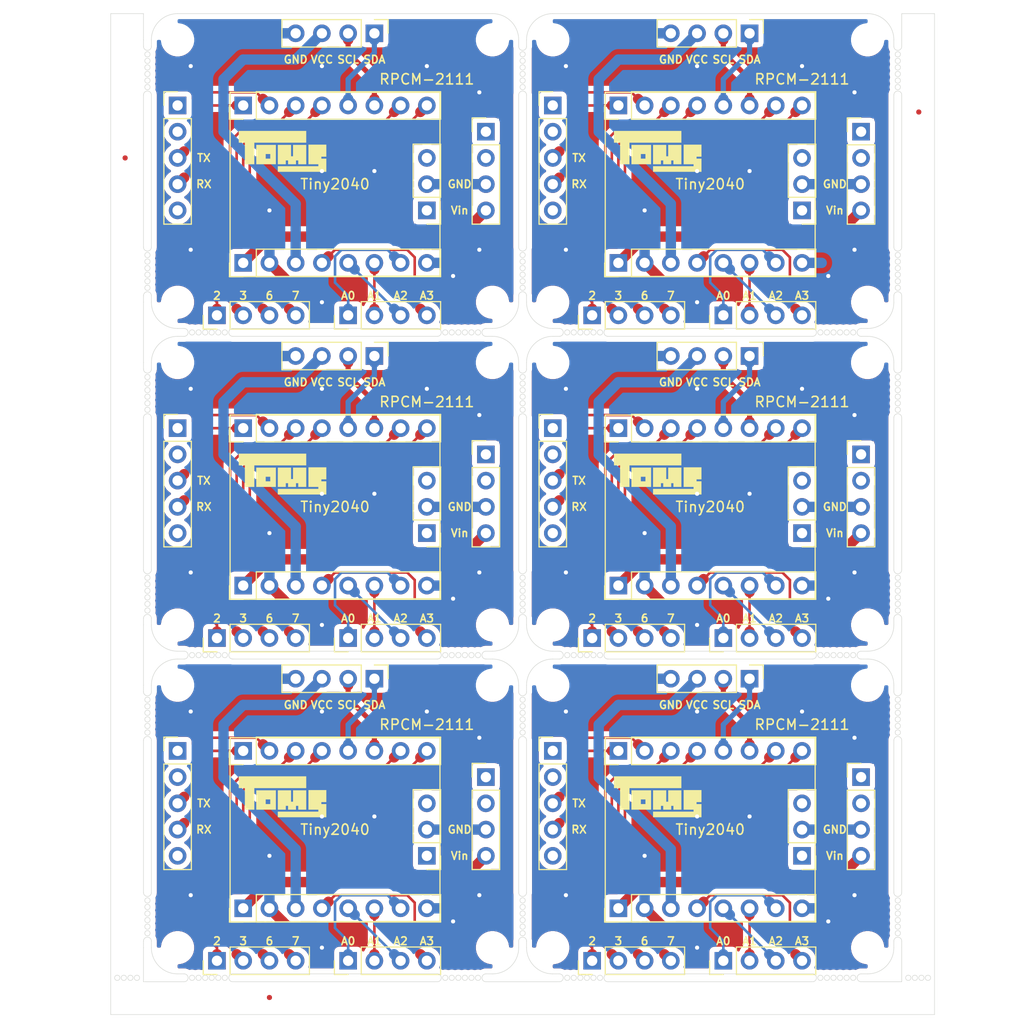
<source format=kicad_pcb>
(kicad_pcb (version 20171130) (host pcbnew "(5.1.12-1-10_14)")
  (title_block (company Toms))
  (layers (0 F.Cu signal) (31 B.Cu signal) (34 B.Paste user) (35 F.Paste user) (36 B.SilkS user) (37 F.SilkS user) (38 B.Mask user) (39 F.Mask user) (44 Edge.Cuts user))
  (net 0 "")
  (net 1 GND)
  (net 2 +5V)
  (net 3 +3V3)
  (net 4 "Net-(J5-Pad2)")
  (net 5 "Net-(J5-Pad1)")
  (net 6 "Net-(J6-Pad1)")
  (net 7 "Net-(J6-Pad5)")
  (net 8 "Net-(J6-Pad2)")
  (net 9 "Net-(J7-Pad3)")
  (net 10 "Net-(J7-Pad1)")
  (net 11 /A3)
  (net 12 /A2)
  (net 13 /A1)
  (net 14 /A0)
  (net 15 /GPIO7)
  (net 16 /GPIO6)
  (net 17 /GPIO3)
  (net 18 /GPIO2)
  (net 19 /SCL)
  (net 20 /SDA)
  (net 21 /RX)
  (net 22 /TX)
  (module Fiducial:Fiducial_0.5mm_Mask1mm (layer F.Cu) (at 165.1 61.595)
    (fp_text reference REF** hide)
    (fp_text value Fiducial_0.5mm_Mask1mm hide)
    (pad "" smd circle (at 0 0) (size 0.5 0.5) (layers F.Cu F.Mask) (clearance 0.25))
  )
  (module Fiducial:Fiducial_0.5mm_Mask1mm (layer F.Cu) (at 102.235 147.32)
    (fp_text reference REF** hide)
    (fp_text value Fiducial_0.5mm_Mask1mm hide)
    (pad "" smd circle (at 0 0) (size 0.5 0.5) (layers F.Cu F.Mask) (clearance 0.25))
  )
  (module Fiducial:Fiducial_0.5mm_Mask1mm (layer F.Cu) (at 88.265 66.04)
    (fp_text reference REF** hide)
    (fp_text value Fiducial_0.5mm_Mask1mm hide)
    (pad "" smd circle (at 0 0) (size 0.5 0.5) (layers F.Cu F.Mask) (clearance 0.25))
  )
  (module MountingHole:MountingHole_2.2mm_M2 (layer F.Cu) (at 129.667 142.494)
    (fp_text reference REF** hide)
    (fp_text value MountingHole_2.2mm_M2 hide)
    (pad 1 np_thru_hole circle (at 0 0) (size 2.2 2.2) (drill 2.2) (layers *.Cu *.Mask))
  )
  (module lib:logo_co2mo_mask (layer F.Cu) (at 154.432 116.459)
    (fp_text reference G*** hide)
    (fp_text value LOGO hide)
    (fp_poly (pts (xy 0.26977 0.647979) (xy 0.529584 0.648045) (xy 0.786826 0.64815) (xy 1.040224 0.648296) (xy 1.288508 0.648482) (xy 1.530405 0.648707) (xy 1.764643 0.648973) (xy 1.989953 0.649278) (xy 2.205061 0.649623) (xy 2.408697 0.650007) (xy 2.59959 0.650432) (xy 2.776467 0.650896) (xy 2.938057 0.6514) (xy 3.083089 0.651944) (xy 3.210291 0.652527) (xy 3.318393 0.65315) (xy 3.406121 0.653813) (xy 3.472206 0.654515) (xy 3.515375 0.655257) (xy 3.533775 0.655976) (xy 3.579435 0.661077) (xy 3.605259 0.66709) (xy 3.616771 0.676351) (xy 3.619495 0.691195) (xy 3.6195 0.692217) (xy 3.616236 0.709193) (xy 3.602367 0.719315) (xy 3.571771 0.725903) (xy 3.552825 0.72837) (xy 3.535125 0.728978) (xy 3.493284 0.729552) (xy 3.42856 0.730091) (xy 3.342212 0.730596) (xy 3.2355 0.731066) (xy 3.10968 0.731503) (xy 2.966012 0.731905) (xy 2.805756 0.732275) (xy 2.630168 0.73261) (xy 2.440509 0.732913) (xy 2.238036 0.733182) (xy 2.024009 0.733419) (xy 1.799686 0.733623) (xy 1.566325 0.733795) (xy 1.325186 0.733934) (xy 1.077527 0.734041) (xy 0.824606 0.734116) (xy 0.567683 0.73416) (xy 0.308017 0.734172) (xy 0.046864 0.734153) (xy -0.214514 0.734102) (xy -0.474861 0.734021) (xy -0.732917 0.733909) (xy -0.987424 0.733766) (xy -1.237122 0.733593) (xy -1.480754 0.73339) (xy -1.71706 0.733157) (xy -1.944782 0.732894) (xy -2.162662 0.732601) (xy -2.36944 0.732279) (xy -2.563858 0.731928) (xy -2.744657 0.731548) (xy -2.910579 0.731138) (xy -3.060365 0.730701) (xy -3.192756 0.730234) (xy -3.306493 0.72974) (xy -3.400318 0.729217) (xy -3.472973 0.728666) (xy -3.523198 0.728088) (xy -3.549735 0.727482) (xy -3.552825 0.7273) (xy -3.587206 0.722265) (xy -3.602945 0.712594) (xy -3.606798 0.694022) (xy -3.6068 0.693228) (xy -3.604344 0.676852) (xy -3.593119 0.666882) (xy -3.567341 0.660548) (xy -3.528738 0.655859) (xy -3.508616 0.655081) (xy -3.464365 0.654344) (xy -3.397257 0.653647) (xy -3.308564 0.65299) (xy -3.199557 0.652374) (xy -3.071507 0.651798) (xy -2.925686 0.651262) (xy -2.763365 0.650767) (xy -2.585816 0.650311) (xy -2.39431 0.649896) (xy -2.190118 0.649521) (xy -1.974513 0.649187) (xy -1.748765 0.648892) (xy -1.514147 0.648638) (xy -1.271928 0.648424) (xy -1.023382 0.648249) (xy -0.769779 0.648115) (xy -0.512391 0.648021) (xy -0.252489 0.647967) (xy 0.008655 0.647953) (xy 0.26977 0.647979)) (layer F.Cu) (width 0.01))
    (fp_poly (pts (xy -2.669223 -0.720176) (xy -2.576302 -0.713474) (xy -2.489609 -0.701538) (xy -2.43205 -0.68898) (xy -2.34315 -0.665206) (xy -2.330305 -0.516753) (xy -2.324983 -0.453629) (xy -2.32229 -0.411545) (xy -2.322654 -0.386235) (xy -2.326503 -0.373434) (xy -2.334262 -0.368877) (xy -2.345171 -0.3683) (xy -2.368054 -0.376244) (xy -2.380614 -0.403569) (xy -2.381089 -0.405665) (xy -2.404646 -0.461678) (xy -2.447769 -0.51637) (xy -2.505106 -0.563495) (xy -2.52828 -0.577451) (xy -2.5638 -0.595377) (xy -2.59655 -0.607032) (xy -2.634326 -0.614099) (xy -2.684923 -0.618262) (xy -2.72568 -0.620105) (xy -2.818505 -0.620649) (xy -2.892551 -0.613027) (xy -2.953636 -0.595402) (xy -3.007581 -0.565938) (xy -3.060204 -0.522797) (xy -3.073007 -0.510476) (xy -3.126299 -0.450287) (xy -3.164482 -0.387156) (xy -3.189887 -0.315159) (xy -3.204844 -0.228368) (xy -3.210022 -0.162112) (xy -3.208857 -0.028851) (xy -3.190011 0.087849) (xy -3.152756 0.190342) (xy -3.096363 0.280982) (xy -3.059626 0.323798) (xy -2.980451 0.392793) (xy -2.894029 0.438497) (xy -2.796427 0.4628) (xy -2.763266 0.466285) (xy -2.659191 0.463604) (xy -2.562984 0.440448) (xy -2.478144 0.398387) (xy -2.408171 0.338992) (xy -2.371423 0.290403) (xy -2.347775 0.253609) (xy -2.332 0.235022) (xy -2.319 0.231007) (xy -2.303676 0.237932) (xy -2.30054 0.239894) (xy -2.294037 0.249548) (xy -2.295125 0.268715) (xy -2.304758 0.301671) (xy -2.323894 0.352694) (xy -2.328182 0.363524) (xy -2.350761 0.418047) (xy -2.371029 0.456177) (xy -2.394435 0.482402) (xy -2.426428 0.501208) (xy -2.472457 0.51708) (xy -2.534906 0.533721) (xy -2.608771 0.547555) (xy -2.694223 0.555603) (xy -2.782716 0.557728) (xy -2.865707 0.553791) (xy -2.934652 0.543654) (xy -2.947836 0.540373) (xy -3.042528 0.505837) (xy -3.127453 0.45555) (xy -3.210012 0.385086) (xy -3.214065 0.381097) (xy -3.288441 0.29482) (xy -3.341772 0.202392) (xy -3.375607 0.099836) (xy -3.391492 -0.016824) (xy -3.393194 -0.079389) (xy -3.385436 -0.200975) (xy -3.361537 -0.306286) (xy -3.319634 -0.400053) (xy -3.257864 -0.487009) (xy -3.214065 -0.534328) (xy -3.132435 -0.605325) (xy -3.045992 -0.657531) (xy -2.94648 -0.695583) (xy -2.9083 -0.706096) (xy -2.842928 -0.716763) (xy -2.760667 -0.721364) (xy -2.669223 -0.720176)) (layer F.Cu) (width 0.01))
    (fp_poly (pts (xy -1.392554 -0.719079) (xy -1.30415 -0.702115) (xy -1.296556 -0.69984) (xy -1.187306 -0.653058) (xy -1.091334 -0.586186) (xy -1.010422 -0.501785) (xy -0.946351 -0.402412) (xy -0.900901 -0.290628) (xy -0.875856 -0.168993) (xy -0.871355 -0.0889) (xy -0.883046 0.03962) (xy -0.916996 0.159416) (xy -0.971522 0.268144) (xy -1.04494 0.363462) (xy -1.135564 0.443025) (xy -1.241711 0.504491) (xy -1.318963 0.533855) (xy -1.403185 0.551588) (xy -1.498209 0.558239) (xy -1.593455 0.553795) (xy -1.678343 0.538246) (xy -1.69167 0.534278) (xy -1.780638 0.498835) (xy -1.857224 0.451465) (xy -1.930029 0.386578) (xy -1.947881 0.367793) (xy -2.026779 0.267015) (xy -2.081717 0.159924) (xy -2.113758 0.043769) (xy -2.123962 -0.084202) (xy -2.123937 -0.0889) (xy -2.122228 -0.105906) (xy -1.941671 -0.105906) (xy -1.931208 0.012987) (xy -1.903415 0.124591) (xy -1.859703 0.225884) (xy -1.801482 0.313841) (xy -1.730162 0.385441) (xy -1.647153 0.437661) (xy -1.61641 0.450504) (xy -1.55246 0.464981) (xy -1.476367 0.468702) (xy -1.398891 0.461891) (xy -1.330793 0.444771) (xy -1.330174 0.44454) (xy -1.250854 0.40176) (xy -1.183379 0.338871) (xy -1.128862 0.258783) (xy -1.088416 0.164409) (xy -1.063151 0.058659) (xy -1.054181 -0.055555) (xy -1.062618 -0.175322) (xy -1.072392 -0.230265) (xy -1.106956 -0.341022) (xy -1.159995 -0.439266) (xy -1.22924 -0.521726) (xy -1.312423 -0.585135) (xy -1.322637 -0.590979) (xy -1.356338 -0.6085) (xy -1.385804 -0.619562) (xy -1.418625 -0.62563) (xy -1.462389 -0.628169) (xy -1.51765 -0.62865) (xy -1.577818 -0.628039) (xy -1.620188 -0.625224) (xy -1.652354 -0.618739) (xy -1.681907 -0.607114) (xy -1.712776 -0.590918) (xy -1.791981 -0.533976) (xy -1.853992 -0.459962) (xy -1.899432 -0.367857) (xy -1.928923 -0.256641) (xy -1.933396 -0.229066) (xy -1.941671 -0.105906) (xy -2.122228 -0.105906) (xy -2.111137 -0.216236) (xy -2.075987 -0.334788) (xy -2.020216 -0.442186) (xy -1.945551 -0.53606) (xy -1.853723 -0.61404) (xy -1.74646 -0.673755) (xy -1.679154 -0.698688) (xy -1.590748 -0.717333) (xy -1.491651 -0.724141) (xy -1.392554 -0.719079)) (layer F.Cu) (width 0.01))
    (fp_poly (pts (xy -0.206432 -0.704265) (xy -0.120876 -0.677671) (xy -0.044413 -0.628137) (xy 0.024663 -0.554805) (xy 0.037925 -0.536951) (xy 0.089584 -0.46481) (xy 0.061188 -0.449613) (xy 0.045477 -0.443638) (xy 0.029969 -0.446384) (xy 0.009666 -0.460795) (xy -0.020434 -0.489814) (xy -0.038236 -0.508141) (xy -0.099274 -0.562518) (xy -0.158405 -0.594671) (xy -0.22098 -0.606719) (xy -0.278204 -0.603142) (xy -0.321404 -0.591763) (xy -0.359343 -0.568509) (xy -0.388946 -0.541497) (xy -0.438341 -0.475613) (xy -0.464165 -0.400372) (xy -0.466441 -0.31583) (xy -0.445188 -0.222044) (xy -0.400429 -0.119068) (xy -0.332184 -0.00696) (xy -0.240475 0.114225) (xy -0.125323 0.244432) (xy -0.068865 0.302917) (xy -0.003188 0.370221) (xy 0.045458 0.422153) (xy 0.078668 0.46061) (xy 0.098038 0.487486) (xy 0.105166 0.504679) (xy 0.104941 0.509292) (xy 0.102074 0.516122) (xy 0.095645 0.521525) (xy 0.082954 0.525668) (xy 0.061298 0.528718) (xy 0.027977 0.530841) (xy -0.019711 0.532205) (xy -0.084468 0.532974) (xy -0.168994 0.533317) (xy -0.275991 0.533399) (xy -0.286115 0.5334) (xy -0.670868 0.5334) (xy -0.67939 0.482958) (xy -0.688003 0.442121) (xy -0.701071 0.390866) (xy -0.710762 0.357048) (xy -0.722849 0.315688) (xy -0.727283 0.292483) (xy -0.723981 0.281342) (xy -0.712861 0.276177) (xy -0.709653 0.275315) (xy -0.688608 0.277983) (xy -0.678323 0.29842) (xy -0.663912 0.327762) (xy -0.639525 0.357343) (xy -0.639284 0.35757) (xy -0.627569 0.367704) (xy -0.614515 0.375305) (xy -0.596423 0.380807) (xy -0.569597 0.384646) (xy -0.530337 0.387257) (xy -0.474946 0.389076) (xy -0.399726 0.390538) (xy -0.35294 0.39128) (xy -0.098264 0.395211) (xy -0.258088 0.22618) (xy -0.340144 0.138304) (xy -0.406381 0.06458) (xy -0.4594 0.001671) (xy -0.501801 -0.053762) (xy -0.536187 -0.105055) (xy -0.565156 -0.155546) (xy -0.582789 -0.1905) (xy -0.606926 -0.243922) (xy -0.620803 -0.286056) (xy -0.627037 -0.327507) (xy -0.628273 -0.37465) (xy -0.619821 -0.458762) (xy -0.593218 -0.529697) (xy -0.545413 -0.594622) (xy -0.526261 -0.614214) (xy -0.463723 -0.663759) (xy -0.395179 -0.693969) (xy -0.313003 -0.708073) (xy -0.302785 -0.708781) (xy -0.206432 -0.704265)) (layer F.Cu) (width 0.01))
    (fp_poly (pts (xy 1.569459 -0.6985) (xy 1.635096 -0.698266) (xy 1.679474 -0.69712) (xy 1.70673 -0.694395) (xy 1.721005 -0.689424) (xy 1.726438 -0.681541) (xy 1.7272 -0.6731) (xy 1.720867 -0.654174) (xy 1.697694 -0.647841) (xy 1.690812 -0.6477) (xy 1.654734 -0.63976) (xy 1.620962 -0.621379) (xy 1.605929 -0.608309) (xy 1.59624 -0.593887) (xy 1.590724 -0.572589) (xy 1.588209 -0.538896) (xy 1.587524 -0.487286) (xy 1.5875 -0.463614) (xy 1.588345 -0.412747) (xy 1.590702 -0.341826) (xy 1.594303 -0.255762) (xy 1.59888 -0.159465) (xy 1.604165 -0.057847) (xy 1.60989 0.044182) (xy 1.615786 0.141709) (xy 1.621586 0.229824) (xy 1.627022 0.303617) (xy 1.631826 0.358175) (xy 1.632904 0.3683) (xy 1.640885 0.419066) (xy 1.653742 0.450264) (xy 1.675897 0.467721) (xy 1.711774 0.477265) (xy 1.716149 0.477986) (xy 1.750234 0.486963) (xy 1.764192 0.501445) (xy 1.7653 0.509623) (xy 1.763839 0.518191) (xy 1.757138 0.524415) (xy 1.741715 0.528666) (xy 1.714089 0.531318) (xy 1.670777 0.532741) (xy 1.6083 0.53331) (xy 1.54305 0.5334) (xy 1.463075 0.533273) (xy 1.405003 0.532627) (xy 1.365337 0.531062) (xy 1.34058 0.528179) (xy 1.327237 0.523578) (xy 1.321809 0.516858) (xy 1.3208 0.508) (xy 1.326903 0.489293) (xy 1.349488 0.482817) (xy 1.358302 0.4826) (xy 1.409246 0.474785) (xy 1.448107 0.453606) (xy 1.468726 0.42246) (xy 1.468957 0.421573) (xy 1.470308 0.401671) (xy 1.470508 0.360189) (xy 1.469694 0.300918) (xy 1.467999 0.227645) (xy 1.465559 0.144161) (xy 1.462509 0.054254) (xy 1.458984 -0.038288) (xy 1.455118 -0.129675) (xy 1.451047 -0.216119) (xy 1.446905 -0.29383) (xy 1.442827 -0.35902) (xy 1.439726 -0.399328) (xy 1.435363 -0.444409) (xy 1.43131 -0.467537) (xy 1.426147 -0.472098) (xy 1.418453 -0.46148) (xy 1.415763 -0.45646) (xy 1.402406 -0.428795) (xy 1.380942 -0.381722) (xy 1.352845 -0.31867) (xy 1.319589 -0.243069) (xy 1.282648 -0.158349) (xy 1.243497 -0.067939) (xy 1.20361 0.024732) (xy 1.164461 0.116233) (xy 1.127524 0.203135) (xy 1.094275 0.282009) (xy 1.066186 0.349424) (xy 1.044732 0.401952) (xy 1.031388 0.436162) (xy 1.028474 0.4445) (xy 1.008605 0.493089) (xy 0.988146 0.517652) (xy 0.968238 0.517869) (xy 0.95002 0.49342) (xy 0.941023 0.468976) (xy 0.932121 0.444738) (xy 0.914213 0.400497) (xy 0.888655 0.339443) (xy 0.856803 0.264762) (xy 0.820013 0.179644) (xy 0.77964 0.087277) (xy 0.753089 0.027055) (xy 0.711184 -0.067721) (xy 0.671868 -0.156723) (xy 0.636506 -0.236859) (xy 0.606461 -0.305035) (xy 0.583096 -0.35816) (xy 0.567775 -0.393138) (xy 0.56281 -0.404598) (xy 0.549879 -0.431038) (xy 0.540859 -0.442616) (xy 0.539779 -0.442413) (xy 0.537131 -0.428154) (xy 0.533693 -0.392242) (xy 0.529656 -0.338404) (xy 0.52521 -0.270368) (xy 0.520546 -0.19186) (xy 0.515855 -0.10661) (xy 0.511328 -0.018344) (xy 0.507155 0.069211) (xy 0.503527 0.152326) (xy 0.500634 0.227274) (xy 0.498668 0.290327) (xy 0.497819 0.337758) (xy 0.498278 0.36584) (xy 0.498367 0.367016) (xy 0.51081 0.425739) (xy 0.53706 0.463496) (xy 0.577785 0.481058) (xy 0.598306 0.4826) (xy 0.625559 0.486939) (xy 0.634768 0.502867) (xy 0.635 0.508) (xy 0.633783 0.517626) (xy 0.627659 0.524455) (xy 0.612913 0.528964) (xy 0.585835 0.531633) (xy 0.54271 0.532942) (xy 0.479826 0.533368) (xy 0.43815 0.5334) (xy 0.363541 0.533243) (xy 0.31062 0.532452) (xy 0.275672 0.53055) (xy 0.254986 0.527056) (xy 0.244849 0.521491) (xy 0.241547 0.513377) (xy 0.2413 0.508) (xy 0.247632 0.489073) (xy 0.270805 0.48274) (xy 0.277687 0.4826) (xy 0.323761 0.470955) (xy 0.361916 0.440238) (xy 0.38468 0.396771) (xy 0.386039 0.390912) (xy 0.38913 0.367563) (xy 0.393668 0.322612) (xy 0.399367 0.259796) (xy 0.405939 0.182854) (xy 0.413098 0.095525) (xy 0.420556 0.001546) (xy 0.428026 -0.095345) (xy 0.435222 -0.191408) (xy 0.441855 -0.282906) (xy 0.447639 -0.366101) (xy 0.452286 -0.437254) (xy 0.455509 -0.492628) (xy 0.457022 -0.528483) (xy 0.4571 -0.534148) (xy 0.451765 -0.586613) (xy 0.433282 -0.619947) (xy 0.398264 -0.638468) (xy 0.371029 -0.643865) (xy 0.335507 -0.651427) (xy 0.319769 -0.663578) (xy 0.3175 -0.674773) (xy 0.319347 -0.68472) (xy 0.327651 -0.691411) (xy 0.34655 -0.695467) (xy 0.380184 -0.697512) (xy 0.432693 -0.698168) (xy 0.473075 -0.698157) (xy 0.62865 -0.697814) (xy 0.662219 -0.593254) (xy 0.678334 -0.547861) (xy 0.703435 -0.483257) (xy 0.735887 -0.403302) (xy 0.774053 -0.311857) (xy 0.816298 -0.212782) (xy 0.860986 -0.109939) (xy 0.906481 -0.007188) (xy 0.951148 0.091609) (xy 0.966975 0.126039) (xy 0.989432 0.171301) (xy 1.008878 0.204392) (xy 1.022575 0.220943) (xy 1.026701 0.221373) (xy 1.034036 0.207325) (xy 1.04996 0.173312) (xy 1.072996 0.122691) (xy 1.101665 0.058817) (xy 1.134491 -0.014953) (xy 1.169995 -0.095264) (xy 1.206701 -0.17876) (xy 1.24313 -0.262086) (xy 1.277805 -0.341885) (xy 1.309248 -0.414801) (xy 1.335982 -0.477479) (xy 1.35653 -0.526563) (xy 1.362947 -0.542286) (xy 1.380984 -0.589684) (xy 1.39584 -0.633463) (xy 1.403209 -0.659761) (xy 1.411718 -0.698501) (xy 1.569459 -0.6985)) (layer F.Cu) (width 0.01))
    (fp_poly (pts (xy 2.794697 -0.714679) (xy 2.913894 -0.687158) (xy 3.02111 -0.639821) (xy 3.11972 -0.571336) (xy 3.175 -0.5207) (xy 3.264178 -0.415262) (xy 3.330634 -0.299548) (xy 3.374911 -0.172299) (xy 3.397554 -0.032256) (xy 3.399666 0) (xy 3.399321 0.119857) (xy 3.384417 0.226266) (xy 3.353394 0.327599) (xy 3.327571 0.386991) (xy 3.29708 0.448158) (xy 3.271767 0.489549) (xy 3.247331 0.514955) (xy 3.219471 0.528164) (xy 3.183885 0.532967) (xy 3.161378 0.5334) (xy 3.114561 0.530704) (xy 3.089501 0.523063) (xy 3.087499 0.511143) (xy 3.099041 0.5015) (xy 3.116097 0.481644) (xy 3.137055 0.443933) (xy 3.158964 0.39497) (xy 3.178871 0.341358) (xy 3.193827 0.2897) (xy 3.193952 0.289168) (xy 3.204256 0.225902) (xy 3.210441 0.146808) (xy 3.212394 0.061129) (xy 3.210001 -0.021893) (xy 3.203147 -0.093016) (xy 3.198968 -0.11685) (xy 3.164621 -0.227366) (xy 3.110903 -0.331997) (xy 3.041312 -0.426058) (xy 2.959342 -0.504862) (xy 2.86849 -0.563725) (xy 2.86385 -0.566025) (xy 2.830254 -0.581677) (xy 2.801168 -0.592198) (xy 2.770199 -0.598602) (xy 2.730953 -0.601901) (xy 2.677038 -0.603108) (xy 2.6289 -0.60325) (xy 2.560576 -0.602807) (xy 2.51127 -0.600856) (xy 2.474603 -0.596463) (xy 2.4442 -0.588695) (xy 2.413684 -0.576618) (xy 2.398075 -0.569463) (xy 2.302929 -0.511454) (xy 2.224781 -0.435086) (xy 2.164154 -0.341334) (xy 2.121571 -0.231171) (xy 2.097558 -0.105572) (xy 2.092049 -0.000108) (xy 2.10108 0.139861) (xy 2.127329 0.26773) (xy 2.169972 0.380784) (xy 2.228183 0.476307) (xy 2.241906 0.493407) (xy 2.275557 0.5334) (xy 2.167343 0.5334) (xy 2.114523 0.532979) (xy 2.080786 0.530553) (xy 2.059815 0.524373) (xy 2.045294 0.512692) (xy 2.032576 0.496109) (xy 1.982001 0.409266) (xy 1.940305 0.306575) (xy 1.91021 0.196827) (xy 1.89444 0.088816) (xy 1.892741 0.04445) (xy 1.904833 -0.093673) (xy 1.941023 -0.223864) (xy 2.001181 -0.345819) (xy 2.085179 -0.459235) (xy 2.126061 -0.50278) (xy 2.226982 -0.590889) (xy 2.331265 -0.655278) (xy 2.442949 -0.697616) (xy 2.566069 -0.719573) (xy 2.660143 -0.723713) (xy 2.794697 -0.714679)) (layer F.Cu) (width 0.01))
  )
  (module Connector_PinHeader_2.54mm:PinHeader_1x08_P2.54mm_Vertical (layer F.Cu) (at 136.017 138.684 90)
    (fp_text reference J3 hide)
    (fp_text value Conn_01x08_Female hide)
    (pad 8 thru_hole oval (at 0 17.78 90) (size 1.7 1.7) (drill 1) (layers *.Cu *.Mask) (net 1 GND))
    (pad 7 thru_hole oval (at 0 15.24 90) (size 1.7 1.7) (drill 1) (layers *.Cu *.Mask))
    (pad 6 thru_hole oval (at 0 12.7 90) (size 1.7 1.7) (drill 1) (layers *.Cu *.Mask))
    (pad 5 thru_hole oval (at 0 10.16 90) (size 1.7 1.7) (drill 1) (layers *.Cu *.Mask))
    (pad 4 thru_hole oval (at 0 7.62 90) (size 1.7 1.7) (drill 1) (layers *.Cu *.Mask))
    (pad 3 thru_hole oval (at 0 5.08 90) (size 1.7 1.7) (drill 1) (layers *.Cu *.Mask))
    (pad 2 thru_hole oval (at 0 2.54 90) (size 1.7 1.7) (drill 1) (layers *.Cu *.Mask) (net 1 GND))
    (pad 1 thru_hole rect (at 0 0 90) (size 1.7 1.7) (drill 1) (layers *.Cu *.Mask))
  )
  (module Connector_PinHeader_2.54mm:PinHeader_1x04_P2.54mm_Vertical (layer F.Cu) (at 146.177 143.764 90)
    (fp_text reference J1 hide)
    (fp_text value Conn_01x04_Female hide)
    (pad 4 thru_hole oval (at 0 7.62 90) (size 1.7 1.7) (drill 1) (layers *.Cu *.Mask))
    (pad 3 thru_hole oval (at 0 5.08 90) (size 1.7 1.7) (drill 1) (layers *.Cu *.Mask))
    (pad 2 thru_hole oval (at 0 2.54 90) (size 1.7 1.7) (drill 1) (layers *.Cu *.Mask))
    (pad 1 thru_hole rect (at 0 0 90) (size 1.7 1.7) (drill 1) (layers *.Cu *.Mask))
  )
  (module MountingHole:MountingHole_2.2mm_M2 (layer F.Cu) (at 129.667 117.094)
    (fp_text reference REF** hide)
    (fp_text value MountingHole_2.2mm_M2 hide)
    (pad 1 np_thru_hole circle (at 0 0) (size 2.2 2.2) (drill 2.2) (layers *.Cu *.Mask))
  )
  (module Connector_PinHeader_2.54mm:PinHeader_1x08_P2.54mm_Vertical (layer F.Cu) (at 136.017 123.444 90)
    (fp_text reference J4 hide)
    (fp_text value Conn_01x08_Female hide)
    (pad 8 thru_hole oval (at 0 17.78 90) (size 1.7 1.7) (drill 1) (layers *.Cu *.Mask))
    (pad 7 thru_hole oval (at 0 15.24 90) (size 1.7 1.7) (drill 1) (layers *.Cu *.Mask))
    (pad 6 thru_hole oval (at 0 12.7 90) (size 1.7 1.7) (drill 1) (layers *.Cu *.Mask))
    (pad 5 thru_hole oval (at 0 10.16 90) (size 1.7 1.7) (drill 1) (layers *.Cu *.Mask))
    (pad 4 thru_hole oval (at 0 7.62 90) (size 1.7 1.7) (drill 1) (layers *.Cu *.Mask))
    (pad 3 thru_hole oval (at 0 5.08 90) (size 1.7 1.7) (drill 1) (layers *.Cu *.Mask))
    (pad 2 thru_hole oval (at 0 2.54 90) (size 1.7 1.7) (drill 1) (layers *.Cu *.Mask))
    (pad 1 thru_hole rect (at 0 0 90) (size 1.7 1.7) (drill 1) (layers *.Cu *.Mask))
  )
  (module Connector_PinHeader_2.54mm:PinHeader_1x04_P2.54mm_Vertical (layer F.Cu) (at 133.477 143.764 90)
    (fp_text reference J2 hide)
    (fp_text value Conn_01x04_Female hide)
    (pad 4 thru_hole oval (at 0 7.62 90) (size 1.7 1.7) (drill 1) (layers *.Cu *.Mask))
    (pad 3 thru_hole oval (at 0 5.08 90) (size 1.7 1.7) (drill 1) (layers *.Cu *.Mask))
    (pad 2 thru_hole oval (at 0 2.54 90) (size 1.7 1.7) (drill 1) (layers *.Cu *.Mask))
    (pad 1 thru_hole rect (at 0 0 90) (size 1.7 1.7) (drill 1) (layers *.Cu *.Mask))
  )
  (module Connector_PinHeader_2.54mm:PinHeader_1x04_P2.54mm_Vertical (layer F.Cu) (at 148.717 116.459 270)
    (fp_text reference J8 hide)
    (fp_text value Conn_01x04_Female hide)
    (pad 4 thru_hole oval (at 0 7.62 270) (size 1.7 1.7) (drill 1) (layers *.Cu *.Mask) (net 1 GND))
    (pad 3 thru_hole oval (at 0 5.08 270) (size 1.7 1.7) (drill 1) (layers *.Cu *.Mask))
    (pad 2 thru_hole oval (at 0 2.54 270) (size 1.7 1.7) (drill 1) (layers *.Cu *.Mask))
    (pad 1 thru_hole rect (at 0 0 270) (size 1.7 1.7) (drill 1) (layers *.Cu *.Mask))
  )
  (module Connector_PinHeader_2.54mm:PinHeader_1x03_P2.54mm_Vertical (layer F.Cu) (at 153.797 133.604 180)
    (fp_text reference J7 hide)
    (fp_text value Conn_01x03_Female hide)
    (pad 3 thru_hole oval (at 0 5.08 180) (size 1.7 1.7) (drill 1) (layers *.Cu *.Mask))
    (pad 2 thru_hole oval (at 0 2.54 180) (size 1.7 1.7) (drill 1) (layers *.Cu *.Mask) (net 1 GND))
    (pad 1 thru_hole rect (at 0 0 180) (size 1.7 1.7) (drill 1) (layers *.Cu *.Mask))
  )
  (module Connector_PinHeader_2.54mm:PinHeader_1x05_P2.54mm_Vertical (layer F.Cu) (at 129.667 123.444)
    (fp_text reference J6 hide)
    (fp_text value Conn_01x05_Female hide)
    (pad 5 thru_hole oval (at 0 10.16) (size 1.7 1.7) (drill 1) (layers *.Cu *.Mask))
    (pad 4 thru_hole oval (at 0 7.62) (size 1.7 1.7) (drill 1) (layers *.Cu *.Mask))
    (pad 3 thru_hole oval (at 0 5.08) (size 1.7 1.7) (drill 1) (layers *.Cu *.Mask))
    (pad 2 thru_hole oval (at 0 2.54) (size 1.7 1.7) (drill 1) (layers *.Cu *.Mask))
    (pad 1 thru_hole rect (at 0 0) (size 1.7 1.7) (drill 1) (layers *.Cu *.Mask))
  )
  (module logo_silk:logo_toms_85x40_silk (layer F.Cu) (at 139.827 127.889)
    (fp_text reference G*** hide)
    (fp_text value LOGO hide)
  )
  (module MountingHole:MountingHole_2.2mm_M2 (layer F.Cu) (at 160.147 117.094)
    (fp_text reference REF** hide)
    (fp_text value MountingHole_2.2mm_M2 hide)
    (pad 1 np_thru_hole circle (at 0 0) (size 2.2 2.2) (drill 2.2) (layers *.Cu *.Mask))
  )
  (module Connector_PinHeader_2.54mm:PinHeader_1x04_P2.54mm_Vertical (layer F.Cu) (at 159.512 125.984)
    (fp_text reference J5 hide)
    (fp_text value Conn_01x04_Female hide)
    (pad 4 thru_hole oval (at 0 7.62) (size 1.7 1.7) (drill 1) (layers *.Cu *.Mask))
    (pad 3 thru_hole oval (at 0 5.08) (size 1.7 1.7) (drill 1) (layers *.Cu *.Mask) (net 1 GND))
    (pad 2 thru_hole oval (at 0 2.54) (size 1.7 1.7) (drill 1) (layers *.Cu *.Mask))
    (pad 1 thru_hole rect (at 0 0) (size 1.7 1.7) (drill 1) (layers *.Cu *.Mask))
  )
  (module MountingHole:MountingHole_2.2mm_M2 (layer F.Cu) (at 160.147 142.494)
    (fp_text reference REF** hide)
    (fp_text value MountingHole_2.2mm_M2 hide)
    (pad 1 np_thru_hole circle (at 0 0) (size 2.2 2.2) (drill 2.2) (layers *.Cu *.Mask))
  )
  (module MountingHole:MountingHole_2.2mm_M2 (layer F.Cu) (at 93.345 142.494)
    (fp_text reference REF** hide)
    (fp_text value MountingHole_2.2mm_M2 hide)
    (pad 1 np_thru_hole circle (at 0 0) (size 2.2 2.2) (drill 2.2) (layers *.Cu *.Mask))
  )
  (module lib:logo_co2mo_mask (layer F.Cu) (at 118.11 116.459)
    (fp_text reference G*** hide)
    (fp_text value LOGO hide)
    (fp_poly (pts (xy 0.26977 0.647979) (xy 0.529584 0.648045) (xy 0.786826 0.64815) (xy 1.040224 0.648296) (xy 1.288508 0.648482) (xy 1.530405 0.648707) (xy 1.764643 0.648973) (xy 1.989953 0.649278) (xy 2.205061 0.649623) (xy 2.408697 0.650007) (xy 2.59959 0.650432) (xy 2.776467 0.650896) (xy 2.938057 0.6514) (xy 3.083089 0.651944) (xy 3.210291 0.652527) (xy 3.318393 0.65315) (xy 3.406121 0.653813) (xy 3.472206 0.654515) (xy 3.515375 0.655257) (xy 3.533775 0.655976) (xy 3.579435 0.661077) (xy 3.605259 0.66709) (xy 3.616771 0.676351) (xy 3.619495 0.691195) (xy 3.6195 0.692217) (xy 3.616236 0.709193) (xy 3.602367 0.719315) (xy 3.571771 0.725903) (xy 3.552825 0.72837) (xy 3.535125 0.728978) (xy 3.493284 0.729552) (xy 3.42856 0.730091) (xy 3.342212 0.730596) (xy 3.2355 0.731066) (xy 3.10968 0.731503) (xy 2.966012 0.731905) (xy 2.805756 0.732275) (xy 2.630168 0.73261) (xy 2.440509 0.732913) (xy 2.238036 0.733182) (xy 2.024009 0.733419) (xy 1.799686 0.733623) (xy 1.566325 0.733795) (xy 1.325186 0.733934) (xy 1.077527 0.734041) (xy 0.824606 0.734116) (xy 0.567683 0.73416) (xy 0.308017 0.734172) (xy 0.046864 0.734153) (xy -0.214514 0.734102) (xy -0.474861 0.734021) (xy -0.732917 0.733909) (xy -0.987424 0.733766) (xy -1.237122 0.733593) (xy -1.480754 0.73339) (xy -1.71706 0.733157) (xy -1.944782 0.732894) (xy -2.162662 0.732601) (xy -2.36944 0.732279) (xy -2.563858 0.731928) (xy -2.744657 0.731548) (xy -2.910579 0.731138) (xy -3.060365 0.730701) (xy -3.192756 0.730234) (xy -3.306493 0.72974) (xy -3.400318 0.729217) (xy -3.472973 0.728666) (xy -3.523198 0.728088) (xy -3.549735 0.727482) (xy -3.552825 0.7273) (xy -3.587206 0.722265) (xy -3.602945 0.712594) (xy -3.606798 0.694022) (xy -3.6068 0.693228) (xy -3.604344 0.676852) (xy -3.593119 0.666882) (xy -3.567341 0.660548) (xy -3.528738 0.655859) (xy -3.508616 0.655081) (xy -3.464365 0.654344) (xy -3.397257 0.653647) (xy -3.308564 0.65299) (xy -3.199557 0.652374) (xy -3.071507 0.651798) (xy -2.925686 0.651262) (xy -2.763365 0.650767) (xy -2.585816 0.650311) (xy -2.39431 0.649896) (xy -2.190118 0.649521) (xy -1.974513 0.649187) (xy -1.748765 0.648892) (xy -1.514147 0.648638) (xy -1.271928 0.648424) (xy -1.023382 0.648249) (xy -0.769779 0.648115) (xy -0.512391 0.648021) (xy -0.252489 0.647967) (xy 0.008655 0.647953) (xy 0.26977 0.647979)) (layer F.Cu) (width 0.01))
    (fp_poly (pts (xy -2.669223 -0.720176) (xy -2.576302 -0.713474) (xy -2.489609 -0.701538) (xy -2.43205 -0.68898) (xy -2.34315 -0.665206) (xy -2.330305 -0.516753) (xy -2.324983 -0.453629) (xy -2.32229 -0.411545) (xy -2.322654 -0.386235) (xy -2.326503 -0.373434) (xy -2.334262 -0.368877) (xy -2.345171 -0.3683) (xy -2.368054 -0.376244) (xy -2.380614 -0.403569) (xy -2.381089 -0.405665) (xy -2.404646 -0.461678) (xy -2.447769 -0.51637) (xy -2.505106 -0.563495) (xy -2.52828 -0.577451) (xy -2.5638 -0.595377) (xy -2.59655 -0.607032) (xy -2.634326 -0.614099) (xy -2.684923 -0.618262) (xy -2.72568 -0.620105) (xy -2.818505 -0.620649) (xy -2.892551 -0.613027) (xy -2.953636 -0.595402) (xy -3.007581 -0.565938) (xy -3.060204 -0.522797) (xy -3.073007 -0.510476) (xy -3.126299 -0.450287) (xy -3.164482 -0.387156) (xy -3.189887 -0.315159) (xy -3.204844 -0.228368) (xy -3.210022 -0.162112) (xy -3.208857 -0.028851) (xy -3.190011 0.087849) (xy -3.152756 0.190342) (xy -3.096363 0.280982) (xy -3.059626 0.323798) (xy -2.980451 0.392793) (xy -2.894029 0.438497) (xy -2.796427 0.4628) (xy -2.763266 0.466285) (xy -2.659191 0.463604) (xy -2.562984 0.440448) (xy -2.478144 0.398387) (xy -2.408171 0.338992) (xy -2.371423 0.290403) (xy -2.347775 0.253609) (xy -2.332 0.235022) (xy -2.319 0.231007) (xy -2.303676 0.237932) (xy -2.30054 0.239894) (xy -2.294037 0.249548) (xy -2.295125 0.268715) (xy -2.304758 0.301671) (xy -2.323894 0.352694) (xy -2.328182 0.363524) (xy -2.350761 0.418047) (xy -2.371029 0.456177) (xy -2.394435 0.482402) (xy -2.426428 0.501208) (xy -2.472457 0.51708) (xy -2.534906 0.533721) (xy -2.608771 0.547555) (xy -2.694223 0.555603) (xy -2.782716 0.557728) (xy -2.865707 0.553791) (xy -2.934652 0.543654) (xy -2.947836 0.540373) (xy -3.042528 0.505837) (xy -3.127453 0.45555) (xy -3.210012 0.385086) (xy -3.214065 0.381097) (xy -3.288441 0.29482) (xy -3.341772 0.202392) (xy -3.375607 0.099836) (xy -3.391492 -0.016824) (xy -3.393194 -0.079389) (xy -3.385436 -0.200975) (xy -3.361537 -0.306286) (xy -3.319634 -0.400053) (xy -3.257864 -0.487009) (xy -3.214065 -0.534328) (xy -3.132435 -0.605325) (xy -3.045992 -0.657531) (xy -2.94648 -0.695583) (xy -2.9083 -0.706096) (xy -2.842928 -0.716763) (xy -2.760667 -0.721364) (xy -2.669223 -0.720176)) (layer F.Cu) (width 0.01))
    (fp_poly (pts (xy -1.392554 -0.719079) (xy -1.30415 -0.702115) (xy -1.296556 -0.69984) (xy -1.187306 -0.653058) (xy -1.091334 -0.586186) (xy -1.010422 -0.501785) (xy -0.946351 -0.402412) (xy -0.900901 -0.290628) (xy -0.875856 -0.168993) (xy -0.871355 -0.0889) (xy -0.883046 0.03962) (xy -0.916996 0.159416) (xy -0.971522 0.268144) (xy -1.04494 0.363462) (xy -1.135564 0.443025) (xy -1.241711 0.504491) (xy -1.318963 0.533855) (xy -1.403185 0.551588) (xy -1.498209 0.558239) (xy -1.593455 0.553795) (xy -1.678343 0.538246) (xy -1.69167 0.534278) (xy -1.780638 0.498835) (xy -1.857224 0.451465) (xy -1.930029 0.386578) (xy -1.947881 0.367793) (xy -2.026779 0.267015) (xy -2.081717 0.159924) (xy -2.113758 0.043769) (xy -2.123962 -0.084202) (xy -2.123937 -0.0889) (xy -2.122228 -0.105906) (xy -1.941671 -0.105906) (xy -1.931208 0.012987) (xy -1.903415 0.124591) (xy -1.859703 0.225884) (xy -1.801482 0.313841) (xy -1.730162 0.385441) (xy -1.647153 0.437661) (xy -1.61641 0.450504) (xy -1.55246 0.464981) (xy -1.476367 0.468702) (xy -1.398891 0.461891) (xy -1.330793 0.444771) (xy -1.330174 0.44454) (xy -1.250854 0.40176) (xy -1.183379 0.338871) (xy -1.128862 0.258783) (xy -1.088416 0.164409) (xy -1.063151 0.058659) (xy -1.054181 -0.055555) (xy -1.062618 -0.175322) (xy -1.072392 -0.230265) (xy -1.106956 -0.341022) (xy -1.159995 -0.439266) (xy -1.22924 -0.521726) (xy -1.312423 -0.585135) (xy -1.322637 -0.590979) (xy -1.356338 -0.6085) (xy -1.385804 -0.619562) (xy -1.418625 -0.62563) (xy -1.462389 -0.628169) (xy -1.51765 -0.62865) (xy -1.577818 -0.628039) (xy -1.620188 -0.625224) (xy -1.652354 -0.618739) (xy -1.681907 -0.607114) (xy -1.712776 -0.590918) (xy -1.791981 -0.533976) (xy -1.853992 -0.459962) (xy -1.899432 -0.367857) (xy -1.928923 -0.256641) (xy -1.933396 -0.229066) (xy -1.941671 -0.105906) (xy -2.122228 -0.105906) (xy -2.111137 -0.216236) (xy -2.075987 -0.334788) (xy -2.020216 -0.442186) (xy -1.945551 -0.53606) (xy -1.853723 -0.61404) (xy -1.74646 -0.673755) (xy -1.679154 -0.698688) (xy -1.590748 -0.717333) (xy -1.491651 -0.724141) (xy -1.392554 -0.719079)) (layer F.Cu) (width 0.01))
    (fp_poly (pts (xy -0.206432 -0.704265) (xy -0.120876 -0.677671) (xy -0.044413 -0.628137) (xy 0.024663 -0.554805) (xy 0.037925 -0.536951) (xy 0.089584 -0.46481) (xy 0.061188 -0.449613) (xy 0.045477 -0.443638) (xy 0.029969 -0.446384) (xy 0.009666 -0.460795) (xy -0.020434 -0.489814) (xy -0.038236 -0.508141) (xy -0.099274 -0.562518) (xy -0.158405 -0.594671) (xy -0.22098 -0.606719) (xy -0.278204 -0.603142) (xy -0.321404 -0.591763) (xy -0.359343 -0.568509) (xy -0.388946 -0.541497) (xy -0.438341 -0.475613) (xy -0.464165 -0.400372) (xy -0.466441 -0.31583) (xy -0.445188 -0.222044) (xy -0.400429 -0.119068) (xy -0.332184 -0.00696) (xy -0.240475 0.114225) (xy -0.125323 0.244432) (xy -0.068865 0.302917) (xy -0.003188 0.370221) (xy 0.045458 0.422153) (xy 0.078668 0.46061) (xy 0.098038 0.487486) (xy 0.105166 0.504679) (xy 0.104941 0.509292) (xy 0.102074 0.516122) (xy 0.095645 0.521525) (xy 0.082954 0.525668) (xy 0.061298 0.528718) (xy 0.027977 0.530841) (xy -0.019711 0.532205) (xy -0.084468 0.532974) (xy -0.168994 0.533317) (xy -0.275991 0.533399) (xy -0.286115 0.5334) (xy -0.670868 0.5334) (xy -0.67939 0.482958) (xy -0.688003 0.442121) (xy -0.701071 0.390866) (xy -0.710762 0.357048) (xy -0.722849 0.315688) (xy -0.727283 0.292483) (xy -0.723981 0.281342) (xy -0.712861 0.276177) (xy -0.709653 0.275315) (xy -0.688608 0.277983) (xy -0.678323 0.29842) (xy -0.663912 0.327762) (xy -0.639525 0.357343) (xy -0.639284 0.35757) (xy -0.627569 0.367704) (xy -0.614515 0.375305) (xy -0.596423 0.380807) (xy -0.569597 0.384646) (xy -0.530337 0.387257) (xy -0.474946 0.389076) (xy -0.399726 0.390538) (xy -0.35294 0.39128) (xy -0.098264 0.395211) (xy -0.258088 0.22618) (xy -0.340144 0.138304) (xy -0.406381 0.06458) (xy -0.4594 0.001671) (xy -0.501801 -0.053762) (xy -0.536187 -0.105055) (xy -0.565156 -0.155546) (xy -0.582789 -0.1905) (xy -0.606926 -0.243922) (xy -0.620803 -0.286056) (xy -0.627037 -0.327507) (xy -0.628273 -0.37465) (xy -0.619821 -0.458762) (xy -0.593218 -0.529697) (xy -0.545413 -0.594622) (xy -0.526261 -0.614214) (xy -0.463723 -0.663759) (xy -0.395179 -0.693969) (xy -0.313003 -0.708073) (xy -0.302785 -0.708781) (xy -0.206432 -0.704265)) (layer F.Cu) (width 0.01))
    (fp_poly (pts (xy 1.569459 -0.6985) (xy 1.635096 -0.698266) (xy 1.679474 -0.69712) (xy 1.70673 -0.694395) (xy 1.721005 -0.689424) (xy 1.726438 -0.681541) (xy 1.7272 -0.6731) (xy 1.720867 -0.654174) (xy 1.697694 -0.647841) (xy 1.690812 -0.6477) (xy 1.654734 -0.63976) (xy 1.620962 -0.621379) (xy 1.605929 -0.608309) (xy 1.59624 -0.593887) (xy 1.590724 -0.572589) (xy 1.588209 -0.538896) (xy 1.587524 -0.487286) (xy 1.5875 -0.463614) (xy 1.588345 -0.412747) (xy 1.590702 -0.341826) (xy 1.594303 -0.255762) (xy 1.59888 -0.159465) (xy 1.604165 -0.057847) (xy 1.60989 0.044182) (xy 1.615786 0.141709) (xy 1.621586 0.229824) (xy 1.627022 0.303617) (xy 1.631826 0.358175) (xy 1.632904 0.3683) (xy 1.640885 0.419066) (xy 1.653742 0.450264) (xy 1.675897 0.467721) (xy 1.711774 0.477265) (xy 1.716149 0.477986) (xy 1.750234 0.486963) (xy 1.764192 0.501445) (xy 1.7653 0.509623) (xy 1.763839 0.518191) (xy 1.757138 0.524415) (xy 1.741715 0.528666) (xy 1.714089 0.531318) (xy 1.670777 0.532741) (xy 1.6083 0.53331) (xy 1.54305 0.5334) (xy 1.463075 0.533273) (xy 1.405003 0.532627) (xy 1.365337 0.531062) (xy 1.34058 0.528179) (xy 1.327237 0.523578) (xy 1.321809 0.516858) (xy 1.3208 0.508) (xy 1.326903 0.489293) (xy 1.349488 0.482817) (xy 1.358302 0.4826) (xy 1.409246 0.474785) (xy 1.448107 0.453606) (xy 1.468726 0.42246) (xy 1.468957 0.421573) (xy 1.470308 0.401671) (xy 1.470508 0.360189) (xy 1.469694 0.300918) (xy 1.467999 0.227645) (xy 1.465559 0.144161) (xy 1.462509 0.054254) (xy 1.458984 -0.038288) (xy 1.455118 -0.129675) (xy 1.451047 -0.216119) (xy 1.446905 -0.29383) (xy 1.442827 -0.35902) (xy 1.439726 -0.399328) (xy 1.435363 -0.444409) (xy 1.43131 -0.467537) (xy 1.426147 -0.472098) (xy 1.418453 -0.46148) (xy 1.415763 -0.45646) (xy 1.402406 -0.428795) (xy 1.380942 -0.381722) (xy 1.352845 -0.31867) (xy 1.319589 -0.243069) (xy 1.282648 -0.158349) (xy 1.243497 -0.067939) (xy 1.20361 0.024732) (xy 1.164461 0.116233) (xy 1.127524 0.203135) (xy 1.094275 0.282009) (xy 1.066186 0.349424) (xy 1.044732 0.401952) (xy 1.031388 0.436162) (xy 1.028474 0.4445) (xy 1.008605 0.493089) (xy 0.988146 0.517652) (xy 0.968238 0.517869) (xy 0.95002 0.49342) (xy 0.941023 0.468976) (xy 0.932121 0.444738) (xy 0.914213 0.400497) (xy 0.888655 0.339443) (xy 0.856803 0.264762) (xy 0.820013 0.179644) (xy 0.77964 0.087277) (xy 0.753089 0.027055) (xy 0.711184 -0.067721) (xy 0.671868 -0.156723) (xy 0.636506 -0.236859) (xy 0.606461 -0.305035) (xy 0.583096 -0.35816) (xy 0.567775 -0.393138) (xy 0.56281 -0.404598) (xy 0.549879 -0.431038) (xy 0.540859 -0.442616) (xy 0.539779 -0.442413) (xy 0.537131 -0.428154) (xy 0.533693 -0.392242) (xy 0.529656 -0.338404) (xy 0.52521 -0.270368) (xy 0.520546 -0.19186) (xy 0.515855 -0.10661) (xy 0.511328 -0.018344) (xy 0.507155 0.069211) (xy 0.503527 0.152326) (xy 0.500634 0.227274) (xy 0.498668 0.290327) (xy 0.497819 0.337758) (xy 0.498278 0.36584) (xy 0.498367 0.367016) (xy 0.51081 0.425739) (xy 0.53706 0.463496) (xy 0.577785 0.481058) (xy 0.598306 0.4826) (xy 0.625559 0.486939) (xy 0.634768 0.502867) (xy 0.635 0.508) (xy 0.633783 0.517626) (xy 0.627659 0.524455) (xy 0.612913 0.528964) (xy 0.585835 0.531633) (xy 0.54271 0.532942) (xy 0.479826 0.533368) (xy 0.43815 0.5334) (xy 0.363541 0.533243) (xy 0.31062 0.532452) (xy 0.275672 0.53055) (xy 0.254986 0.527056) (xy 0.244849 0.521491) (xy 0.241547 0.513377) (xy 0.2413 0.508) (xy 0.247632 0.489073) (xy 0.270805 0.48274) (xy 0.277687 0.4826) (xy 0.323761 0.470955) (xy 0.361916 0.440238) (xy 0.38468 0.396771) (xy 0.386039 0.390912) (xy 0.38913 0.367563) (xy 0.393668 0.322612) (xy 0.399367 0.259796) (xy 0.405939 0.182854) (xy 0.413098 0.095525) (xy 0.420556 0.001546) (xy 0.428026 -0.095345) (xy 0.435222 -0.191408) (xy 0.441855 -0.282906) (xy 0.447639 -0.366101) (xy 0.452286 -0.437254) (xy 0.455509 -0.492628) (xy 0.457022 -0.528483) (xy 0.4571 -0.534148) (xy 0.451765 -0.586613) (xy 0.433282 -0.619947) (xy 0.398264 -0.638468) (xy 0.371029 -0.643865) (xy 0.335507 -0.651427) (xy 0.319769 -0.663578) (xy 0.3175 -0.674773) (xy 0.319347 -0.68472) (xy 0.327651 -0.691411) (xy 0.34655 -0.695467) (xy 0.380184 -0.697512) (xy 0.432693 -0.698168) (xy 0.473075 -0.698157) (xy 0.62865 -0.697814) (xy 0.662219 -0.593254) (xy 0.678334 -0.547861) (xy 0.703435 -0.483257) (xy 0.735887 -0.403302) (xy 0.774053 -0.311857) (xy 0.816298 -0.212782) (xy 0.860986 -0.109939) (xy 0.906481 -0.007188) (xy 0.951148 0.091609) (xy 0.966975 0.126039) (xy 0.989432 0.171301) (xy 1.008878 0.204392) (xy 1.022575 0.220943) (xy 1.026701 0.221373) (xy 1.034036 0.207325) (xy 1.04996 0.173312) (xy 1.072996 0.122691) (xy 1.101665 0.058817) (xy 1.134491 -0.014953) (xy 1.169995 -0.095264) (xy 1.206701 -0.17876) (xy 1.24313 -0.262086) (xy 1.277805 -0.341885) (xy 1.309248 -0.414801) (xy 1.335982 -0.477479) (xy 1.35653 -0.526563) (xy 1.362947 -0.542286) (xy 1.380984 -0.589684) (xy 1.39584 -0.633463) (xy 1.403209 -0.659761) (xy 1.411718 -0.698501) (xy 1.569459 -0.6985)) (layer F.Cu) (width 0.01))
    (fp_poly (pts (xy 2.794697 -0.714679) (xy 2.913894 -0.687158) (xy 3.02111 -0.639821) (xy 3.11972 -0.571336) (xy 3.175 -0.5207) (xy 3.264178 -0.415262) (xy 3.330634 -0.299548) (xy 3.374911 -0.172299) (xy 3.397554 -0.032256) (xy 3.399666 0) (xy 3.399321 0.119857) (xy 3.384417 0.226266) (xy 3.353394 0.327599) (xy 3.327571 0.386991) (xy 3.29708 0.448158) (xy 3.271767 0.489549) (xy 3.247331 0.514955) (xy 3.219471 0.528164) (xy 3.183885 0.532967) (xy 3.161378 0.5334) (xy 3.114561 0.530704) (xy 3.089501 0.523063) (xy 3.087499 0.511143) (xy 3.099041 0.5015) (xy 3.116097 0.481644) (xy 3.137055 0.443933) (xy 3.158964 0.39497) (xy 3.178871 0.341358) (xy 3.193827 0.2897) (xy 3.193952 0.289168) (xy 3.204256 0.225902) (xy 3.210441 0.146808) (xy 3.212394 0.061129) (xy 3.210001 -0.021893) (xy 3.203147 -0.093016) (xy 3.198968 -0.11685) (xy 3.164621 -0.227366) (xy 3.110903 -0.331997) (xy 3.041312 -0.426058) (xy 2.959342 -0.504862) (xy 2.86849 -0.563725) (xy 2.86385 -0.566025) (xy 2.830254 -0.581677) (xy 2.801168 -0.592198) (xy 2.770199 -0.598602) (xy 2.730953 -0.601901) (xy 2.677038 -0.603108) (xy 2.6289 -0.60325) (xy 2.560576 -0.602807) (xy 2.51127 -0.600856) (xy 2.474603 -0.596463) (xy 2.4442 -0.588695) (xy 2.413684 -0.576618) (xy 2.398075 -0.569463) (xy 2.302929 -0.511454) (xy 2.224781 -0.435086) (xy 2.164154 -0.341334) (xy 2.121571 -0.231171) (xy 2.097558 -0.105572) (xy 2.092049 -0.000108) (xy 2.10108 0.139861) (xy 2.127329 0.26773) (xy 2.169972 0.380784) (xy 2.228183 0.476307) (xy 2.241906 0.493407) (xy 2.275557 0.5334) (xy 2.167343 0.5334) (xy 2.114523 0.532979) (xy 2.080786 0.530553) (xy 2.059815 0.524373) (xy 2.045294 0.512692) (xy 2.032576 0.496109) (xy 1.982001 0.409266) (xy 1.940305 0.306575) (xy 1.91021 0.196827) (xy 1.89444 0.088816) (xy 1.892741 0.04445) (xy 1.904833 -0.093673) (xy 1.941023 -0.223864) (xy 2.001181 -0.345819) (xy 2.085179 -0.459235) (xy 2.126061 -0.50278) (xy 2.226982 -0.590889) (xy 2.331265 -0.655278) (xy 2.442949 -0.697616) (xy 2.566069 -0.719573) (xy 2.660143 -0.723713) (xy 2.794697 -0.714679)) (layer F.Cu) (width 0.01))
  )
  (module Connector_PinHeader_2.54mm:PinHeader_1x08_P2.54mm_Vertical (layer F.Cu) (at 99.695 138.684 90)
    (fp_text reference J3 hide)
    (fp_text value Conn_01x08_Female hide)
    (pad 8 thru_hole oval (at 0 17.78 90) (size 1.7 1.7) (drill 1) (layers *.Cu *.Mask) (net 1 GND))
    (pad 7 thru_hole oval (at 0 15.24 90) (size 1.7 1.7) (drill 1) (layers *.Cu *.Mask))
    (pad 6 thru_hole oval (at 0 12.7 90) (size 1.7 1.7) (drill 1) (layers *.Cu *.Mask))
    (pad 5 thru_hole oval (at 0 10.16 90) (size 1.7 1.7) (drill 1) (layers *.Cu *.Mask))
    (pad 4 thru_hole oval (at 0 7.62 90) (size 1.7 1.7) (drill 1) (layers *.Cu *.Mask))
    (pad 3 thru_hole oval (at 0 5.08 90) (size 1.7 1.7) (drill 1) (layers *.Cu *.Mask))
    (pad 2 thru_hole oval (at 0 2.54 90) (size 1.7 1.7) (drill 1) (layers *.Cu *.Mask) (net 1 GND))
    (pad 1 thru_hole rect (at 0 0 90) (size 1.7 1.7) (drill 1) (layers *.Cu *.Mask))
  )
  (module Connector_PinHeader_2.54mm:PinHeader_1x04_P2.54mm_Vertical (layer F.Cu) (at 109.855 143.764 90)
    (fp_text reference J1 hide)
    (fp_text value Conn_01x04_Female hide)
    (pad 4 thru_hole oval (at 0 7.62 90) (size 1.7 1.7) (drill 1) (layers *.Cu *.Mask))
    (pad 3 thru_hole oval (at 0 5.08 90) (size 1.7 1.7) (drill 1) (layers *.Cu *.Mask))
    (pad 2 thru_hole oval (at 0 2.54 90) (size 1.7 1.7) (drill 1) (layers *.Cu *.Mask))
    (pad 1 thru_hole rect (at 0 0 90) (size 1.7 1.7) (drill 1) (layers *.Cu *.Mask))
  )
  (module MountingHole:MountingHole_2.2mm_M2 (layer F.Cu) (at 93.345 117.094)
    (fp_text reference REF** hide)
    (fp_text value MountingHole_2.2mm_M2 hide)
    (pad 1 np_thru_hole circle (at 0 0) (size 2.2 2.2) (drill 2.2) (layers *.Cu *.Mask))
  )
  (module Connector_PinHeader_2.54mm:PinHeader_1x08_P2.54mm_Vertical (layer F.Cu) (at 99.695 123.444 90)
    (fp_text reference J4 hide)
    (fp_text value Conn_01x08_Female hide)
    (pad 8 thru_hole oval (at 0 17.78 90) (size 1.7 1.7) (drill 1) (layers *.Cu *.Mask))
    (pad 7 thru_hole oval (at 0 15.24 90) (size 1.7 1.7) (drill 1) (layers *.Cu *.Mask))
    (pad 6 thru_hole oval (at 0 12.7 90) (size 1.7 1.7) (drill 1) (layers *.Cu *.Mask))
    (pad 5 thru_hole oval (at 0 10.16 90) (size 1.7 1.7) (drill 1) (layers *.Cu *.Mask))
    (pad 4 thru_hole oval (at 0 7.62 90) (size 1.7 1.7) (drill 1) (layers *.Cu *.Mask))
    (pad 3 thru_hole oval (at 0 5.08 90) (size 1.7 1.7) (drill 1) (layers *.Cu *.Mask))
    (pad 2 thru_hole oval (at 0 2.54 90) (size 1.7 1.7) (drill 1) (layers *.Cu *.Mask))
    (pad 1 thru_hole rect (at 0 0 90) (size 1.7 1.7) (drill 1) (layers *.Cu *.Mask))
  )
  (module Connector_PinHeader_2.54mm:PinHeader_1x04_P2.54mm_Vertical (layer F.Cu) (at 97.155 143.764 90)
    (fp_text reference J2 hide)
    (fp_text value Conn_01x04_Female hide)
    (pad 4 thru_hole oval (at 0 7.62 90) (size 1.7 1.7) (drill 1) (layers *.Cu *.Mask))
    (pad 3 thru_hole oval (at 0 5.08 90) (size 1.7 1.7) (drill 1) (layers *.Cu *.Mask))
    (pad 2 thru_hole oval (at 0 2.54 90) (size 1.7 1.7) (drill 1) (layers *.Cu *.Mask))
    (pad 1 thru_hole rect (at 0 0 90) (size 1.7 1.7) (drill 1) (layers *.Cu *.Mask))
  )
  (module Connector_PinHeader_2.54mm:PinHeader_1x04_P2.54mm_Vertical (layer F.Cu) (at 112.395 116.459 270)
    (fp_text reference J8 hide)
    (fp_text value Conn_01x04_Female hide)
    (pad 4 thru_hole oval (at 0 7.62 270) (size 1.7 1.7) (drill 1) (layers *.Cu *.Mask) (net 1 GND))
    (pad 3 thru_hole oval (at 0 5.08 270) (size 1.7 1.7) (drill 1) (layers *.Cu *.Mask))
    (pad 2 thru_hole oval (at 0 2.54 270) (size 1.7 1.7) (drill 1) (layers *.Cu *.Mask))
    (pad 1 thru_hole rect (at 0 0 270) (size 1.7 1.7) (drill 1) (layers *.Cu *.Mask))
  )
  (module Connector_PinHeader_2.54mm:PinHeader_1x03_P2.54mm_Vertical (layer F.Cu) (at 117.475 133.604 180)
    (fp_text reference J7 hide)
    (fp_text value Conn_01x03_Female hide)
    (pad 3 thru_hole oval (at 0 5.08 180) (size 1.7 1.7) (drill 1) (layers *.Cu *.Mask))
    (pad 2 thru_hole oval (at 0 2.54 180) (size 1.7 1.7) (drill 1) (layers *.Cu *.Mask) (net 1 GND))
    (pad 1 thru_hole rect (at 0 0 180) (size 1.7 1.7) (drill 1) (layers *.Cu *.Mask))
  )
  (module Connector_PinHeader_2.54mm:PinHeader_1x05_P2.54mm_Vertical (layer F.Cu) (at 93.345 123.444)
    (fp_text reference J6 hide)
    (fp_text value Conn_01x05_Female hide)
    (pad 5 thru_hole oval (at 0 10.16) (size 1.7 1.7) (drill 1) (layers *.Cu *.Mask))
    (pad 4 thru_hole oval (at 0 7.62) (size 1.7 1.7) (drill 1) (layers *.Cu *.Mask))
    (pad 3 thru_hole oval (at 0 5.08) (size 1.7 1.7) (drill 1) (layers *.Cu *.Mask))
    (pad 2 thru_hole oval (at 0 2.54) (size 1.7 1.7) (drill 1) (layers *.Cu *.Mask))
    (pad 1 thru_hole rect (at 0 0) (size 1.7 1.7) (drill 1) (layers *.Cu *.Mask))
  )
  (module logo_silk:logo_toms_85x40_silk (layer F.Cu) (at 103.505 127.889)
    (fp_text reference G*** hide)
    (fp_text value LOGO hide)
  )
  (module MountingHole:MountingHole_2.2mm_M2 (layer F.Cu) (at 123.825 117.094)
    (fp_text reference REF** hide)
    (fp_text value MountingHole_2.2mm_M2 hide)
    (pad 1 np_thru_hole circle (at 0 0) (size 2.2 2.2) (drill 2.2) (layers *.Cu *.Mask))
  )
  (module Connector_PinHeader_2.54mm:PinHeader_1x04_P2.54mm_Vertical (layer F.Cu) (at 123.19 125.984)
    (fp_text reference J5 hide)
    (fp_text value Conn_01x04_Female hide)
    (pad 4 thru_hole oval (at 0 7.62) (size 1.7 1.7) (drill 1) (layers *.Cu *.Mask))
    (pad 3 thru_hole oval (at 0 5.08) (size 1.7 1.7) (drill 1) (layers *.Cu *.Mask) (net 1 GND))
    (pad 2 thru_hole oval (at 0 2.54) (size 1.7 1.7) (drill 1) (layers *.Cu *.Mask))
    (pad 1 thru_hole rect (at 0 0) (size 1.7 1.7) (drill 1) (layers *.Cu *.Mask))
  )
  (module MountingHole:MountingHole_2.2mm_M2 (layer F.Cu) (at 123.825 142.494)
    (fp_text reference REF** hide)
    (fp_text value MountingHole_2.2mm_M2 hide)
    (pad 1 np_thru_hole circle (at 0 0) (size 2.2 2.2) (drill 2.2) (layers *.Cu *.Mask))
  )
  (module MountingHole:MountingHole_2.2mm_M2 (layer F.Cu) (at 129.667 111.252)
    (fp_text reference REF** hide)
    (fp_text value MountingHole_2.2mm_M2 hide)
    (pad 1 np_thru_hole circle (at 0 0) (size 2.2 2.2) (drill 2.2) (layers *.Cu *.Mask))
  )
  (module lib:logo_co2mo_mask (layer F.Cu) (at 154.432 85.217)
    (fp_text reference G*** hide)
    (fp_text value LOGO hide)
    (fp_poly (pts (xy 0.26977 0.647979) (xy 0.529584 0.648045) (xy 0.786826 0.64815) (xy 1.040224 0.648296) (xy 1.288508 0.648482) (xy 1.530405 0.648707) (xy 1.764643 0.648973) (xy 1.989953 0.649278) (xy 2.205061 0.649623) (xy 2.408697 0.650007) (xy 2.59959 0.650432) (xy 2.776467 0.650896) (xy 2.938057 0.6514) (xy 3.083089 0.651944) (xy 3.210291 0.652527) (xy 3.318393 0.65315) (xy 3.406121 0.653813) (xy 3.472206 0.654515) (xy 3.515375 0.655257) (xy 3.533775 0.655976) (xy 3.579435 0.661077) (xy 3.605259 0.66709) (xy 3.616771 0.676351) (xy 3.619495 0.691195) (xy 3.6195 0.692217) (xy 3.616236 0.709193) (xy 3.602367 0.719315) (xy 3.571771 0.725903) (xy 3.552825 0.72837) (xy 3.535125 0.728978) (xy 3.493284 0.729552) (xy 3.42856 0.730091) (xy 3.342212 0.730596) (xy 3.2355 0.731066) (xy 3.10968 0.731503) (xy 2.966012 0.731905) (xy 2.805756 0.732275) (xy 2.630168 0.73261) (xy 2.440509 0.732913) (xy 2.238036 0.733182) (xy 2.024009 0.733419) (xy 1.799686 0.733623) (xy 1.566325 0.733795) (xy 1.325186 0.733934) (xy 1.077527 0.734041) (xy 0.824606 0.734116) (xy 0.567683 0.73416) (xy 0.308017 0.734172) (xy 0.046864 0.734153) (xy -0.214514 0.734102) (xy -0.474861 0.734021) (xy -0.732917 0.733909) (xy -0.987424 0.733766) (xy -1.237122 0.733593) (xy -1.480754 0.73339) (xy -1.71706 0.733157) (xy -1.944782 0.732894) (xy -2.162662 0.732601) (xy -2.36944 0.732279) (xy -2.563858 0.731928) (xy -2.744657 0.731548) (xy -2.910579 0.731138) (xy -3.060365 0.730701) (xy -3.192756 0.730234) (xy -3.306493 0.72974) (xy -3.400318 0.729217) (xy -3.472973 0.728666) (xy -3.523198 0.728088) (xy -3.549735 0.727482) (xy -3.552825 0.7273) (xy -3.587206 0.722265) (xy -3.602945 0.712594) (xy -3.606798 0.694022) (xy -3.6068 0.693228) (xy -3.604344 0.676852) (xy -3.593119 0.666882) (xy -3.567341 0.660548) (xy -3.528738 0.655859) (xy -3.508616 0.655081) (xy -3.464365 0.654344) (xy -3.397257 0.653647) (xy -3.308564 0.65299) (xy -3.199557 0.652374) (xy -3.071507 0.651798) (xy -2.925686 0.651262) (xy -2.763365 0.650767) (xy -2.585816 0.650311) (xy -2.39431 0.649896) (xy -2.190118 0.649521) (xy -1.974513 0.649187) (xy -1.748765 0.648892) (xy -1.514147 0.648638) (xy -1.271928 0.648424) (xy -1.023382 0.648249) (xy -0.769779 0.648115) (xy -0.512391 0.648021) (xy -0.252489 0.647967) (xy 0.008655 0.647953) (xy 0.26977 0.647979)) (layer F.Cu) (width 0.01))
    (fp_poly (pts (xy -2.669223 -0.720176) (xy -2.576302 -0.713474) (xy -2.489609 -0.701538) (xy -2.43205 -0.68898) (xy -2.34315 -0.665206) (xy -2.330305 -0.516753) (xy -2.324983 -0.453629) (xy -2.32229 -0.411545) (xy -2.322654 -0.386235) (xy -2.326503 -0.373434) (xy -2.334262 -0.368877) (xy -2.345171 -0.3683) (xy -2.368054 -0.376244) (xy -2.380614 -0.403569) (xy -2.381089 -0.405665) (xy -2.404646 -0.461678) (xy -2.447769 -0.51637) (xy -2.505106 -0.563495) (xy -2.52828 -0.577451) (xy -2.5638 -0.595377) (xy -2.59655 -0.607032) (xy -2.634326 -0.614099) (xy -2.684923 -0.618262) (xy -2.72568 -0.620105) (xy -2.818505 -0.620649) (xy -2.892551 -0.613027) (xy -2.953636 -0.595402) (xy -3.007581 -0.565938) (xy -3.060204 -0.522797) (xy -3.073007 -0.510476) (xy -3.126299 -0.450287) (xy -3.164482 -0.387156) (xy -3.189887 -0.315159) (xy -3.204844 -0.228368) (xy -3.210022 -0.162112) (xy -3.208857 -0.028851) (xy -3.190011 0.087849) (xy -3.152756 0.190342) (xy -3.096363 0.280982) (xy -3.059626 0.323798) (xy -2.980451 0.392793) (xy -2.894029 0.438497) (xy -2.796427 0.4628) (xy -2.763266 0.466285) (xy -2.659191 0.463604) (xy -2.562984 0.440448) (xy -2.478144 0.398387) (xy -2.408171 0.338992) (xy -2.371423 0.290403) (xy -2.347775 0.253609) (xy -2.332 0.235022) (xy -2.319 0.231007) (xy -2.303676 0.237932) (xy -2.30054 0.239894) (xy -2.294037 0.249548) (xy -2.295125 0.268715) (xy -2.304758 0.301671) (xy -2.323894 0.352694) (xy -2.328182 0.363524) (xy -2.350761 0.418047) (xy -2.371029 0.456177) (xy -2.394435 0.482402) (xy -2.426428 0.501208) (xy -2.472457 0.51708) (xy -2.534906 0.533721) (xy -2.608771 0.547555) (xy -2.694223 0.555603) (xy -2.782716 0.557728) (xy -2.865707 0.553791) (xy -2.934652 0.543654) (xy -2.947836 0.540373) (xy -3.042528 0.505837) (xy -3.127453 0.45555) (xy -3.210012 0.385086) (xy -3.214065 0.381097) (xy -3.288441 0.29482) (xy -3.341772 0.202392) (xy -3.375607 0.099836) (xy -3.391492 -0.016824) (xy -3.393194 -0.079389) (xy -3.385436 -0.200975) (xy -3.361537 -0.306286) (xy -3.319634 -0.400053) (xy -3.257864 -0.487009) (xy -3.214065 -0.534328) (xy -3.132435 -0.605325) (xy -3.045992 -0.657531) (xy -2.94648 -0.695583) (xy -2.9083 -0.706096) (xy -2.842928 -0.716763) (xy -2.760667 -0.721364) (xy -2.669223 -0.720176)) (layer F.Cu) (width 0.01))
    (fp_poly (pts (xy -1.392554 -0.719079) (xy -1.30415 -0.702115) (xy -1.296556 -0.69984) (xy -1.187306 -0.653058) (xy -1.091334 -0.586186) (xy -1.010422 -0.501785) (xy -0.946351 -0.402412) (xy -0.900901 -0.290628) (xy -0.875856 -0.168993) (xy -0.871355 -0.0889) (xy -0.883046 0.03962) (xy -0.916996 0.159416) (xy -0.971522 0.268144) (xy -1.04494 0.363462) (xy -1.135564 0.443025) (xy -1.241711 0.504491) (xy -1.318963 0.533855) (xy -1.403185 0.551588) (xy -1.498209 0.558239) (xy -1.593455 0.553795) (xy -1.678343 0.538246) (xy -1.69167 0.534278) (xy -1.780638 0.498835) (xy -1.857224 0.451465) (xy -1.930029 0.386578) (xy -1.947881 0.367793) (xy -2.026779 0.267015) (xy -2.081717 0.159924) (xy -2.113758 0.043769) (xy -2.123962 -0.084202) (xy -2.123937 -0.0889) (xy -2.122228 -0.105906) (xy -1.941671 -0.105906) (xy -1.931208 0.012987) (xy -1.903415 0.124591) (xy -1.859703 0.225884) (xy -1.801482 0.313841) (xy -1.730162 0.385441) (xy -1.647153 0.437661) (xy -1.61641 0.450504) (xy -1.55246 0.464981) (xy -1.476367 0.468702) (xy -1.398891 0.461891) (xy -1.330793 0.444771) (xy -1.330174 0.44454) (xy -1.250854 0.40176) (xy -1.183379 0.338871) (xy -1.128862 0.258783) (xy -1.088416 0.164409) (xy -1.063151 0.058659) (xy -1.054181 -0.055555) (xy -1.062618 -0.175322) (xy -1.072392 -0.230265) (xy -1.106956 -0.341022) (xy -1.159995 -0.439266) (xy -1.22924 -0.521726) (xy -1.312423 -0.585135) (xy -1.322637 -0.590979) (xy -1.356338 -0.6085) (xy -1.385804 -0.619562) (xy -1.418625 -0.62563) (xy -1.462389 -0.628169) (xy -1.51765 -0.62865) (xy -1.577818 -0.628039) (xy -1.620188 -0.625224) (xy -1.652354 -0.618739) (xy -1.681907 -0.607114) (xy -1.712776 -0.590918) (xy -1.791981 -0.533976) (xy -1.853992 -0.459962) (xy -1.899432 -0.367857) (xy -1.928923 -0.256641) (xy -1.933396 -0.229066) (xy -1.941671 -0.105906) (xy -2.122228 -0.105906) (xy -2.111137 -0.216236) (xy -2.075987 -0.334788) (xy -2.020216 -0.442186) (xy -1.945551 -0.53606) (xy -1.853723 -0.61404) (xy -1.74646 -0.673755) (xy -1.679154 -0.698688) (xy -1.590748 -0.717333) (xy -1.491651 -0.724141) (xy -1.392554 -0.719079)) (layer F.Cu) (width 0.01))
    (fp_poly (pts (xy -0.206432 -0.704265) (xy -0.120876 -0.677671) (xy -0.044413 -0.628137) (xy 0.024663 -0.554805) (xy 0.037925 -0.536951) (xy 0.089584 -0.46481) (xy 0.061188 -0.449613) (xy 0.045477 -0.443638) (xy 0.029969 -0.446384) (xy 0.009666 -0.460795) (xy -0.020434 -0.489814) (xy -0.038236 -0.508141) (xy -0.099274 -0.562518) (xy -0.158405 -0.594671) (xy -0.22098 -0.606719) (xy -0.278204 -0.603142) (xy -0.321404 -0.591763) (xy -0.359343 -0.568509) (xy -0.388946 -0.541497) (xy -0.438341 -0.475613) (xy -0.464165 -0.400372) (xy -0.466441 -0.31583) (xy -0.445188 -0.222044) (xy -0.400429 -0.119068) (xy -0.332184 -0.00696) (xy -0.240475 0.114225) (xy -0.125323 0.244432) (xy -0.068865 0.302917) (xy -0.003188 0.370221) (xy 0.045458 0.422153) (xy 0.078668 0.46061) (xy 0.098038 0.487486) (xy 0.105166 0.504679) (xy 0.104941 0.509292) (xy 0.102074 0.516122) (xy 0.095645 0.521525) (xy 0.082954 0.525668) (xy 0.061298 0.528718) (xy 0.027977 0.530841) (xy -0.019711 0.532205) (xy -0.084468 0.532974) (xy -0.168994 0.533317) (xy -0.275991 0.533399) (xy -0.286115 0.5334) (xy -0.670868 0.5334) (xy -0.67939 0.482958) (xy -0.688003 0.442121) (xy -0.701071 0.390866) (xy -0.710762 0.357048) (xy -0.722849 0.315688) (xy -0.727283 0.292483) (xy -0.723981 0.281342) (xy -0.712861 0.276177) (xy -0.709653 0.275315) (xy -0.688608 0.277983) (xy -0.678323 0.29842) (xy -0.663912 0.327762) (xy -0.639525 0.357343) (xy -0.639284 0.35757) (xy -0.627569 0.367704) (xy -0.614515 0.375305) (xy -0.596423 0.380807) (xy -0.569597 0.384646) (xy -0.530337 0.387257) (xy -0.474946 0.389076) (xy -0.399726 0.390538) (xy -0.35294 0.39128) (xy -0.098264 0.395211) (xy -0.258088 0.22618) (xy -0.340144 0.138304) (xy -0.406381 0.06458) (xy -0.4594 0.001671) (xy -0.501801 -0.053762) (xy -0.536187 -0.105055) (xy -0.565156 -0.155546) (xy -0.582789 -0.1905) (xy -0.606926 -0.243922) (xy -0.620803 -0.286056) (xy -0.627037 -0.327507) (xy -0.628273 -0.37465) (xy -0.619821 -0.458762) (xy -0.593218 -0.529697) (xy -0.545413 -0.594622) (xy -0.526261 -0.614214) (xy -0.463723 -0.663759) (xy -0.395179 -0.693969) (xy -0.313003 -0.708073) (xy -0.302785 -0.708781) (xy -0.206432 -0.704265)) (layer F.Cu) (width 0.01))
    (fp_poly (pts (xy 1.569459 -0.6985) (xy 1.635096 -0.698266) (xy 1.679474 -0.69712) (xy 1.70673 -0.694395) (xy 1.721005 -0.689424) (xy 1.726438 -0.681541) (xy 1.7272 -0.6731) (xy 1.720867 -0.654174) (xy 1.697694 -0.647841) (xy 1.690812 -0.6477) (xy 1.654734 -0.63976) (xy 1.620962 -0.621379) (xy 1.605929 -0.608309) (xy 1.59624 -0.593887) (xy 1.590724 -0.572589) (xy 1.588209 -0.538896) (xy 1.587524 -0.487286) (xy 1.5875 -0.463614) (xy 1.588345 -0.412747) (xy 1.590702 -0.341826) (xy 1.594303 -0.255762) (xy 1.59888 -0.159465) (xy 1.604165 -0.057847) (xy 1.60989 0.044182) (xy 1.615786 0.141709) (xy 1.621586 0.229824) (xy 1.627022 0.303617) (xy 1.631826 0.358175) (xy 1.632904 0.3683) (xy 1.640885 0.419066) (xy 1.653742 0.450264) (xy 1.675897 0.467721) (xy 1.711774 0.477265) (xy 1.716149 0.477986) (xy 1.750234 0.486963) (xy 1.764192 0.501445) (xy 1.7653 0.509623) (xy 1.763839 0.518191) (xy 1.757138 0.524415) (xy 1.741715 0.528666) (xy 1.714089 0.531318) (xy 1.670777 0.532741) (xy 1.6083 0.53331) (xy 1.54305 0.5334) (xy 1.463075 0.533273) (xy 1.405003 0.532627) (xy 1.365337 0.531062) (xy 1.34058 0.528179) (xy 1.327237 0.523578) (xy 1.321809 0.516858) (xy 1.3208 0.508) (xy 1.326903 0.489293) (xy 1.349488 0.482817) (xy 1.358302 0.4826) (xy 1.409246 0.474785) (xy 1.448107 0.453606) (xy 1.468726 0.42246) (xy 1.468957 0.421573) (xy 1.470308 0.401671) (xy 1.470508 0.360189) (xy 1.469694 0.300918) (xy 1.467999 0.227645) (xy 1.465559 0.144161) (xy 1.462509 0.054254) (xy 1.458984 -0.038288) (xy 1.455118 -0.129675) (xy 1.451047 -0.216119) (xy 1.446905 -0.29383) (xy 1.442827 -0.35902) (xy 1.439726 -0.399328) (xy 1.435363 -0.444409) (xy 1.43131 -0.467537) (xy 1.426147 -0.472098) (xy 1.418453 -0.46148) (xy 1.415763 -0.45646) (xy 1.402406 -0.428795) (xy 1.380942 -0.381722) (xy 1.352845 -0.31867) (xy 1.319589 -0.243069) (xy 1.282648 -0.158349) (xy 1.243497 -0.067939) (xy 1.20361 0.024732) (xy 1.164461 0.116233) (xy 1.127524 0.203135) (xy 1.094275 0.282009) (xy 1.066186 0.349424) (xy 1.044732 0.401952) (xy 1.031388 0.436162) (xy 1.028474 0.4445) (xy 1.008605 0.493089) (xy 0.988146 0.517652) (xy 0.968238 0.517869) (xy 0.95002 0.49342) (xy 0.941023 0.468976) (xy 0.932121 0.444738) (xy 0.914213 0.400497) (xy 0.888655 0.339443) (xy 0.856803 0.264762) (xy 0.820013 0.179644) (xy 0.77964 0.087277) (xy 0.753089 0.027055) (xy 0.711184 -0.067721) (xy 0.671868 -0.156723) (xy 0.636506 -0.236859) (xy 0.606461 -0.305035) (xy 0.583096 -0.35816) (xy 0.567775 -0.393138) (xy 0.56281 -0.404598) (xy 0.549879 -0.431038) (xy 0.540859 -0.442616) (xy 0.539779 -0.442413) (xy 0.537131 -0.428154) (xy 0.533693 -0.392242) (xy 0.529656 -0.338404) (xy 0.52521 -0.270368) (xy 0.520546 -0.19186) (xy 0.515855 -0.10661) (xy 0.511328 -0.018344) (xy 0.507155 0.069211) (xy 0.503527 0.152326) (xy 0.500634 0.227274) (xy 0.498668 0.290327) (xy 0.497819 0.337758) (xy 0.498278 0.36584) (xy 0.498367 0.367016) (xy 0.51081 0.425739) (xy 0.53706 0.463496) (xy 0.577785 0.481058) (xy 0.598306 0.4826) (xy 0.625559 0.486939) (xy 0.634768 0.502867) (xy 0.635 0.508) (xy 0.633783 0.517626) (xy 0.627659 0.524455) (xy 0.612913 0.528964) (xy 0.585835 0.531633) (xy 0.54271 0.532942) (xy 0.479826 0.533368) (xy 0.43815 0.5334) (xy 0.363541 0.533243) (xy 0.31062 0.532452) (xy 0.275672 0.53055) (xy 0.254986 0.527056) (xy 0.244849 0.521491) (xy 0.241547 0.513377) (xy 0.2413 0.508) (xy 0.247632 0.489073) (xy 0.270805 0.48274) (xy 0.277687 0.4826) (xy 0.323761 0.470955) (xy 0.361916 0.440238) (xy 0.38468 0.396771) (xy 0.386039 0.390912) (xy 0.38913 0.367563) (xy 0.393668 0.322612) (xy 0.399367 0.259796) (xy 0.405939 0.182854) (xy 0.413098 0.095525) (xy 0.420556 0.001546) (xy 0.428026 -0.095345) (xy 0.435222 -0.191408) (xy 0.441855 -0.282906) (xy 0.447639 -0.366101) (xy 0.452286 -0.437254) (xy 0.455509 -0.492628) (xy 0.457022 -0.528483) (xy 0.4571 -0.534148) (xy 0.451765 -0.586613) (xy 0.433282 -0.619947) (xy 0.398264 -0.638468) (xy 0.371029 -0.643865) (xy 0.335507 -0.651427) (xy 0.319769 -0.663578) (xy 0.3175 -0.674773) (xy 0.319347 -0.68472) (xy 0.327651 -0.691411) (xy 0.34655 -0.695467) (xy 0.380184 -0.697512) (xy 0.432693 -0.698168) (xy 0.473075 -0.698157) (xy 0.62865 -0.697814) (xy 0.662219 -0.593254) (xy 0.678334 -0.547861) (xy 0.703435 -0.483257) (xy 0.735887 -0.403302) (xy 0.774053 -0.311857) (xy 0.816298 -0.212782) (xy 0.860986 -0.109939) (xy 0.906481 -0.007188) (xy 0.951148 0.091609) (xy 0.966975 0.126039) (xy 0.989432 0.171301) (xy 1.008878 0.204392) (xy 1.022575 0.220943) (xy 1.026701 0.221373) (xy 1.034036 0.207325) (xy 1.04996 0.173312) (xy 1.072996 0.122691) (xy 1.101665 0.058817) (xy 1.134491 -0.014953) (xy 1.169995 -0.095264) (xy 1.206701 -0.17876) (xy 1.24313 -0.262086) (xy 1.277805 -0.341885) (xy 1.309248 -0.414801) (xy 1.335982 -0.477479) (xy 1.35653 -0.526563) (xy 1.362947 -0.542286) (xy 1.380984 -0.589684) (xy 1.39584 -0.633463) (xy 1.403209 -0.659761) (xy 1.411718 -0.698501) (xy 1.569459 -0.6985)) (layer F.Cu) (width 0.01))
    (fp_poly (pts (xy 2.794697 -0.714679) (xy 2.913894 -0.687158) (xy 3.02111 -0.639821) (xy 3.11972 -0.571336) (xy 3.175 -0.5207) (xy 3.264178 -0.415262) (xy 3.330634 -0.299548) (xy 3.374911 -0.172299) (xy 3.397554 -0.032256) (xy 3.399666 0) (xy 3.399321 0.119857) (xy 3.384417 0.226266) (xy 3.353394 0.327599) (xy 3.327571 0.386991) (xy 3.29708 0.448158) (xy 3.271767 0.489549) (xy 3.247331 0.514955) (xy 3.219471 0.528164) (xy 3.183885 0.532967) (xy 3.161378 0.5334) (xy 3.114561 0.530704) (xy 3.089501 0.523063) (xy 3.087499 0.511143) (xy 3.099041 0.5015) (xy 3.116097 0.481644) (xy 3.137055 0.443933) (xy 3.158964 0.39497) (xy 3.178871 0.341358) (xy 3.193827 0.2897) (xy 3.193952 0.289168) (xy 3.204256 0.225902) (xy 3.210441 0.146808) (xy 3.212394 0.061129) (xy 3.210001 -0.021893) (xy 3.203147 -0.093016) (xy 3.198968 -0.11685) (xy 3.164621 -0.227366) (xy 3.110903 -0.331997) (xy 3.041312 -0.426058) (xy 2.959342 -0.504862) (xy 2.86849 -0.563725) (xy 2.86385 -0.566025) (xy 2.830254 -0.581677) (xy 2.801168 -0.592198) (xy 2.770199 -0.598602) (xy 2.730953 -0.601901) (xy 2.677038 -0.603108) (xy 2.6289 -0.60325) (xy 2.560576 -0.602807) (xy 2.51127 -0.600856) (xy 2.474603 -0.596463) (xy 2.4442 -0.588695) (xy 2.413684 -0.576618) (xy 2.398075 -0.569463) (xy 2.302929 -0.511454) (xy 2.224781 -0.435086) (xy 2.164154 -0.341334) (xy 2.121571 -0.231171) (xy 2.097558 -0.105572) (xy 2.092049 -0.000108) (xy 2.10108 0.139861) (xy 2.127329 0.26773) (xy 2.169972 0.380784) (xy 2.228183 0.476307) (xy 2.241906 0.493407) (xy 2.275557 0.5334) (xy 2.167343 0.5334) (xy 2.114523 0.532979) (xy 2.080786 0.530553) (xy 2.059815 0.524373) (xy 2.045294 0.512692) (xy 2.032576 0.496109) (xy 1.982001 0.409266) (xy 1.940305 0.306575) (xy 1.91021 0.196827) (xy 1.89444 0.088816) (xy 1.892741 0.04445) (xy 1.904833 -0.093673) (xy 1.941023 -0.223864) (xy 2.001181 -0.345819) (xy 2.085179 -0.459235) (xy 2.126061 -0.50278) (xy 2.226982 -0.590889) (xy 2.331265 -0.655278) (xy 2.442949 -0.697616) (xy 2.566069 -0.719573) (xy 2.660143 -0.723713) (xy 2.794697 -0.714679)) (layer F.Cu) (width 0.01))
  )
  (module Connector_PinHeader_2.54mm:PinHeader_1x08_P2.54mm_Vertical (layer F.Cu) (at 136.017 107.442 90)
    (fp_text reference J3 hide)
    (fp_text value Conn_01x08_Female hide)
    (pad 8 thru_hole oval (at 0 17.78 90) (size 1.7 1.7) (drill 1) (layers *.Cu *.Mask) (net 1 GND))
    (pad 7 thru_hole oval (at 0 15.24 90) (size 1.7 1.7) (drill 1) (layers *.Cu *.Mask))
    (pad 6 thru_hole oval (at 0 12.7 90) (size 1.7 1.7) (drill 1) (layers *.Cu *.Mask))
    (pad 5 thru_hole oval (at 0 10.16 90) (size 1.7 1.7) (drill 1) (layers *.Cu *.Mask))
    (pad 4 thru_hole oval (at 0 7.62 90) (size 1.7 1.7) (drill 1) (layers *.Cu *.Mask))
    (pad 3 thru_hole oval (at 0 5.08 90) (size 1.7 1.7) (drill 1) (layers *.Cu *.Mask))
    (pad 2 thru_hole oval (at 0 2.54 90) (size 1.7 1.7) (drill 1) (layers *.Cu *.Mask) (net 1 GND))
    (pad 1 thru_hole rect (at 0 0 90) (size 1.7 1.7) (drill 1) (layers *.Cu *.Mask))
  )
  (module Connector_PinHeader_2.54mm:PinHeader_1x04_P2.54mm_Vertical (layer F.Cu) (at 146.177 112.522 90)
    (fp_text reference J1 hide)
    (fp_text value Conn_01x04_Female hide)
    (pad 4 thru_hole oval (at 0 7.62 90) (size 1.7 1.7) (drill 1) (layers *.Cu *.Mask))
    (pad 3 thru_hole oval (at 0 5.08 90) (size 1.7 1.7) (drill 1) (layers *.Cu *.Mask))
    (pad 2 thru_hole oval (at 0 2.54 90) (size 1.7 1.7) (drill 1) (layers *.Cu *.Mask))
    (pad 1 thru_hole rect (at 0 0 90) (size 1.7 1.7) (drill 1) (layers *.Cu *.Mask))
  )
  (module MountingHole:MountingHole_2.2mm_M2 (layer F.Cu) (at 129.667 85.852)
    (fp_text reference REF** hide)
    (fp_text value MountingHole_2.2mm_M2 hide)
    (pad 1 np_thru_hole circle (at 0 0) (size 2.2 2.2) (drill 2.2) (layers *.Cu *.Mask))
  )
  (module Connector_PinHeader_2.54mm:PinHeader_1x08_P2.54mm_Vertical (layer F.Cu) (at 136.017 92.202 90)
    (fp_text reference J4 hide)
    (fp_text value Conn_01x08_Female hide)
    (pad 8 thru_hole oval (at 0 17.78 90) (size 1.7 1.7) (drill 1) (layers *.Cu *.Mask))
    (pad 7 thru_hole oval (at 0 15.24 90) (size 1.7 1.7) (drill 1) (layers *.Cu *.Mask))
    (pad 6 thru_hole oval (at 0 12.7 90) (size 1.7 1.7) (drill 1) (layers *.Cu *.Mask))
    (pad 5 thru_hole oval (at 0 10.16 90) (size 1.7 1.7) (drill 1) (layers *.Cu *.Mask))
    (pad 4 thru_hole oval (at 0 7.62 90) (size 1.7 1.7) (drill 1) (layers *.Cu *.Mask))
    (pad 3 thru_hole oval (at 0 5.08 90) (size 1.7 1.7) (drill 1) (layers *.Cu *.Mask))
    (pad 2 thru_hole oval (at 0 2.54 90) (size 1.7 1.7) (drill 1) (layers *.Cu *.Mask))
    (pad 1 thru_hole rect (at 0 0 90) (size 1.7 1.7) (drill 1) (layers *.Cu *.Mask))
  )
  (module Connector_PinHeader_2.54mm:PinHeader_1x04_P2.54mm_Vertical (layer F.Cu) (at 133.477 112.522 90)
    (fp_text reference J2 hide)
    (fp_text value Conn_01x04_Female hide)
    (pad 4 thru_hole oval (at 0 7.62 90) (size 1.7 1.7) (drill 1) (layers *.Cu *.Mask))
    (pad 3 thru_hole oval (at 0 5.08 90) (size 1.7 1.7) (drill 1) (layers *.Cu *.Mask))
    (pad 2 thru_hole oval (at 0 2.54 90) (size 1.7 1.7) (drill 1) (layers *.Cu *.Mask))
    (pad 1 thru_hole rect (at 0 0 90) (size 1.7 1.7) (drill 1) (layers *.Cu *.Mask))
  )
  (module Connector_PinHeader_2.54mm:PinHeader_1x04_P2.54mm_Vertical (layer F.Cu) (at 148.717 85.217 270)
    (fp_text reference J8 hide)
    (fp_text value Conn_01x04_Female hide)
    (pad 4 thru_hole oval (at 0 7.62 270) (size 1.7 1.7) (drill 1) (layers *.Cu *.Mask) (net 1 GND))
    (pad 3 thru_hole oval (at 0 5.08 270) (size 1.7 1.7) (drill 1) (layers *.Cu *.Mask))
    (pad 2 thru_hole oval (at 0 2.54 270) (size 1.7 1.7) (drill 1) (layers *.Cu *.Mask))
    (pad 1 thru_hole rect (at 0 0 270) (size 1.7 1.7) (drill 1) (layers *.Cu *.Mask))
  )
  (module Connector_PinHeader_2.54mm:PinHeader_1x03_P2.54mm_Vertical (layer F.Cu) (at 153.797 102.362 180)
    (fp_text reference J7 hide)
    (fp_text value Conn_01x03_Female hide)
    (pad 3 thru_hole oval (at 0 5.08 180) (size 1.7 1.7) (drill 1) (layers *.Cu *.Mask))
    (pad 2 thru_hole oval (at 0 2.54 180) (size 1.7 1.7) (drill 1) (layers *.Cu *.Mask) (net 1 GND))
    (pad 1 thru_hole rect (at 0 0 180) (size 1.7 1.7) (drill 1) (layers *.Cu *.Mask))
  )
  (module Connector_PinHeader_2.54mm:PinHeader_1x05_P2.54mm_Vertical (layer F.Cu) (at 129.667 92.202)
    (fp_text reference J6 hide)
    (fp_text value Conn_01x05_Female hide)
    (pad 5 thru_hole oval (at 0 10.16) (size 1.7 1.7) (drill 1) (layers *.Cu *.Mask))
    (pad 4 thru_hole oval (at 0 7.62) (size 1.7 1.7) (drill 1) (layers *.Cu *.Mask))
    (pad 3 thru_hole oval (at 0 5.08) (size 1.7 1.7) (drill 1) (layers *.Cu *.Mask))
    (pad 2 thru_hole oval (at 0 2.54) (size 1.7 1.7) (drill 1) (layers *.Cu *.Mask))
    (pad 1 thru_hole rect (at 0 0) (size 1.7 1.7) (drill 1) (layers *.Cu *.Mask))
  )
  (module logo_silk:logo_toms_85x40_silk (layer F.Cu) (at 139.827 96.647)
    (fp_text reference G*** hide)
    (fp_text value LOGO hide)
  )
  (module MountingHole:MountingHole_2.2mm_M2 (layer F.Cu) (at 160.147 85.852)
    (fp_text reference REF** hide)
    (fp_text value MountingHole_2.2mm_M2 hide)
    (pad 1 np_thru_hole circle (at 0 0) (size 2.2 2.2) (drill 2.2) (layers *.Cu *.Mask))
  )
  (module Connector_PinHeader_2.54mm:PinHeader_1x04_P2.54mm_Vertical (layer F.Cu) (at 159.512 94.742)
    (fp_text reference J5 hide)
    (fp_text value Conn_01x04_Female hide)
    (pad 4 thru_hole oval (at 0 7.62) (size 1.7 1.7) (drill 1) (layers *.Cu *.Mask))
    (pad 3 thru_hole oval (at 0 5.08) (size 1.7 1.7) (drill 1) (layers *.Cu *.Mask) (net 1 GND))
    (pad 2 thru_hole oval (at 0 2.54) (size 1.7 1.7) (drill 1) (layers *.Cu *.Mask))
    (pad 1 thru_hole rect (at 0 0) (size 1.7 1.7) (drill 1) (layers *.Cu *.Mask))
  )
  (module MountingHole:MountingHole_2.2mm_M2 (layer F.Cu) (at 160.147 111.252)
    (fp_text reference REF** hide)
    (fp_text value MountingHole_2.2mm_M2 hide)
    (pad 1 np_thru_hole circle (at 0 0) (size 2.2 2.2) (drill 2.2) (layers *.Cu *.Mask))
  )
  (module MountingHole:MountingHole_2.2mm_M2 (layer F.Cu) (at 129.667 80.01)
    (fp_text reference REF** hide)
    (fp_text value MountingHole_2.2mm_M2 hide)
    (pad 1 np_thru_hole circle (at 0 0) (size 2.2 2.2) (drill 2.2) (layers *.Cu *.Mask))
  )
  (module lib:logo_co2mo_mask (layer F.Cu) (at 154.432 53.975)
    (fp_text reference G*** hide)
    (fp_text value LOGO hide)
    (fp_poly (pts (xy 0.26977 0.647979) (xy 0.529584 0.648045) (xy 0.786826 0.64815) (xy 1.040224 0.648296) (xy 1.288508 0.648482) (xy 1.530405 0.648707) (xy 1.764643 0.648973) (xy 1.989953 0.649278) (xy 2.205061 0.649623) (xy 2.408697 0.650007) (xy 2.59959 0.650432) (xy 2.776467 0.650896) (xy 2.938057 0.6514) (xy 3.083089 0.651944) (xy 3.210291 0.652527) (xy 3.318393 0.65315) (xy 3.406121 0.653813) (xy 3.472206 0.654515) (xy 3.515375 0.655257) (xy 3.533775 0.655976) (xy 3.579435 0.661077) (xy 3.605259 0.66709) (xy 3.616771 0.676351) (xy 3.619495 0.691195) (xy 3.6195 0.692217) (xy 3.616236 0.709193) (xy 3.602367 0.719315) (xy 3.571771 0.725903) (xy 3.552825 0.72837) (xy 3.535125 0.728978) (xy 3.493284 0.729552) (xy 3.42856 0.730091) (xy 3.342212 0.730596) (xy 3.2355 0.731066) (xy 3.10968 0.731503) (xy 2.966012 0.731905) (xy 2.805756 0.732275) (xy 2.630168 0.73261) (xy 2.440509 0.732913) (xy 2.238036 0.733182) (xy 2.024009 0.733419) (xy 1.799686 0.733623) (xy 1.566325 0.733795) (xy 1.325186 0.733934) (xy 1.077527 0.734041) (xy 0.824606 0.734116) (xy 0.567683 0.73416) (xy 0.308017 0.734172) (xy 0.046864 0.734153) (xy -0.214514 0.734102) (xy -0.474861 0.734021) (xy -0.732917 0.733909) (xy -0.987424 0.733766) (xy -1.237122 0.733593) (xy -1.480754 0.73339) (xy -1.71706 0.733157) (xy -1.944782 0.732894) (xy -2.162662 0.732601) (xy -2.36944 0.732279) (xy -2.563858 0.731928) (xy -2.744657 0.731548) (xy -2.910579 0.731138) (xy -3.060365 0.730701) (xy -3.192756 0.730234) (xy -3.306493 0.72974) (xy -3.400318 0.729217) (xy -3.472973 0.728666) (xy -3.523198 0.728088) (xy -3.549735 0.727482) (xy -3.552825 0.7273) (xy -3.587206 0.722265) (xy -3.602945 0.712594) (xy -3.606798 0.694022) (xy -3.6068 0.693228) (xy -3.604344 0.676852) (xy -3.593119 0.666882) (xy -3.567341 0.660548) (xy -3.528738 0.655859) (xy -3.508616 0.655081) (xy -3.464365 0.654344) (xy -3.397257 0.653647) (xy -3.308564 0.65299) (xy -3.199557 0.652374) (xy -3.071507 0.651798) (xy -2.925686 0.651262) (xy -2.763365 0.650767) (xy -2.585816 0.650311) (xy -2.39431 0.649896) (xy -2.190118 0.649521) (xy -1.974513 0.649187) (xy -1.748765 0.648892) (xy -1.514147 0.648638) (xy -1.271928 0.648424) (xy -1.023382 0.648249) (xy -0.769779 0.648115) (xy -0.512391 0.648021) (xy -0.252489 0.647967) (xy 0.008655 0.647953) (xy 0.26977 0.647979)) (layer F.Cu) (width 0.01))
    (fp_poly (pts (xy -2.669223 -0.720176) (xy -2.576302 -0.713474) (xy -2.489609 -0.701538) (xy -2.43205 -0.68898) (xy -2.34315 -0.665206) (xy -2.330305 -0.516753) (xy -2.324983 -0.453629) (xy -2.32229 -0.411545) (xy -2.322654 -0.386235) (xy -2.326503 -0.373434) (xy -2.334262 -0.368877) (xy -2.345171 -0.3683) (xy -2.368054 -0.376244) (xy -2.380614 -0.403569) (xy -2.381089 -0.405665) (xy -2.404646 -0.461678) (xy -2.447769 -0.51637) (xy -2.505106 -0.563495) (xy -2.52828 -0.577451) (xy -2.5638 -0.595377) (xy -2.59655 -0.607032) (xy -2.634326 -0.614099) (xy -2.684923 -0.618262) (xy -2.72568 -0.620105) (xy -2.818505 -0.620649) (xy -2.892551 -0.613027) (xy -2.953636 -0.595402) (xy -3.007581 -0.565938) (xy -3.060204 -0.522797) (xy -3.073007 -0.510476) (xy -3.126299 -0.450287) (xy -3.164482 -0.387156) (xy -3.189887 -0.315159) (xy -3.204844 -0.228368) (xy -3.210022 -0.162112) (xy -3.208857 -0.028851) (xy -3.190011 0.087849) (xy -3.152756 0.190342) (xy -3.096363 0.280982) (xy -3.059626 0.323798) (xy -2.980451 0.392793) (xy -2.894029 0.438497) (xy -2.796427 0.4628) (xy -2.763266 0.466285) (xy -2.659191 0.463604) (xy -2.562984 0.440448) (xy -2.478144 0.398387) (xy -2.408171 0.338992) (xy -2.371423 0.290403) (xy -2.347775 0.253609) (xy -2.332 0.235022) (xy -2.319 0.231007) (xy -2.303676 0.237932) (xy -2.30054 0.239894) (xy -2.294037 0.249548) (xy -2.295125 0.268715) (xy -2.304758 0.301671) (xy -2.323894 0.352694) (xy -2.328182 0.363524) (xy -2.350761 0.418047) (xy -2.371029 0.456177) (xy -2.394435 0.482402) (xy -2.426428 0.501208) (xy -2.472457 0.51708) (xy -2.534906 0.533721) (xy -2.608771 0.547555) (xy -2.694223 0.555603) (xy -2.782716 0.557728) (xy -2.865707 0.553791) (xy -2.934652 0.543654) (xy -2.947836 0.540373) (xy -3.042528 0.505837) (xy -3.127453 0.45555) (xy -3.210012 0.385086) (xy -3.214065 0.381097) (xy -3.288441 0.29482) (xy -3.341772 0.202392) (xy -3.375607 0.099836) (xy -3.391492 -0.016824) (xy -3.393194 -0.079389) (xy -3.385436 -0.200975) (xy -3.361537 -0.306286) (xy -3.319634 -0.400053) (xy -3.257864 -0.487009) (xy -3.214065 -0.534328) (xy -3.132435 -0.605325) (xy -3.045992 -0.657531) (xy -2.94648 -0.695583) (xy -2.9083 -0.706096) (xy -2.842928 -0.716763) (xy -2.760667 -0.721364) (xy -2.669223 -0.720176)) (layer F.Cu) (width 0.01))
    (fp_poly (pts (xy -1.392554 -0.719079) (xy -1.30415 -0.702115) (xy -1.296556 -0.69984) (xy -1.187306 -0.653058) (xy -1.091334 -0.586186) (xy -1.010422 -0.501785) (xy -0.946351 -0.402412) (xy -0.900901 -0.290628) (xy -0.875856 -0.168993) (xy -0.871355 -0.0889) (xy -0.883046 0.03962) (xy -0.916996 0.159416) (xy -0.971522 0.268144) (xy -1.04494 0.363462) (xy -1.135564 0.443025) (xy -1.241711 0.504491) (xy -1.318963 0.533855) (xy -1.403185 0.551588) (xy -1.498209 0.558239) (xy -1.593455 0.553795) (xy -1.678343 0.538246) (xy -1.69167 0.534278) (xy -1.780638 0.498835) (xy -1.857224 0.451465) (xy -1.930029 0.386578) (xy -1.947881 0.367793) (xy -2.026779 0.267015) (xy -2.081717 0.159924) (xy -2.113758 0.043769) (xy -2.123962 -0.084202) (xy -2.123937 -0.0889) (xy -2.122228 -0.105906) (xy -1.941671 -0.105906) (xy -1.931208 0.012987) (xy -1.903415 0.124591) (xy -1.859703 0.225884) (xy -1.801482 0.313841) (xy -1.730162 0.385441) (xy -1.647153 0.437661) (xy -1.61641 0.450504) (xy -1.55246 0.464981) (xy -1.476367 0.468702) (xy -1.398891 0.461891) (xy -1.330793 0.444771) (xy -1.330174 0.44454) (xy -1.250854 0.40176) (xy -1.183379 0.338871) (xy -1.128862 0.258783) (xy -1.088416 0.164409) (xy -1.063151 0.058659) (xy -1.054181 -0.055555) (xy -1.062618 -0.175322) (xy -1.072392 -0.230265) (xy -1.106956 -0.341022) (xy -1.159995 -0.439266) (xy -1.22924 -0.521726) (xy -1.312423 -0.585135) (xy -1.322637 -0.590979) (xy -1.356338 -0.6085) (xy -1.385804 -0.619562) (xy -1.418625 -0.62563) (xy -1.462389 -0.628169) (xy -1.51765 -0.62865) (xy -1.577818 -0.628039) (xy -1.620188 -0.625224) (xy -1.652354 -0.618739) (xy -1.681907 -0.607114) (xy -1.712776 -0.590918) (xy -1.791981 -0.533976) (xy -1.853992 -0.459962) (xy -1.899432 -0.367857) (xy -1.928923 -0.256641) (xy -1.933396 -0.229066) (xy -1.941671 -0.105906) (xy -2.122228 -0.105906) (xy -2.111137 -0.216236) (xy -2.075987 -0.334788) (xy -2.020216 -0.442186) (xy -1.945551 -0.53606) (xy -1.853723 -0.61404) (xy -1.74646 -0.673755) (xy -1.679154 -0.698688) (xy -1.590748 -0.717333) (xy -1.491651 -0.724141) (xy -1.392554 -0.719079)) (layer F.Cu) (width 0.01))
    (fp_poly (pts (xy -0.206432 -0.704265) (xy -0.120876 -0.677671) (xy -0.044413 -0.628137) (xy 0.024663 -0.554805) (xy 0.037925 -0.536951) (xy 0.089584 -0.46481) (xy 0.061188 -0.449613) (xy 0.045477 -0.443638) (xy 0.029969 -0.446384) (xy 0.009666 -0.460795) (xy -0.020434 -0.489814) (xy -0.038236 -0.508141) (xy -0.099274 -0.562518) (xy -0.158405 -0.594671) (xy -0.22098 -0.606719) (xy -0.278204 -0.603142) (xy -0.321404 -0.591763) (xy -0.359343 -0.568509) (xy -0.388946 -0.541497) (xy -0.438341 -0.475613) (xy -0.464165 -0.400372) (xy -0.466441 -0.31583) (xy -0.445188 -0.222044) (xy -0.400429 -0.119068) (xy -0.332184 -0.00696) (xy -0.240475 0.114225) (xy -0.125323 0.244432) (xy -0.068865 0.302917) (xy -0.003188 0.370221) (xy 0.045458 0.422153) (xy 0.078668 0.46061) (xy 0.098038 0.487486) (xy 0.105166 0.504679) (xy 0.104941 0.509292) (xy 0.102074 0.516122) (xy 0.095645 0.521525) (xy 0.082954 0.525668) (xy 0.061298 0.528718) (xy 0.027977 0.530841) (xy -0.019711 0.532205) (xy -0.084468 0.532974) (xy -0.168994 0.533317) (xy -0.275991 0.533399) (xy -0.286115 0.5334) (xy -0.670868 0.5334) (xy -0.67939 0.482958) (xy -0.688003 0.442121) (xy -0.701071 0.390866) (xy -0.710762 0.357048) (xy -0.722849 0.315688) (xy -0.727283 0.292483) (xy -0.723981 0.281342) (xy -0.712861 0.276177) (xy -0.709653 0.275315) (xy -0.688608 0.277983) (xy -0.678323 0.29842) (xy -0.663912 0.327762) (xy -0.639525 0.357343) (xy -0.639284 0.35757) (xy -0.627569 0.367704) (xy -0.614515 0.375305) (xy -0.596423 0.380807) (xy -0.569597 0.384646) (xy -0.530337 0.387257) (xy -0.474946 0.389076) (xy -0.399726 0.390538) (xy -0.35294 0.39128) (xy -0.098264 0.395211) (xy -0.258088 0.22618) (xy -0.340144 0.138304) (xy -0.406381 0.06458) (xy -0.4594 0.001671) (xy -0.501801 -0.053762) (xy -0.536187 -0.105055) (xy -0.565156 -0.155546) (xy -0.582789 -0.1905) (xy -0.606926 -0.243922) (xy -0.620803 -0.286056) (xy -0.627037 -0.327507) (xy -0.628273 -0.37465) (xy -0.619821 -0.458762) (xy -0.593218 -0.529697) (xy -0.545413 -0.594622) (xy -0.526261 -0.614214) (xy -0.463723 -0.663759) (xy -0.395179 -0.693969) (xy -0.313003 -0.708073) (xy -0.302785 -0.708781) (xy -0.206432 -0.704265)) (layer F.Cu) (width 0.01))
    (fp_poly (pts (xy 1.569459 -0.6985) (xy 1.635096 -0.698266) (xy 1.679474 -0.69712) (xy 1.70673 -0.694395) (xy 1.721005 -0.689424) (xy 1.726438 -0.681541) (xy 1.7272 -0.6731) (xy 1.720867 -0.654174) (xy 1.697694 -0.647841) (xy 1.690812 -0.6477) (xy 1.654734 -0.63976) (xy 1.620962 -0.621379) (xy 1.605929 -0.608309) (xy 1.59624 -0.593887) (xy 1.590724 -0.572589) (xy 1.588209 -0.538896) (xy 1.587524 -0.487286) (xy 1.5875 -0.463614) (xy 1.588345 -0.412747) (xy 1.590702 -0.341826) (xy 1.594303 -0.255762) (xy 1.59888 -0.159465) (xy 1.604165 -0.057847) (xy 1.60989 0.044182) (xy 1.615786 0.141709) (xy 1.621586 0.229824) (xy 1.627022 0.303617) (xy 1.631826 0.358175) (xy 1.632904 0.3683) (xy 1.640885 0.419066) (xy 1.653742 0.450264) (xy 1.675897 0.467721) (xy 1.711774 0.477265) (xy 1.716149 0.477986) (xy 1.750234 0.486963) (xy 1.764192 0.501445) (xy 1.7653 0.509623) (xy 1.763839 0.518191) (xy 1.757138 0.524415) (xy 1.741715 0.528666) (xy 1.714089 0.531318) (xy 1.670777 0.532741) (xy 1.6083 0.53331) (xy 1.54305 0.5334) (xy 1.463075 0.533273) (xy 1.405003 0.532627) (xy 1.365337 0.531062) (xy 1.34058 0.528179) (xy 1.327237 0.523578) (xy 1.321809 0.516858) (xy 1.3208 0.508) (xy 1.326903 0.489293) (xy 1.349488 0.482817) (xy 1.358302 0.4826) (xy 1.409246 0.474785) (xy 1.448107 0.453606) (xy 1.468726 0.42246) (xy 1.468957 0.421573) (xy 1.470308 0.401671) (xy 1.470508 0.360189) (xy 1.469694 0.300918) (xy 1.467999 0.227645) (xy 1.465559 0.144161) (xy 1.462509 0.054254) (xy 1.458984 -0.038288) (xy 1.455118 -0.129675) (xy 1.451047 -0.216119) (xy 1.446905 -0.29383) (xy 1.442827 -0.35902) (xy 1.439726 -0.399328) (xy 1.435363 -0.444409) (xy 1.43131 -0.467537) (xy 1.426147 -0.472098) (xy 1.418453 -0.46148) (xy 1.415763 -0.45646) (xy 1.402406 -0.428795) (xy 1.380942 -0.381722) (xy 1.352845 -0.31867) (xy 1.319589 -0.243069) (xy 1.282648 -0.158349) (xy 1.243497 -0.067939) (xy 1.20361 0.024732) (xy 1.164461 0.116233) (xy 1.127524 0.203135) (xy 1.094275 0.282009) (xy 1.066186 0.349424) (xy 1.044732 0.401952) (xy 1.031388 0.436162) (xy 1.028474 0.4445) (xy 1.008605 0.493089) (xy 0.988146 0.517652) (xy 0.968238 0.517869) (xy 0.95002 0.49342) (xy 0.941023 0.468976) (xy 0.932121 0.444738) (xy 0.914213 0.400497) (xy 0.888655 0.339443) (xy 0.856803 0.264762) (xy 0.820013 0.179644) (xy 0.77964 0.087277) (xy 0.753089 0.027055) (xy 0.711184 -0.067721) (xy 0.671868 -0.156723) (xy 0.636506 -0.236859) (xy 0.606461 -0.305035) (xy 0.583096 -0.35816) (xy 0.567775 -0.393138) (xy 0.56281 -0.404598) (xy 0.549879 -0.431038) (xy 0.540859 -0.442616) (xy 0.539779 -0.442413) (xy 0.537131 -0.428154) (xy 0.533693 -0.392242) (xy 0.529656 -0.338404) (xy 0.52521 -0.270368) (xy 0.520546 -0.19186) (xy 0.515855 -0.10661) (xy 0.511328 -0.018344) (xy 0.507155 0.069211) (xy 0.503527 0.152326) (xy 0.500634 0.227274) (xy 0.498668 0.290327) (xy 0.497819 0.337758) (xy 0.498278 0.36584) (xy 0.498367 0.367016) (xy 0.51081 0.425739) (xy 0.53706 0.463496) (xy 0.577785 0.481058) (xy 0.598306 0.4826) (xy 0.625559 0.486939) (xy 0.634768 0.502867) (xy 0.635 0.508) (xy 0.633783 0.517626) (xy 0.627659 0.524455) (xy 0.612913 0.528964) (xy 0.585835 0.531633) (xy 0.54271 0.532942) (xy 0.479826 0.533368) (xy 0.43815 0.5334) (xy 0.363541 0.533243) (xy 0.31062 0.532452) (xy 0.275672 0.53055) (xy 0.254986 0.527056) (xy 0.244849 0.521491) (xy 0.241547 0.513377) (xy 0.2413 0.508) (xy 0.247632 0.489073) (xy 0.270805 0.48274) (xy 0.277687 0.4826) (xy 0.323761 0.470955) (xy 0.361916 0.440238) (xy 0.38468 0.396771) (xy 0.386039 0.390912) (xy 0.38913 0.367563) (xy 0.393668 0.322612) (xy 0.399367 0.259796) (xy 0.405939 0.182854) (xy 0.413098 0.095525) (xy 0.420556 0.001546) (xy 0.428026 -0.095345) (xy 0.435222 -0.191408) (xy 0.441855 -0.282906) (xy 0.447639 -0.366101) (xy 0.452286 -0.437254) (xy 0.455509 -0.492628) (xy 0.457022 -0.528483) (xy 0.4571 -0.534148) (xy 0.451765 -0.586613) (xy 0.433282 -0.619947) (xy 0.398264 -0.638468) (xy 0.371029 -0.643865) (xy 0.335507 -0.651427) (xy 0.319769 -0.663578) (xy 0.3175 -0.674773) (xy 0.319347 -0.68472) (xy 0.327651 -0.691411) (xy 0.34655 -0.695467) (xy 0.380184 -0.697512) (xy 0.432693 -0.698168) (xy 0.473075 -0.698157) (xy 0.62865 -0.697814) (xy 0.662219 -0.593254) (xy 0.678334 -0.547861) (xy 0.703435 -0.483257) (xy 0.735887 -0.403302) (xy 0.774053 -0.311857) (xy 0.816298 -0.212782) (xy 0.860986 -0.109939) (xy 0.906481 -0.007188) (xy 0.951148 0.091609) (xy 0.966975 0.126039) (xy 0.989432 0.171301) (xy 1.008878 0.204392) (xy 1.022575 0.220943) (xy 1.026701 0.221373) (xy 1.034036 0.207325) (xy 1.04996 0.173312) (xy 1.072996 0.122691) (xy 1.101665 0.058817) (xy 1.134491 -0.014953) (xy 1.169995 -0.095264) (xy 1.206701 -0.17876) (xy 1.24313 -0.262086) (xy 1.277805 -0.341885) (xy 1.309248 -0.414801) (xy 1.335982 -0.477479) (xy 1.35653 -0.526563) (xy 1.362947 -0.542286) (xy 1.380984 -0.589684) (xy 1.39584 -0.633463) (xy 1.403209 -0.659761) (xy 1.411718 -0.698501) (xy 1.569459 -0.6985)) (layer F.Cu) (width 0.01))
    (fp_poly (pts (xy 2.794697 -0.714679) (xy 2.913894 -0.687158) (xy 3.02111 -0.639821) (xy 3.11972 -0.571336) (xy 3.175 -0.5207) (xy 3.264178 -0.415262) (xy 3.330634 -0.299548) (xy 3.374911 -0.172299) (xy 3.397554 -0.032256) (xy 3.399666 0) (xy 3.399321 0.119857) (xy 3.384417 0.226266) (xy 3.353394 0.327599) (xy 3.327571 0.386991) (xy 3.29708 0.448158) (xy 3.271767 0.489549) (xy 3.247331 0.514955) (xy 3.219471 0.528164) (xy 3.183885 0.532967) (xy 3.161378 0.5334) (xy 3.114561 0.530704) (xy 3.089501 0.523063) (xy 3.087499 0.511143) (xy 3.099041 0.5015) (xy 3.116097 0.481644) (xy 3.137055 0.443933) (xy 3.158964 0.39497) (xy 3.178871 0.341358) (xy 3.193827 0.2897) (xy 3.193952 0.289168) (xy 3.204256 0.225902) (xy 3.210441 0.146808) (xy 3.212394 0.061129) (xy 3.210001 -0.021893) (xy 3.203147 -0.093016) (xy 3.198968 -0.11685) (xy 3.164621 -0.227366) (xy 3.110903 -0.331997) (xy 3.041312 -0.426058) (xy 2.959342 -0.504862) (xy 2.86849 -0.563725) (xy 2.86385 -0.566025) (xy 2.830254 -0.581677) (xy 2.801168 -0.592198) (xy 2.770199 -0.598602) (xy 2.730953 -0.601901) (xy 2.677038 -0.603108) (xy 2.6289 -0.60325) (xy 2.560576 -0.602807) (xy 2.51127 -0.600856) (xy 2.474603 -0.596463) (xy 2.4442 -0.588695) (xy 2.413684 -0.576618) (xy 2.398075 -0.569463) (xy 2.302929 -0.511454) (xy 2.224781 -0.435086) (xy 2.164154 -0.341334) (xy 2.121571 -0.231171) (xy 2.097558 -0.105572) (xy 2.092049 -0.000108) (xy 2.10108 0.139861) (xy 2.127329 0.26773) (xy 2.169972 0.380784) (xy 2.228183 0.476307) (xy 2.241906 0.493407) (xy 2.275557 0.5334) (xy 2.167343 0.5334) (xy 2.114523 0.532979) (xy 2.080786 0.530553) (xy 2.059815 0.524373) (xy 2.045294 0.512692) (xy 2.032576 0.496109) (xy 1.982001 0.409266) (xy 1.940305 0.306575) (xy 1.91021 0.196827) (xy 1.89444 0.088816) (xy 1.892741 0.04445) (xy 1.904833 -0.093673) (xy 1.941023 -0.223864) (xy 2.001181 -0.345819) (xy 2.085179 -0.459235) (xy 2.126061 -0.50278) (xy 2.226982 -0.590889) (xy 2.331265 -0.655278) (xy 2.442949 -0.697616) (xy 2.566069 -0.719573) (xy 2.660143 -0.723713) (xy 2.794697 -0.714679)) (layer F.Cu) (width 0.01))
  )
  (module Connector_PinHeader_2.54mm:PinHeader_1x08_P2.54mm_Vertical (layer F.Cu) (at 136.017 76.2 90)
    (fp_text reference J3 hide)
    (fp_text value Conn_01x08_Female hide)
    (pad 8 thru_hole oval (at 0 17.78 90) (size 1.7 1.7) (drill 1) (layers *.Cu *.Mask))
    (pad 7 thru_hole oval (at 0 15.24 90) (size 1.7 1.7) (drill 1) (layers *.Cu *.Mask))
    (pad 6 thru_hole oval (at 0 12.7 90) (size 1.7 1.7) (drill 1) (layers *.Cu *.Mask))
    (pad 5 thru_hole oval (at 0 10.16 90) (size 1.7 1.7) (drill 1) (layers *.Cu *.Mask))
    (pad 4 thru_hole oval (at 0 7.62 90) (size 1.7 1.7) (drill 1) (layers *.Cu *.Mask))
    (pad 3 thru_hole oval (at 0 5.08 90) (size 1.7 1.7) (drill 1) (layers *.Cu *.Mask))
    (pad 2 thru_hole oval (at 0 2.54 90) (size 1.7 1.7) (drill 1) (layers *.Cu *.Mask) (net 1 GND))
    (pad 1 thru_hole rect (at 0 0 90) (size 1.7 1.7) (drill 1) (layers *.Cu *.Mask))
  )
  (module Connector_PinHeader_2.54mm:PinHeader_1x04_P2.54mm_Vertical (layer F.Cu) (at 146.177 81.28 90)
    (fp_text reference J1 hide)
    (fp_text value Conn_01x04_Female hide)
    (pad 4 thru_hole oval (at 0 7.62 90) (size 1.7 1.7) (drill 1) (layers *.Cu *.Mask))
    (pad 3 thru_hole oval (at 0 5.08 90) (size 1.7 1.7) (drill 1) (layers *.Cu *.Mask))
    (pad 2 thru_hole oval (at 0 2.54 90) (size 1.7 1.7) (drill 1) (layers *.Cu *.Mask))
    (pad 1 thru_hole rect (at 0 0 90) (size 1.7 1.7) (drill 1) (layers *.Cu *.Mask))
  )
  (module MountingHole:MountingHole_2.2mm_M2 (layer F.Cu) (at 129.667 54.61)
    (fp_text reference REF** hide)
    (fp_text value MountingHole_2.2mm_M2 hide)
    (pad 1 np_thru_hole circle (at 0 0) (size 2.2 2.2) (drill 2.2) (layers *.Cu *.Mask))
  )
  (module Connector_PinHeader_2.54mm:PinHeader_1x08_P2.54mm_Vertical (layer F.Cu) (at 136.017 60.96 90)
    (fp_text reference J4 hide)
    (fp_text value Conn_01x08_Female hide)
    (pad 8 thru_hole oval (at 0 17.78 90) (size 1.7 1.7) (drill 1) (layers *.Cu *.Mask))
    (pad 7 thru_hole oval (at 0 15.24 90) (size 1.7 1.7) (drill 1) (layers *.Cu *.Mask))
    (pad 6 thru_hole oval (at 0 12.7 90) (size 1.7 1.7) (drill 1) (layers *.Cu *.Mask))
    (pad 5 thru_hole oval (at 0 10.16 90) (size 1.7 1.7) (drill 1) (layers *.Cu *.Mask))
    (pad 4 thru_hole oval (at 0 7.62 90) (size 1.7 1.7) (drill 1) (layers *.Cu *.Mask))
    (pad 3 thru_hole oval (at 0 5.08 90) (size 1.7 1.7) (drill 1) (layers *.Cu *.Mask))
    (pad 2 thru_hole oval (at 0 2.54 90) (size 1.7 1.7) (drill 1) (layers *.Cu *.Mask))
    (pad 1 thru_hole rect (at 0 0 90) (size 1.7 1.7) (drill 1) (layers *.Cu *.Mask))
  )
  (module Connector_PinHeader_2.54mm:PinHeader_1x04_P2.54mm_Vertical (layer F.Cu) (at 133.477 81.28 90)
    (fp_text reference J2 hide)
    (fp_text value Conn_01x04_Female hide)
    (pad 4 thru_hole oval (at 0 7.62 90) (size 1.7 1.7) (drill 1) (layers *.Cu *.Mask))
    (pad 3 thru_hole oval (at 0 5.08 90) (size 1.7 1.7) (drill 1) (layers *.Cu *.Mask))
    (pad 2 thru_hole oval (at 0 2.54 90) (size 1.7 1.7) (drill 1) (layers *.Cu *.Mask))
    (pad 1 thru_hole rect (at 0 0 90) (size 1.7 1.7) (drill 1) (layers *.Cu *.Mask))
  )
  (module Connector_PinHeader_2.54mm:PinHeader_1x04_P2.54mm_Vertical (layer F.Cu) (at 148.717 53.975 270)
    (fp_text reference J8 hide)
    (fp_text value Conn_01x04_Female hide)
    (pad 4 thru_hole oval (at 0 7.62 270) (size 1.7 1.7) (drill 1) (layers *.Cu *.Mask) (net 1 GND))
    (pad 3 thru_hole oval (at 0 5.08 270) (size 1.7 1.7) (drill 1) (layers *.Cu *.Mask))
    (pad 2 thru_hole oval (at 0 2.54 270) (size 1.7 1.7) (drill 1) (layers *.Cu *.Mask))
    (pad 1 thru_hole rect (at 0 0 270) (size 1.7 1.7) (drill 1) (layers *.Cu *.Mask))
  )
  (module Connector_PinHeader_2.54mm:PinHeader_1x03_P2.54mm_Vertical (layer F.Cu) (at 153.797 71.12 180)
    (fp_text reference J7 hide)
    (fp_text value Conn_01x03_Female hide)
    (pad 3 thru_hole oval (at 0 5.08 180) (size 1.7 1.7) (drill 1) (layers *.Cu *.Mask))
    (pad 2 thru_hole oval (at 0 2.54 180) (size 1.7 1.7) (drill 1) (layers *.Cu *.Mask) (net 1 GND))
    (pad 1 thru_hole rect (at 0 0 180) (size 1.7 1.7) (drill 1) (layers *.Cu *.Mask))
  )
  (module Connector_PinHeader_2.54mm:PinHeader_1x05_P2.54mm_Vertical (layer F.Cu) (at 129.667 60.96)
    (fp_text reference J6 hide)
    (fp_text value Conn_01x05_Female hide)
    (pad 5 thru_hole oval (at 0 10.16) (size 1.7 1.7) (drill 1) (layers *.Cu *.Mask))
    (pad 4 thru_hole oval (at 0 7.62) (size 1.7 1.7) (drill 1) (layers *.Cu *.Mask))
    (pad 3 thru_hole oval (at 0 5.08) (size 1.7 1.7) (drill 1) (layers *.Cu *.Mask))
    (pad 2 thru_hole oval (at 0 2.54) (size 1.7 1.7) (drill 1) (layers *.Cu *.Mask))
    (pad 1 thru_hole rect (at 0 0) (size 1.7 1.7) (drill 1) (layers *.Cu *.Mask))
  )
  (module logo_silk:logo_toms_85x40_silk (layer F.Cu) (at 139.827 65.405)
    (fp_text reference G*** hide)
    (fp_text value LOGO hide)
  )
  (module MountingHole:MountingHole_2.2mm_M2 (layer F.Cu) (at 160.147 54.61)
    (fp_text reference REF** hide)
    (fp_text value MountingHole_2.2mm_M2 hide)
    (pad 1 np_thru_hole circle (at 0 0) (size 2.2 2.2) (drill 2.2) (layers *.Cu *.Mask))
  )
  (module Connector_PinHeader_2.54mm:PinHeader_1x04_P2.54mm_Vertical (layer F.Cu) (at 159.512 63.5)
    (fp_text reference J5 hide)
    (fp_text value Conn_01x04_Female hide)
    (pad 4 thru_hole oval (at 0 7.62) (size 1.7 1.7) (drill 1) (layers *.Cu *.Mask))
    (pad 3 thru_hole oval (at 0 5.08) (size 1.7 1.7) (drill 1) (layers *.Cu *.Mask) (net 1 GND))
    (pad 2 thru_hole oval (at 0 2.54) (size 1.7 1.7) (drill 1) (layers *.Cu *.Mask))
    (pad 1 thru_hole rect (at 0 0) (size 1.7 1.7) (drill 1) (layers *.Cu *.Mask))
  )
  (module MountingHole:MountingHole_2.2mm_M2 (layer F.Cu) (at 160.147 80.01)
    (fp_text reference REF** hide)
    (fp_text value MountingHole_2.2mm_M2 hide)
    (pad 1 np_thru_hole circle (at 0 0) (size 2.2 2.2) (drill 2.2) (layers *.Cu *.Mask))
  )
  (module MountingHole:MountingHole_2.2mm_M2 (layer F.Cu) (at 93.345 111.252)
    (fp_text reference REF** hide)
    (fp_text value MountingHole_2.2mm_M2 hide)
    (pad 1 np_thru_hole circle (at 0 0) (size 2.2 2.2) (drill 2.2) (layers *.Cu *.Mask))
  )
  (module lib:logo_co2mo_mask (layer F.Cu) (at 118.11 85.217)
    (fp_text reference G*** hide)
    (fp_text value LOGO hide)
    (fp_poly (pts (xy 0.26977 0.647979) (xy 0.529584 0.648045) (xy 0.786826 0.64815) (xy 1.040224 0.648296) (xy 1.288508 0.648482) (xy 1.530405 0.648707) (xy 1.764643 0.648973) (xy 1.989953 0.649278) (xy 2.205061 0.649623) (xy 2.408697 0.650007) (xy 2.59959 0.650432) (xy 2.776467 0.650896) (xy 2.938057 0.6514) (xy 3.083089 0.651944) (xy 3.210291 0.652527) (xy 3.318393 0.65315) (xy 3.406121 0.653813) (xy 3.472206 0.654515) (xy 3.515375 0.655257) (xy 3.533775 0.655976) (xy 3.579435 0.661077) (xy 3.605259 0.66709) (xy 3.616771 0.676351) (xy 3.619495 0.691195) (xy 3.6195 0.692217) (xy 3.616236 0.709193) (xy 3.602367 0.719315) (xy 3.571771 0.725903) (xy 3.552825 0.72837) (xy 3.535125 0.728978) (xy 3.493284 0.729552) (xy 3.42856 0.730091) (xy 3.342212 0.730596) (xy 3.2355 0.731066) (xy 3.10968 0.731503) (xy 2.966012 0.731905) (xy 2.805756 0.732275) (xy 2.630168 0.73261) (xy 2.440509 0.732913) (xy 2.238036 0.733182) (xy 2.024009 0.733419) (xy 1.799686 0.733623) (xy 1.566325 0.733795) (xy 1.325186 0.733934) (xy 1.077527 0.734041) (xy 0.824606 0.734116) (xy 0.567683 0.73416) (xy 0.308017 0.734172) (xy 0.046864 0.734153) (xy -0.214514 0.734102) (xy -0.474861 0.734021) (xy -0.732917 0.733909) (xy -0.987424 0.733766) (xy -1.237122 0.733593) (xy -1.480754 0.73339) (xy -1.71706 0.733157) (xy -1.944782 0.732894) (xy -2.162662 0.732601) (xy -2.36944 0.732279) (xy -2.563858 0.731928) (xy -2.744657 0.731548) (xy -2.910579 0.731138) (xy -3.060365 0.730701) (xy -3.192756 0.730234) (xy -3.306493 0.72974) (xy -3.400318 0.729217) (xy -3.472973 0.728666) (xy -3.523198 0.728088) (xy -3.549735 0.727482) (xy -3.552825 0.7273) (xy -3.587206 0.722265) (xy -3.602945 0.712594) (xy -3.606798 0.694022) (xy -3.6068 0.693228) (xy -3.604344 0.676852) (xy -3.593119 0.666882) (xy -3.567341 0.660548) (xy -3.528738 0.655859) (xy -3.508616 0.655081) (xy -3.464365 0.654344) (xy -3.397257 0.653647) (xy -3.308564 0.65299) (xy -3.199557 0.652374) (xy -3.071507 0.651798) (xy -2.925686 0.651262) (xy -2.763365 0.650767) (xy -2.585816 0.650311) (xy -2.39431 0.649896) (xy -2.190118 0.649521) (xy -1.974513 0.649187) (xy -1.748765 0.648892) (xy -1.514147 0.648638) (xy -1.271928 0.648424) (xy -1.023382 0.648249) (xy -0.769779 0.648115) (xy -0.512391 0.648021) (xy -0.252489 0.647967) (xy 0.008655 0.647953) (xy 0.26977 0.647979)) (layer F.Cu) (width 0.01))
    (fp_poly (pts (xy -2.669223 -0.720176) (xy -2.576302 -0.713474) (xy -2.489609 -0.701538) (xy -2.43205 -0.68898) (xy -2.34315 -0.665206) (xy -2.330305 -0.516753) (xy -2.324983 -0.453629) (xy -2.32229 -0.411545) (xy -2.322654 -0.386235) (xy -2.326503 -0.373434) (xy -2.334262 -0.368877) (xy -2.345171 -0.3683) (xy -2.368054 -0.376244) (xy -2.380614 -0.403569) (xy -2.381089 -0.405665) (xy -2.404646 -0.461678) (xy -2.447769 -0.51637) (xy -2.505106 -0.563495) (xy -2.52828 -0.577451) (xy -2.5638 -0.595377) (xy -2.59655 -0.607032) (xy -2.634326 -0.614099) (xy -2.684923 -0.618262) (xy -2.72568 -0.620105) (xy -2.818505 -0.620649) (xy -2.892551 -0.613027) (xy -2.953636 -0.595402) (xy -3.007581 -0.565938) (xy -3.060204 -0.522797) (xy -3.073007 -0.510476) (xy -3.126299 -0.450287) (xy -3.164482 -0.387156) (xy -3.189887 -0.315159) (xy -3.204844 -0.228368) (xy -3.210022 -0.162112) (xy -3.208857 -0.028851) (xy -3.190011 0.087849) (xy -3.152756 0.190342) (xy -3.096363 0.280982) (xy -3.059626 0.323798) (xy -2.980451 0.392793) (xy -2.894029 0.438497) (xy -2.796427 0.4628) (xy -2.763266 0.466285) (xy -2.659191 0.463604) (xy -2.562984 0.440448) (xy -2.478144 0.398387) (xy -2.408171 0.338992) (xy -2.371423 0.290403) (xy -2.347775 0.253609) (xy -2.332 0.235022) (xy -2.319 0.231007) (xy -2.303676 0.237932) (xy -2.30054 0.239894) (xy -2.294037 0.249548) (xy -2.295125 0.268715) (xy -2.304758 0.301671) (xy -2.323894 0.352694) (xy -2.328182 0.363524) (xy -2.350761 0.418047) (xy -2.371029 0.456177) (xy -2.394435 0.482402) (xy -2.426428 0.501208) (xy -2.472457 0.51708) (xy -2.534906 0.533721) (xy -2.608771 0.547555) (xy -2.694223 0.555603) (xy -2.782716 0.557728) (xy -2.865707 0.553791) (xy -2.934652 0.543654) (xy -2.947836 0.540373) (xy -3.042528 0.505837) (xy -3.127453 0.45555) (xy -3.210012 0.385086) (xy -3.214065 0.381097) (xy -3.288441 0.29482) (xy -3.341772 0.202392) (xy -3.375607 0.099836) (xy -3.391492 -0.016824) (xy -3.393194 -0.079389) (xy -3.385436 -0.200975) (xy -3.361537 -0.306286) (xy -3.319634 -0.400053) (xy -3.257864 -0.487009) (xy -3.214065 -0.534328) (xy -3.132435 -0.605325) (xy -3.045992 -0.657531) (xy -2.94648 -0.695583) (xy -2.9083 -0.706096) (xy -2.842928 -0.716763) (xy -2.760667 -0.721364) (xy -2.669223 -0.720176)) (layer F.Cu) (width 0.01))
    (fp_poly (pts (xy -1.392554 -0.719079) (xy -1.30415 -0.702115) (xy -1.296556 -0.69984) (xy -1.187306 -0.653058) (xy -1.091334 -0.586186) (xy -1.010422 -0.501785) (xy -0.946351 -0.402412) (xy -0.900901 -0.290628) (xy -0.875856 -0.168993) (xy -0.871355 -0.0889) (xy -0.883046 0.03962) (xy -0.916996 0.159416) (xy -0.971522 0.268144) (xy -1.04494 0.363462) (xy -1.135564 0.443025) (xy -1.241711 0.504491) (xy -1.318963 0.533855) (xy -1.403185 0.551588) (xy -1.498209 0.558239) (xy -1.593455 0.553795) (xy -1.678343 0.538246) (xy -1.69167 0.534278) (xy -1.780638 0.498835) (xy -1.857224 0.451465) (xy -1.930029 0.386578) (xy -1.947881 0.367793) (xy -2.026779 0.267015) (xy -2.081717 0.159924) (xy -2.113758 0.043769) (xy -2.123962 -0.084202) (xy -2.123937 -0.0889) (xy -2.122228 -0.105906) (xy -1.941671 -0.105906) (xy -1.931208 0.012987) (xy -1.903415 0.124591) (xy -1.859703 0.225884) (xy -1.801482 0.313841) (xy -1.730162 0.385441) (xy -1.647153 0.437661) (xy -1.61641 0.450504) (xy -1.55246 0.464981) (xy -1.476367 0.468702) (xy -1.398891 0.461891) (xy -1.330793 0.444771) (xy -1.330174 0.44454) (xy -1.250854 0.40176) (xy -1.183379 0.338871) (xy -1.128862 0.258783) (xy -1.088416 0.164409) (xy -1.063151 0.058659) (xy -1.054181 -0.055555) (xy -1.062618 -0.175322) (xy -1.072392 -0.230265) (xy -1.106956 -0.341022) (xy -1.159995 -0.439266) (xy -1.22924 -0.521726) (xy -1.312423 -0.585135) (xy -1.322637 -0.590979) (xy -1.356338 -0.6085) (xy -1.385804 -0.619562) (xy -1.418625 -0.62563) (xy -1.462389 -0.628169) (xy -1.51765 -0.62865) (xy -1.577818 -0.628039) (xy -1.620188 -0.625224) (xy -1.652354 -0.618739) (xy -1.681907 -0.607114) (xy -1.712776 -0.590918) (xy -1.791981 -0.533976) (xy -1.853992 -0.459962) (xy -1.899432 -0.367857) (xy -1.928923 -0.256641) (xy -1.933396 -0.229066) (xy -1.941671 -0.105906) (xy -2.122228 -0.105906) (xy -2.111137 -0.216236) (xy -2.075987 -0.334788) (xy -2.020216 -0.442186) (xy -1.945551 -0.53606) (xy -1.853723 -0.61404) (xy -1.74646 -0.673755) (xy -1.679154 -0.698688) (xy -1.590748 -0.717333) (xy -1.491651 -0.724141) (xy -1.392554 -0.719079)) (layer F.Cu) (width 0.01))
    (fp_poly (pts (xy -0.206432 -0.704265) (xy -0.120876 -0.677671) (xy -0.044413 -0.628137) (xy 0.024663 -0.554805) (xy 0.037925 -0.536951) (xy 0.089584 -0.46481) (xy 0.061188 -0.449613) (xy 0.045477 -0.443638) (xy 0.029969 -0.446384) (xy 0.009666 -0.460795) (xy -0.020434 -0.489814) (xy -0.038236 -0.508141) (xy -0.099274 -0.562518) (xy -0.158405 -0.594671) (xy -0.22098 -0.606719) (xy -0.278204 -0.603142) (xy -0.321404 -0.591763) (xy -0.359343 -0.568509) (xy -0.388946 -0.541497) (xy -0.438341 -0.475613) (xy -0.464165 -0.400372) (xy -0.466441 -0.31583) (xy -0.445188 -0.222044) (xy -0.400429 -0.119068) (xy -0.332184 -0.00696) (xy -0.240475 0.114225) (xy -0.125323 0.244432) (xy -0.068865 0.302917) (xy -0.003188 0.370221) (xy 0.045458 0.422153) (xy 0.078668 0.46061) (xy 0.098038 0.487486) (xy 0.105166 0.504679) (xy 0.104941 0.509292) (xy 0.102074 0.516122) (xy 0.095645 0.521525) (xy 0.082954 0.525668) (xy 0.061298 0.528718) (xy 0.027977 0.530841) (xy -0.019711 0.532205) (xy -0.084468 0.532974) (xy -0.168994 0.533317) (xy -0.275991 0.533399) (xy -0.286115 0.5334) (xy -0.670868 0.5334) (xy -0.67939 0.482958) (xy -0.688003 0.442121) (xy -0.701071 0.390866) (xy -0.710762 0.357048) (xy -0.722849 0.315688) (xy -0.727283 0.292483) (xy -0.723981 0.281342) (xy -0.712861 0.276177) (xy -0.709653 0.275315) (xy -0.688608 0.277983) (xy -0.678323 0.29842) (xy -0.663912 0.327762) (xy -0.639525 0.357343) (xy -0.639284 0.35757) (xy -0.627569 0.367704) (xy -0.614515 0.375305) (xy -0.596423 0.380807) (xy -0.569597 0.384646) (xy -0.530337 0.387257) (xy -0.474946 0.389076) (xy -0.399726 0.390538) (xy -0.35294 0.39128) (xy -0.098264 0.395211) (xy -0.258088 0.22618) (xy -0.340144 0.138304) (xy -0.406381 0.06458) (xy -0.4594 0.001671) (xy -0.501801 -0.053762) (xy -0.536187 -0.105055) (xy -0.565156 -0.155546) (xy -0.582789 -0.1905) (xy -0.606926 -0.243922) (xy -0.620803 -0.286056) (xy -0.627037 -0.327507) (xy -0.628273 -0.37465) (xy -0.619821 -0.458762) (xy -0.593218 -0.529697) (xy -0.545413 -0.594622) (xy -0.526261 -0.614214) (xy -0.463723 -0.663759) (xy -0.395179 -0.693969) (xy -0.313003 -0.708073) (xy -0.302785 -0.708781) (xy -0.206432 -0.704265)) (layer F.Cu) (width 0.01))
    (fp_poly (pts (xy 1.569459 -0.6985) (xy 1.635096 -0.698266) (xy 1.679474 -0.69712) (xy 1.70673 -0.694395) (xy 1.721005 -0.689424) (xy 1.726438 -0.681541) (xy 1.7272 -0.6731) (xy 1.720867 -0.654174) (xy 1.697694 -0.647841) (xy 1.690812 -0.6477) (xy 1.654734 -0.63976) (xy 1.620962 -0.621379) (xy 1.605929 -0.608309) (xy 1.59624 -0.593887) (xy 1.590724 -0.572589) (xy 1.588209 -0.538896) (xy 1.587524 -0.487286) (xy 1.5875 -0.463614) (xy 1.588345 -0.412747) (xy 1.590702 -0.341826) (xy 1.594303 -0.255762) (xy 1.59888 -0.159465) (xy 1.604165 -0.057847) (xy 1.60989 0.044182) (xy 1.615786 0.141709) (xy 1.621586 0.229824) (xy 1.627022 0.303617) (xy 1.631826 0.358175) (xy 1.632904 0.3683) (xy 1.640885 0.419066) (xy 1.653742 0.450264) (xy 1.675897 0.467721) (xy 1.711774 0.477265) (xy 1.716149 0.477986) (xy 1.750234 0.486963) (xy 1.764192 0.501445) (xy 1.7653 0.509623) (xy 1.763839 0.518191) (xy 1.757138 0.524415) (xy 1.741715 0.528666) (xy 1.714089 0.531318) (xy 1.670777 0.532741) (xy 1.6083 0.53331) (xy 1.54305 0.5334) (xy 1.463075 0.533273) (xy 1.405003 0.532627) (xy 1.365337 0.531062) (xy 1.34058 0.528179) (xy 1.327237 0.523578) (xy 1.321809 0.516858) (xy 1.3208 0.508) (xy 1.326903 0.489293) (xy 1.349488 0.482817) (xy 1.358302 0.4826) (xy 1.409246 0.474785) (xy 1.448107 0.453606) (xy 1.468726 0.42246) (xy 1.468957 0.421573) (xy 1.470308 0.401671) (xy 1.470508 0.360189) (xy 1.469694 0.300918) (xy 1.467999 0.227645) (xy 1.465559 0.144161) (xy 1.462509 0.054254) (xy 1.458984 -0.038288) (xy 1.455118 -0.129675) (xy 1.451047 -0.216119) (xy 1.446905 -0.29383) (xy 1.442827 -0.35902) (xy 1.439726 -0.399328) (xy 1.435363 -0.444409) (xy 1.43131 -0.467537) (xy 1.426147 -0.472098) (xy 1.418453 -0.46148) (xy 1.415763 -0.45646) (xy 1.402406 -0.428795) (xy 1.380942 -0.381722) (xy 1.352845 -0.31867) (xy 1.319589 -0.243069) (xy 1.282648 -0.158349) (xy 1.243497 -0.067939) (xy 1.20361 0.024732) (xy 1.164461 0.116233) (xy 1.127524 0.203135) (xy 1.094275 0.282009) (xy 1.066186 0.349424) (xy 1.044732 0.401952) (xy 1.031388 0.436162) (xy 1.028474 0.4445) (xy 1.008605 0.493089) (xy 0.988146 0.517652) (xy 0.968238 0.517869) (xy 0.95002 0.49342) (xy 0.941023 0.468976) (xy 0.932121 0.444738) (xy 0.914213 0.400497) (xy 0.888655 0.339443) (xy 0.856803 0.264762) (xy 0.820013 0.179644) (xy 0.77964 0.087277) (xy 0.753089 0.027055) (xy 0.711184 -0.067721) (xy 0.671868 -0.156723) (xy 0.636506 -0.236859) (xy 0.606461 -0.305035) (xy 0.583096 -0.35816) (xy 0.567775 -0.393138) (xy 0.56281 -0.404598) (xy 0.549879 -0.431038) (xy 0.540859 -0.442616) (xy 0.539779 -0.442413) (xy 0.537131 -0.428154) (xy 0.533693 -0.392242) (xy 0.529656 -0.338404) (xy 0.52521 -0.270368) (xy 0.520546 -0.19186) (xy 0.515855 -0.10661) (xy 0.511328 -0.018344) (xy 0.507155 0.069211) (xy 0.503527 0.152326) (xy 0.500634 0.227274) (xy 0.498668 0.290327) (xy 0.497819 0.337758) (xy 0.498278 0.36584) (xy 0.498367 0.367016) (xy 0.51081 0.425739) (xy 0.53706 0.463496) (xy 0.577785 0.481058) (xy 0.598306 0.4826) (xy 0.625559 0.486939) (xy 0.634768 0.502867) (xy 0.635 0.508) (xy 0.633783 0.517626) (xy 0.627659 0.524455) (xy 0.612913 0.528964) (xy 0.585835 0.531633) (xy 0.54271 0.532942) (xy 0.479826 0.533368) (xy 0.43815 0.5334) (xy 0.363541 0.533243) (xy 0.31062 0.532452) (xy 0.275672 0.53055) (xy 0.254986 0.527056) (xy 0.244849 0.521491) (xy 0.241547 0.513377) (xy 0.2413 0.508) (xy 0.247632 0.489073) (xy 0.270805 0.48274) (xy 0.277687 0.4826) (xy 0.323761 0.470955) (xy 0.361916 0.440238) (xy 0.38468 0.396771) (xy 0.386039 0.390912) (xy 0.38913 0.367563) (xy 0.393668 0.322612) (xy 0.399367 0.259796) (xy 0.405939 0.182854) (xy 0.413098 0.095525) (xy 0.420556 0.001546) (xy 0.428026 -0.095345) (xy 0.435222 -0.191408) (xy 0.441855 -0.282906) (xy 0.447639 -0.366101) (xy 0.452286 -0.437254) (xy 0.455509 -0.492628) (xy 0.457022 -0.528483) (xy 0.4571 -0.534148) (xy 0.451765 -0.586613) (xy 0.433282 -0.619947) (xy 0.398264 -0.638468) (xy 0.371029 -0.643865) (xy 0.335507 -0.651427) (xy 0.319769 -0.663578) (xy 0.3175 -0.674773) (xy 0.319347 -0.68472) (xy 0.327651 -0.691411) (xy 0.34655 -0.695467) (xy 0.380184 -0.697512) (xy 0.432693 -0.698168) (xy 0.473075 -0.698157) (xy 0.62865 -0.697814) (xy 0.662219 -0.593254) (xy 0.678334 -0.547861) (xy 0.703435 -0.483257) (xy 0.735887 -0.403302) (xy 0.774053 -0.311857) (xy 0.816298 -0.212782) (xy 0.860986 -0.109939) (xy 0.906481 -0.007188) (xy 0.951148 0.091609) (xy 0.966975 0.126039) (xy 0.989432 0.171301) (xy 1.008878 0.204392) (xy 1.022575 0.220943) (xy 1.026701 0.221373) (xy 1.034036 0.207325) (xy 1.04996 0.173312) (xy 1.072996 0.122691) (xy 1.101665 0.058817) (xy 1.134491 -0.014953) (xy 1.169995 -0.095264) (xy 1.206701 -0.17876) (xy 1.24313 -0.262086) (xy 1.277805 -0.341885) (xy 1.309248 -0.414801) (xy 1.335982 -0.477479) (xy 1.35653 -0.526563) (xy 1.362947 -0.542286) (xy 1.380984 -0.589684) (xy 1.39584 -0.633463) (xy 1.403209 -0.659761) (xy 1.411718 -0.698501) (xy 1.569459 -0.6985)) (layer F.Cu) (width 0.01))
    (fp_poly (pts (xy 2.794697 -0.714679) (xy 2.913894 -0.687158) (xy 3.02111 -0.639821) (xy 3.11972 -0.571336) (xy 3.175 -0.5207) (xy 3.264178 -0.415262) (xy 3.330634 -0.299548) (xy 3.374911 -0.172299) (xy 3.397554 -0.032256) (xy 3.399666 0) (xy 3.399321 0.119857) (xy 3.384417 0.226266) (xy 3.353394 0.327599) (xy 3.327571 0.386991) (xy 3.29708 0.448158) (xy 3.271767 0.489549) (xy 3.247331 0.514955) (xy 3.219471 0.528164) (xy 3.183885 0.532967) (xy 3.161378 0.5334) (xy 3.114561 0.530704) (xy 3.089501 0.523063) (xy 3.087499 0.511143) (xy 3.099041 0.5015) (xy 3.116097 0.481644) (xy 3.137055 0.443933) (xy 3.158964 0.39497) (xy 3.178871 0.341358) (xy 3.193827 0.2897) (xy 3.193952 0.289168) (xy 3.204256 0.225902) (xy 3.210441 0.146808) (xy 3.212394 0.061129) (xy 3.210001 -0.021893) (xy 3.203147 -0.093016) (xy 3.198968 -0.11685) (xy 3.164621 -0.227366) (xy 3.110903 -0.331997) (xy 3.041312 -0.426058) (xy 2.959342 -0.504862) (xy 2.86849 -0.563725) (xy 2.86385 -0.566025) (xy 2.830254 -0.581677) (xy 2.801168 -0.592198) (xy 2.770199 -0.598602) (xy 2.730953 -0.601901) (xy 2.677038 -0.603108) (xy 2.6289 -0.60325) (xy 2.560576 -0.602807) (xy 2.51127 -0.600856) (xy 2.474603 -0.596463) (xy 2.4442 -0.588695) (xy 2.413684 -0.576618) (xy 2.398075 -0.569463) (xy 2.302929 -0.511454) (xy 2.224781 -0.435086) (xy 2.164154 -0.341334) (xy 2.121571 -0.231171) (xy 2.097558 -0.105572) (xy 2.092049 -0.000108) (xy 2.10108 0.139861) (xy 2.127329 0.26773) (xy 2.169972 0.380784) (xy 2.228183 0.476307) (xy 2.241906 0.493407) (xy 2.275557 0.5334) (xy 2.167343 0.5334) (xy 2.114523 0.532979) (xy 2.080786 0.530553) (xy 2.059815 0.524373) (xy 2.045294 0.512692) (xy 2.032576 0.496109) (xy 1.982001 0.409266) (xy 1.940305 0.306575) (xy 1.91021 0.196827) (xy 1.89444 0.088816) (xy 1.892741 0.04445) (xy 1.904833 -0.093673) (xy 1.941023 -0.223864) (xy 2.001181 -0.345819) (xy 2.085179 -0.459235) (xy 2.126061 -0.50278) (xy 2.226982 -0.590889) (xy 2.331265 -0.655278) (xy 2.442949 -0.697616) (xy 2.566069 -0.719573) (xy 2.660143 -0.723713) (xy 2.794697 -0.714679)) (layer F.Cu) (width 0.01))
  )
  (module Connector_PinHeader_2.54mm:PinHeader_1x08_P2.54mm_Vertical (layer F.Cu) (at 99.695 107.442 90)
    (fp_text reference J3 hide)
    (fp_text value Conn_01x08_Female hide)
    (pad 8 thru_hole oval (at 0 17.78 90) (size 1.7 1.7) (drill 1) (layers *.Cu *.Mask) (net 1 GND))
    (pad 7 thru_hole oval (at 0 15.24 90) (size 1.7 1.7) (drill 1) (layers *.Cu *.Mask))
    (pad 6 thru_hole oval (at 0 12.7 90) (size 1.7 1.7) (drill 1) (layers *.Cu *.Mask))
    (pad 5 thru_hole oval (at 0 10.16 90) (size 1.7 1.7) (drill 1) (layers *.Cu *.Mask))
    (pad 4 thru_hole oval (at 0 7.62 90) (size 1.7 1.7) (drill 1) (layers *.Cu *.Mask))
    (pad 3 thru_hole oval (at 0 5.08 90) (size 1.7 1.7) (drill 1) (layers *.Cu *.Mask))
    (pad 2 thru_hole oval (at 0 2.54 90) (size 1.7 1.7) (drill 1) (layers *.Cu *.Mask) (net 1 GND))
    (pad 1 thru_hole rect (at 0 0 90) (size 1.7 1.7) (drill 1) (layers *.Cu *.Mask))
  )
  (module Connector_PinHeader_2.54mm:PinHeader_1x04_P2.54mm_Vertical (layer F.Cu) (at 109.855 112.522 90)
    (fp_text reference J1 hide)
    (fp_text value Conn_01x04_Female hide)
    (pad 4 thru_hole oval (at 0 7.62 90) (size 1.7 1.7) (drill 1) (layers *.Cu *.Mask))
    (pad 3 thru_hole oval (at 0 5.08 90) (size 1.7 1.7) (drill 1) (layers *.Cu *.Mask))
    (pad 2 thru_hole oval (at 0 2.54 90) (size 1.7 1.7) (drill 1) (layers *.Cu *.Mask))
    (pad 1 thru_hole rect (at 0 0 90) (size 1.7 1.7) (drill 1) (layers *.Cu *.Mask))
  )
  (module MountingHole:MountingHole_2.2mm_M2 (layer F.Cu) (at 93.345 85.852)
    (fp_text reference REF** hide)
    (fp_text value MountingHole_2.2mm_M2 hide)
    (pad 1 np_thru_hole circle (at 0 0) (size 2.2 2.2) (drill 2.2) (layers *.Cu *.Mask))
  )
  (module Connector_PinHeader_2.54mm:PinHeader_1x08_P2.54mm_Vertical (layer F.Cu) (at 99.695 92.202 90)
    (fp_text reference J4 hide)
    (fp_text value Conn_01x08_Female hide)
    (pad 8 thru_hole oval (at 0 17.78 90) (size 1.7 1.7) (drill 1) (layers *.Cu *.Mask))
    (pad 7 thru_hole oval (at 0 15.24 90) (size 1.7 1.7) (drill 1) (layers *.Cu *.Mask))
    (pad 6 thru_hole oval (at 0 12.7 90) (size 1.7 1.7) (drill 1) (layers *.Cu *.Mask))
    (pad 5 thru_hole oval (at 0 10.16 90) (size 1.7 1.7) (drill 1) (layers *.Cu *.Mask))
    (pad 4 thru_hole oval (at 0 7.62 90) (size 1.7 1.7) (drill 1) (layers *.Cu *.Mask))
    (pad 3 thru_hole oval (at 0 5.08 90) (size 1.7 1.7) (drill 1) (layers *.Cu *.Mask))
    (pad 2 thru_hole oval (at 0 2.54 90) (size 1.7 1.7) (drill 1) (layers *.Cu *.Mask))
    (pad 1 thru_hole rect (at 0 0 90) (size 1.7 1.7) (drill 1) (layers *.Cu *.Mask))
  )
  (module Connector_PinHeader_2.54mm:PinHeader_1x04_P2.54mm_Vertical (layer F.Cu) (at 97.155 112.522 90)
    (fp_text reference J2 hide)
    (fp_text value Conn_01x04_Female hide)
    (pad 4 thru_hole oval (at 0 7.62 90) (size 1.7 1.7) (drill 1) (layers *.Cu *.Mask))
    (pad 3 thru_hole oval (at 0 5.08 90) (size 1.7 1.7) (drill 1) (layers *.Cu *.Mask))
    (pad 2 thru_hole oval (at 0 2.54 90) (size 1.7 1.7) (drill 1) (layers *.Cu *.Mask))
    (pad 1 thru_hole rect (at 0 0 90) (size 1.7 1.7) (drill 1) (layers *.Cu *.Mask))
  )
  (module Connector_PinHeader_2.54mm:PinHeader_1x04_P2.54mm_Vertical (layer F.Cu) (at 112.395 85.217 270)
    (fp_text reference J8 hide)
    (fp_text value Conn_01x04_Female hide)
    (pad 4 thru_hole oval (at 0 7.62 270) (size 1.7 1.7) (drill 1) (layers *.Cu *.Mask) (net 1 GND))
    (pad 3 thru_hole oval (at 0 5.08 270) (size 1.7 1.7) (drill 1) (layers *.Cu *.Mask))
    (pad 2 thru_hole oval (at 0 2.54 270) (size 1.7 1.7) (drill 1) (layers *.Cu *.Mask))
    (pad 1 thru_hole rect (at 0 0 270) (size 1.7 1.7) (drill 1) (layers *.Cu *.Mask))
  )
  (module Connector_PinHeader_2.54mm:PinHeader_1x03_P2.54mm_Vertical (layer F.Cu) (at 117.475 102.362 180)
    (fp_text reference J7 hide)
    (fp_text value Conn_01x03_Female hide)
    (pad 3 thru_hole oval (at 0 5.08 180) (size 1.7 1.7) (drill 1) (layers *.Cu *.Mask))
    (pad 2 thru_hole oval (at 0 2.54 180) (size 1.7 1.7) (drill 1) (layers *.Cu *.Mask) (net 1 GND))
    (pad 1 thru_hole rect (at 0 0 180) (size 1.7 1.7) (drill 1) (layers *.Cu *.Mask))
  )
  (module Connector_PinHeader_2.54mm:PinHeader_1x05_P2.54mm_Vertical (layer F.Cu) (at 93.345 92.202)
    (fp_text reference J6 hide)
    (fp_text value Conn_01x05_Female hide)
    (pad 5 thru_hole oval (at 0 10.16) (size 1.7 1.7) (drill 1) (layers *.Cu *.Mask))
    (pad 4 thru_hole oval (at 0 7.62) (size 1.7 1.7) (drill 1) (layers *.Cu *.Mask))
    (pad 3 thru_hole oval (at 0 5.08) (size 1.7 1.7) (drill 1) (layers *.Cu *.Mask))
    (pad 2 thru_hole oval (at 0 2.54) (size 1.7 1.7) (drill 1) (layers *.Cu *.Mask))
    (pad 1 thru_hole rect (at 0 0) (size 1.7 1.7) (drill 1) (layers *.Cu *.Mask))
  )
  (module logo_silk:logo_toms_85x40_silk (layer F.Cu) (at 103.505 96.647)
    (fp_text reference G*** hide)
    (fp_text value LOGO hide)
  )
  (module MountingHole:MountingHole_2.2mm_M2 (layer F.Cu) (at 123.825 85.852)
    (fp_text reference REF** hide)
    (fp_text value MountingHole_2.2mm_M2 hide)
    (pad 1 np_thru_hole circle (at 0 0) (size 2.2 2.2) (drill 2.2) (layers *.Cu *.Mask))
  )
  (module Connector_PinHeader_2.54mm:PinHeader_1x04_P2.54mm_Vertical (layer F.Cu) (at 123.19 94.742)
    (fp_text reference J5 hide)
    (fp_text value Conn_01x04_Female hide)
    (pad 4 thru_hole oval (at 0 7.62) (size 1.7 1.7) (drill 1) (layers *.Cu *.Mask))
    (pad 3 thru_hole oval (at 0 5.08) (size 1.7 1.7) (drill 1) (layers *.Cu *.Mask) (net 1 GND))
    (pad 2 thru_hole oval (at 0 2.54) (size 1.7 1.7) (drill 1) (layers *.Cu *.Mask))
    (pad 1 thru_hole rect (at 0 0) (size 1.7 1.7) (drill 1) (layers *.Cu *.Mask))
  )
  (module MountingHole:MountingHole_2.2mm_M2 (layer F.Cu) (at 123.825 111.252)
    (fp_text reference REF** hide)
    (fp_text value MountingHole_2.2mm_M2 hide)
    (pad 1 np_thru_hole circle (at 0 0) (size 2.2 2.2) (drill 2.2) (layers *.Cu *.Mask))
  )
  (module Connector_PinHeader_2.54mm:PinHeader_1x04_P2.54mm_Vertical (layer F.Cu) (at 97.155 81.28 90)
    (fp_text reference J2 hide)
    (fp_text value Conn_01x04_Female hide)
    (pad 1 thru_hole rect (at 0 0 90) (size 1.7 1.7) (drill 1) (layers *.Cu *.Mask) (net 18 /GPIO2))
    (pad 2 thru_hole oval (at 0 2.54 90) (size 1.7 1.7) (drill 1) (layers *.Cu *.Mask) (net 17 /GPIO3))
    (pad 3 thru_hole oval (at 0 5.08 90) (size 1.7 1.7) (drill 1) (layers *.Cu *.Mask) (net 16 /GPIO6))
    (pad 4 thru_hole oval (at 0 7.62 90) (size 1.7 1.7) (drill 1) (layers *.Cu *.Mask) (net 15 /GPIO7))
  )
  (module Connector_PinHeader_2.54mm:PinHeader_1x08_P2.54mm_Vertical (layer F.Cu) (at 99.695 76.2 90)
    (fp_text reference J3 hide)
    (fp_text value Conn_01x08_Female hide)
    (pad 1 thru_hole rect (at 0 0 90) (size 1.7 1.7) (drill 1) (layers *.Cu *.Mask) (net 2 +5V))
    (pad 2 thru_hole oval (at 0 2.54 90) (size 1.7 1.7) (drill 1) (layers *.Cu *.Mask) (net 1 GND))
    (pad 3 thru_hole oval (at 0 5.08 90) (size 1.7 1.7) (drill 1) (layers *.Cu *.Mask) (net 3 +3V3))
    (pad 4 thru_hole oval (at 0 7.62 90) (size 1.7 1.7) (drill 1) (layers *.Cu *.Mask) (net 11 /A3))
    (pad 5 thru_hole oval (at 0 10.16 90) (size 1.7 1.7) (drill 1) (layers *.Cu *.Mask) (net 12 /A2))
    (pad 6 thru_hole oval (at 0 12.7 90) (size 1.7 1.7) (drill 1) (layers *.Cu *.Mask) (net 13 /A1))
    (pad 7 thru_hole oval (at 0 15.24 90) (size 1.7 1.7) (drill 1) (layers *.Cu *.Mask) (net 14 /A0))
    (pad 8 thru_hole oval (at 0 17.78 90) (size 1.7 1.7) (drill 1) (layers *.Cu *.Mask) (net 1 GND))
  )
  (module Connector_PinHeader_2.54mm:PinHeader_1x08_P2.54mm_Vertical (layer F.Cu) (at 99.695 60.96 90)
    (fp_text reference J4 hide)
    (fp_text value Conn_01x08_Female hide)
    (pad 1 thru_hole rect (at 0 0 90) (size 1.7 1.7) (drill 1) (layers *.Cu *.Mask) (net 22 /TX))
    (pad 2 thru_hole oval (at 0 2.54 90) (size 1.7 1.7) (drill 1) (layers *.Cu *.Mask) (net 21 /RX))
    (pad 3 thru_hole oval (at 0 5.08 90) (size 1.7 1.7) (drill 1) (layers *.Cu *.Mask) (net 18 /GPIO2))
    (pad 4 thru_hole oval (at 0 7.62 90) (size 1.7 1.7) (drill 1) (layers *.Cu *.Mask) (net 17 /GPIO3))
    (pad 5 thru_hole oval (at 0 10.16 90) (size 1.7 1.7) (drill 1) (layers *.Cu *.Mask) (net 20 /SDA))
    (pad 6 thru_hole oval (at 0 12.7 90) (size 1.7 1.7) (drill 1) (layers *.Cu *.Mask) (net 19 /SCL))
    (pad 7 thru_hole oval (at 0 15.24 90) (size 1.7 1.7) (drill 1) (layers *.Cu *.Mask) (net 16 /GPIO6))
    (pad 8 thru_hole oval (at 0 17.78 90) (size 1.7 1.7) (drill 1) (layers *.Cu *.Mask) (net 15 /GPIO7))
  )
  (module Connector_PinHeader_2.54mm:PinHeader_1x04_P2.54mm_Vertical (layer F.Cu) (at 123.19 63.5)
    (fp_text reference J5 hide)
    (fp_text value Conn_01x04_Female hide)
    (pad 1 thru_hole rect (at 0 0) (size 1.7 1.7) (drill 1) (layers *.Cu *.Mask) (net 5 "Net-(J5-Pad1)"))
    (pad 2 thru_hole oval (at 0 2.54) (size 1.7 1.7) (drill 1) (layers *.Cu *.Mask) (net 4 "Net-(J5-Pad2)"))
    (pad 3 thru_hole oval (at 0 5.08) (size 1.7 1.7) (drill 1) (layers *.Cu *.Mask) (net 1 GND))
    (pad 4 thru_hole oval (at 0 7.62) (size 1.7 1.7) (drill 1) (layers *.Cu *.Mask) (net 2 +5V))
  )
  (module Connector_PinHeader_2.54mm:PinHeader_1x05_P2.54mm_Vertical (layer F.Cu) (at 93.345 60.96)
    (fp_text reference J6 hide)
    (fp_text value Conn_01x05_Female hide)
    (pad 1 thru_hole rect (at 0 0) (size 1.7 1.7) (drill 1) (layers *.Cu *.Mask) (net 6 "Net-(J6-Pad1)"))
    (pad 2 thru_hole oval (at 0 2.54) (size 1.7 1.7) (drill 1) (layers *.Cu *.Mask) (net 8 "Net-(J6-Pad2)"))
    (pad 3 thru_hole oval (at 0 5.08) (size 1.7 1.7) (drill 1) (layers *.Cu *.Mask) (net 21 /RX))
    (pad 4 thru_hole oval (at 0 7.62) (size 1.7 1.7) (drill 1) (layers *.Cu *.Mask) (net 22 /TX))
    (pad 5 thru_hole oval (at 0 10.16) (size 1.7 1.7) (drill 1) (layers *.Cu *.Mask) (net 7 "Net-(J6-Pad5)"))
  )
  (module Connector_PinHeader_2.54mm:PinHeader_1x03_P2.54mm_Vertical (layer F.Cu) (at 117.475 71.12 180)
    (fp_text reference J7 hide)
    (fp_text value Conn_01x03_Female hide)
    (pad 1 thru_hole rect (at 0 0 180) (size 1.7 1.7) (drill 1) (layers *.Cu *.Mask) (net 10 "Net-(J7-Pad1)"))
    (pad 2 thru_hole oval (at 0 2.54 180) (size 1.7 1.7) (drill 1) (layers *.Cu *.Mask) (net 1 GND))
    (pad 3 thru_hole oval (at 0 5.08 180) (size 1.7 1.7) (drill 1) (layers *.Cu *.Mask) (net 9 "Net-(J7-Pad3)"))
  )
  (module Connector_PinHeader_2.54mm:PinHeader_1x04_P2.54mm_Vertical (layer F.Cu) (at 112.395 53.975 270)
    (fp_text reference J8 hide)
    (fp_text value Conn_01x04_Female hide)
    (pad 1 thru_hole rect (at 0 0 270) (size 1.7 1.7) (drill 1) (layers *.Cu *.Mask) (net 20 /SDA))
    (pad 2 thru_hole oval (at 0 2.54 270) (size 1.7 1.7) (drill 1) (layers *.Cu *.Mask) (net 19 /SCL))
    (pad 3 thru_hole oval (at 0 5.08 270) (size 1.7 1.7) (drill 1) (layers *.Cu *.Mask) (net 3 +3V3))
    (pad 4 thru_hole oval (at 0 7.62 270) (size 1.7 1.7) (drill 1) (layers *.Cu *.Mask) (net 1 GND))
  )
  (module Connector_PinHeader_2.54mm:PinHeader_1x04_P2.54mm_Vertical (layer F.Cu) (at 109.855 81.28 90)
    (fp_text reference J1 hide)
    (fp_text value Conn_01x04_Female hide)
    (pad 1 thru_hole rect (at 0 0 90) (size 1.7 1.7) (drill 1) (layers *.Cu *.Mask) (net 14 /A0))
    (pad 2 thru_hole oval (at 0 2.54 90) (size 1.7 1.7) (drill 1) (layers *.Cu *.Mask) (net 13 /A1))
    (pad 3 thru_hole oval (at 0 5.08 90) (size 1.7 1.7) (drill 1) (layers *.Cu *.Mask) (net 12 /A2))
    (pad 4 thru_hole oval (at 0 7.62 90) (size 1.7 1.7) (drill 1) (layers *.Cu *.Mask) (net 11 /A3))
  )
  (module MountingHole:MountingHole_2.2mm_M2 (layer F.Cu) (at 93.345 54.61)
    (fp_text reference REF** hide)
    (fp_text value MountingHole_2.2mm_M2 hide)
    (pad 1 np_thru_hole circle (at 0 0) (size 2.2 2.2) (drill 2.2) (layers *.Cu *.Mask))
  )
  (module MountingHole:MountingHole_2.2mm_M2 (layer F.Cu) (at 123.825 54.61)
    (fp_text reference REF** hide)
    (fp_text value MountingHole_2.2mm_M2 hide)
    (pad 1 np_thru_hole circle (at 0 0) (size 2.2 2.2) (drill 2.2) (layers *.Cu *.Mask))
  )
  (module MountingHole:MountingHole_2.2mm_M2 (layer F.Cu) (at 93.345 80.01)
    (fp_text reference REF** hide)
    (fp_text value MountingHole_2.2mm_M2 hide)
    (pad 1 np_thru_hole circle (at 0 0) (size 2.2 2.2) (drill 2.2) (layers *.Cu *.Mask))
  )
  (module MountingHole:MountingHole_2.2mm_M2 (layer F.Cu) (at 123.825 80.01)
    (fp_text reference REF** hide)
    (fp_text value MountingHole_2.2mm_M2 hide)
    (pad 1 np_thru_hole circle (at 0 0) (size 2.2 2.2) (drill 2.2) (layers *.Cu *.Mask))
  )
  (module lib:logo_co2mo_mask (layer F.Cu) (at 118.11 53.975)
    (fp_text reference G*** hide)
    (fp_text value LOGO hide)
    (fp_poly (pts (xy 0.26977 0.647979) (xy 0.529584 0.648045) (xy 0.786826 0.64815) (xy 1.040224 0.648296) (xy 1.288508 0.648482) (xy 1.530405 0.648707) (xy 1.764643 0.648973) (xy 1.989953 0.649278) (xy 2.205061 0.649623) (xy 2.408697 0.650007) (xy 2.59959 0.650432) (xy 2.776467 0.650896) (xy 2.938057 0.6514) (xy 3.083089 0.651944) (xy 3.210291 0.652527) (xy 3.318393 0.65315) (xy 3.406121 0.653813) (xy 3.472206 0.654515) (xy 3.515375 0.655257) (xy 3.533775 0.655976) (xy 3.579435 0.661077) (xy 3.605259 0.66709) (xy 3.616771 0.676351) (xy 3.619495 0.691195) (xy 3.6195 0.692217) (xy 3.616236 0.709193) (xy 3.602367 0.719315) (xy 3.571771 0.725903) (xy 3.552825 0.72837) (xy 3.535125 0.728978) (xy 3.493284 0.729552) (xy 3.42856 0.730091) (xy 3.342212 0.730596) (xy 3.2355 0.731066) (xy 3.10968 0.731503) (xy 2.966012 0.731905) (xy 2.805756 0.732275) (xy 2.630168 0.73261) (xy 2.440509 0.732913) (xy 2.238036 0.733182) (xy 2.024009 0.733419) (xy 1.799686 0.733623) (xy 1.566325 0.733795) (xy 1.325186 0.733934) (xy 1.077527 0.734041) (xy 0.824606 0.734116) (xy 0.567683 0.73416) (xy 0.308017 0.734172) (xy 0.046864 0.734153) (xy -0.214514 0.734102) (xy -0.474861 0.734021) (xy -0.732917 0.733909) (xy -0.987424 0.733766) (xy -1.237122 0.733593) (xy -1.480754 0.73339) (xy -1.71706 0.733157) (xy -1.944782 0.732894) (xy -2.162662 0.732601) (xy -2.36944 0.732279) (xy -2.563858 0.731928) (xy -2.744657 0.731548) (xy -2.910579 0.731138) (xy -3.060365 0.730701) (xy -3.192756 0.730234) (xy -3.306493 0.72974) (xy -3.400318 0.729217) (xy -3.472973 0.728666) (xy -3.523198 0.728088) (xy -3.549735 0.727482) (xy -3.552825 0.7273) (xy -3.587206 0.722265) (xy -3.602945 0.712594) (xy -3.606798 0.694022) (xy -3.6068 0.693228) (xy -3.604344 0.676852) (xy -3.593119 0.666882) (xy -3.567341 0.660548) (xy -3.528738 0.655859) (xy -3.508616 0.655081) (xy -3.464365 0.654344) (xy -3.397257 0.653647) (xy -3.308564 0.65299) (xy -3.199557 0.652374) (xy -3.071507 0.651798) (xy -2.925686 0.651262) (xy -2.763365 0.650767) (xy -2.585816 0.650311) (xy -2.39431 0.649896) (xy -2.190118 0.649521) (xy -1.974513 0.649187) (xy -1.748765 0.648892) (xy -1.514147 0.648638) (xy -1.271928 0.648424) (xy -1.023382 0.648249) (xy -0.769779 0.648115) (xy -0.512391 0.648021) (xy -0.252489 0.647967) (xy 0.008655 0.647953) (xy 0.26977 0.647979)) (layer F.Cu) (width 0.01))
    (fp_poly (pts (xy -2.669223 -0.720176) (xy -2.576302 -0.713474) (xy -2.489609 -0.701538) (xy -2.43205 -0.68898) (xy -2.34315 -0.665206) (xy -2.330305 -0.516753) (xy -2.324983 -0.453629) (xy -2.32229 -0.411545) (xy -2.322654 -0.386235) (xy -2.326503 -0.373434) (xy -2.334262 -0.368877) (xy -2.345171 -0.3683) (xy -2.368054 -0.376244) (xy -2.380614 -0.403569) (xy -2.381089 -0.405665) (xy -2.404646 -0.461678) (xy -2.447769 -0.51637) (xy -2.505106 -0.563495) (xy -2.52828 -0.577451) (xy -2.5638 -0.595377) (xy -2.59655 -0.607032) (xy -2.634326 -0.614099) (xy -2.684923 -0.618262) (xy -2.72568 -0.620105) (xy -2.818505 -0.620649) (xy -2.892551 -0.613027) (xy -2.953636 -0.595402) (xy -3.007581 -0.565938) (xy -3.060204 -0.522797) (xy -3.073007 -0.510476) (xy -3.126299 -0.450287) (xy -3.164482 -0.387156) (xy -3.189887 -0.315159) (xy -3.204844 -0.228368) (xy -3.210022 -0.162112) (xy -3.208857 -0.028851) (xy -3.190011 0.087849) (xy -3.152756 0.190342) (xy -3.096363 0.280982) (xy -3.059626 0.323798) (xy -2.980451 0.392793) (xy -2.894029 0.438497) (xy -2.796427 0.4628) (xy -2.763266 0.466285) (xy -2.659191 0.463604) (xy -2.562984 0.440448) (xy -2.478144 0.398387) (xy -2.408171 0.338992) (xy -2.371423 0.290403) (xy -2.347775 0.253609) (xy -2.332 0.235022) (xy -2.319 0.231007) (xy -2.303676 0.237932) (xy -2.30054 0.239894) (xy -2.294037 0.249548) (xy -2.295125 0.268715) (xy -2.304758 0.301671) (xy -2.323894 0.352694) (xy -2.328182 0.363524) (xy -2.350761 0.418047) (xy -2.371029 0.456177) (xy -2.394435 0.482402) (xy -2.426428 0.501208) (xy -2.472457 0.51708) (xy -2.534906 0.533721) (xy -2.608771 0.547555) (xy -2.694223 0.555603) (xy -2.782716 0.557728) (xy -2.865707 0.553791) (xy -2.934652 0.543654) (xy -2.947836 0.540373) (xy -3.042528 0.505837) (xy -3.127453 0.45555) (xy -3.210012 0.385086) (xy -3.214065 0.381097) (xy -3.288441 0.29482) (xy -3.341772 0.202392) (xy -3.375607 0.099836) (xy -3.391492 -0.016824) (xy -3.393194 -0.079389) (xy -3.385436 -0.200975) (xy -3.361537 -0.306286) (xy -3.319634 -0.400053) (xy -3.257864 -0.487009) (xy -3.214065 -0.534328) (xy -3.132435 -0.605325) (xy -3.045992 -0.657531) (xy -2.94648 -0.695583) (xy -2.9083 -0.706096) (xy -2.842928 -0.716763) (xy -2.760667 -0.721364) (xy -2.669223 -0.720176)) (layer F.Cu) (width 0.01))
    (fp_poly (pts (xy -1.392554 -0.719079) (xy -1.30415 -0.702115) (xy -1.296556 -0.69984) (xy -1.187306 -0.653058) (xy -1.091334 -0.586186) (xy -1.010422 -0.501785) (xy -0.946351 -0.402412) (xy -0.900901 -0.290628) (xy -0.875856 -0.168993) (xy -0.871355 -0.0889) (xy -0.883046 0.03962) (xy -0.916996 0.159416) (xy -0.971522 0.268144) (xy -1.04494 0.363462) (xy -1.135564 0.443025) (xy -1.241711 0.504491) (xy -1.318963 0.533855) (xy -1.403185 0.551588) (xy -1.498209 0.558239) (xy -1.593455 0.553795) (xy -1.678343 0.538246) (xy -1.69167 0.534278) (xy -1.780638 0.498835) (xy -1.857224 0.451465) (xy -1.930029 0.386578) (xy -1.947881 0.367793) (xy -2.026779 0.267015) (xy -2.081717 0.159924) (xy -2.113758 0.043769) (xy -2.123962 -0.084202) (xy -2.123937 -0.0889) (xy -2.122228 -0.105906) (xy -1.941671 -0.105906) (xy -1.931208 0.012987) (xy -1.903415 0.124591) (xy -1.859703 0.225884) (xy -1.801482 0.313841) (xy -1.730162 0.385441) (xy -1.647153 0.437661) (xy -1.61641 0.450504) (xy -1.55246 0.464981) (xy -1.476367 0.468702) (xy -1.398891 0.461891) (xy -1.330793 0.444771) (xy -1.330174 0.44454) (xy -1.250854 0.40176) (xy -1.183379 0.338871) (xy -1.128862 0.258783) (xy -1.088416 0.164409) (xy -1.063151 0.058659) (xy -1.054181 -0.055555) (xy -1.062618 -0.175322) (xy -1.072392 -0.230265) (xy -1.106956 -0.341022) (xy -1.159995 -0.439266) (xy -1.22924 -0.521726) (xy -1.312423 -0.585135) (xy -1.322637 -0.590979) (xy -1.356338 -0.6085) (xy -1.385804 -0.619562) (xy -1.418625 -0.62563) (xy -1.462389 -0.628169) (xy -1.51765 -0.62865) (xy -1.577818 -0.628039) (xy -1.620188 -0.625224) (xy -1.652354 -0.618739) (xy -1.681907 -0.607114) (xy -1.712776 -0.590918) (xy -1.791981 -0.533976) (xy -1.853992 -0.459962) (xy -1.899432 -0.367857) (xy -1.928923 -0.256641) (xy -1.933396 -0.229066) (xy -1.941671 -0.105906) (xy -2.122228 -0.105906) (xy -2.111137 -0.216236) (xy -2.075987 -0.334788) (xy -2.020216 -0.442186) (xy -1.945551 -0.53606) (xy -1.853723 -0.61404) (xy -1.74646 -0.673755) (xy -1.679154 -0.698688) (xy -1.590748 -0.717333) (xy -1.491651 -0.724141) (xy -1.392554 -0.719079)) (layer F.Cu) (width 0.01))
    (fp_poly (pts (xy -0.206432 -0.704265) (xy -0.120876 -0.677671) (xy -0.044413 -0.628137) (xy 0.024663 -0.554805) (xy 0.037925 -0.536951) (xy 0.089584 -0.46481) (xy 0.061188 -0.449613) (xy 0.045477 -0.443638) (xy 0.029969 -0.446384) (xy 0.009666 -0.460795) (xy -0.020434 -0.489814) (xy -0.038236 -0.508141) (xy -0.099274 -0.562518) (xy -0.158405 -0.594671) (xy -0.22098 -0.606719) (xy -0.278204 -0.603142) (xy -0.321404 -0.591763) (xy -0.359343 -0.568509) (xy -0.388946 -0.541497) (xy -0.438341 -0.475613) (xy -0.464165 -0.400372) (xy -0.466441 -0.31583) (xy -0.445188 -0.222044) (xy -0.400429 -0.119068) (xy -0.332184 -0.00696) (xy -0.240475 0.114225) (xy -0.125323 0.244432) (xy -0.068865 0.302917) (xy -0.003188 0.370221) (xy 0.045458 0.422153) (xy 0.078668 0.46061) (xy 0.098038 0.487486) (xy 0.105166 0.504679) (xy 0.104941 0.509292) (xy 0.102074 0.516122) (xy 0.095645 0.521525) (xy 0.082954 0.525668) (xy 0.061298 0.528718) (xy 0.027977 0.530841) (xy -0.019711 0.532205) (xy -0.084468 0.532974) (xy -0.168994 0.533317) (xy -0.275991 0.533399) (xy -0.286115 0.5334) (xy -0.670868 0.5334) (xy -0.67939 0.482958) (xy -0.688003 0.442121) (xy -0.701071 0.390866) (xy -0.710762 0.357048) (xy -0.722849 0.315688) (xy -0.727283 0.292483) (xy -0.723981 0.281342) (xy -0.712861 0.276177) (xy -0.709653 0.275315) (xy -0.688608 0.277983) (xy -0.678323 0.29842) (xy -0.663912 0.327762) (xy -0.639525 0.357343) (xy -0.639284 0.35757) (xy -0.627569 0.367704) (xy -0.614515 0.375305) (xy -0.596423 0.380807) (xy -0.569597 0.384646) (xy -0.530337 0.387257) (xy -0.474946 0.389076) (xy -0.399726 0.390538) (xy -0.35294 0.39128) (xy -0.098264 0.395211) (xy -0.258088 0.22618) (xy -0.340144 0.138304) (xy -0.406381 0.06458) (xy -0.4594 0.001671) (xy -0.501801 -0.053762) (xy -0.536187 -0.105055) (xy -0.565156 -0.155546) (xy -0.582789 -0.1905) (xy -0.606926 -0.243922) (xy -0.620803 -0.286056) (xy -0.627037 -0.327507) (xy -0.628273 -0.37465) (xy -0.619821 -0.458762) (xy -0.593218 -0.529697) (xy -0.545413 -0.594622) (xy -0.526261 -0.614214) (xy -0.463723 -0.663759) (xy -0.395179 -0.693969) (xy -0.313003 -0.708073) (xy -0.302785 -0.708781) (xy -0.206432 -0.704265)) (layer F.Cu) (width 0.01))
    (fp_poly (pts (xy 1.569459 -0.6985) (xy 1.635096 -0.698266) (xy 1.679474 -0.69712) (xy 1.70673 -0.694395) (xy 1.721005 -0.689424) (xy 1.726438 -0.681541) (xy 1.7272 -0.6731) (xy 1.720867 -0.654174) (xy 1.697694 -0.647841) (xy 1.690812 -0.6477) (xy 1.654734 -0.63976) (xy 1.620962 -0.621379) (xy 1.605929 -0.608309) (xy 1.59624 -0.593887) (xy 1.590724 -0.572589) (xy 1.588209 -0.538896) (xy 1.587524 -0.487286) (xy 1.5875 -0.463614) (xy 1.588345 -0.412747) (xy 1.590702 -0.341826) (xy 1.594303 -0.255762) (xy 1.59888 -0.159465) (xy 1.604165 -0.057847) (xy 1.60989 0.044182) (xy 1.615786 0.141709) (xy 1.621586 0.229824) (xy 1.627022 0.303617) (xy 1.631826 0.358175) (xy 1.632904 0.3683) (xy 1.640885 0.419066) (xy 1.653742 0.450264) (xy 1.675897 0.467721) (xy 1.711774 0.477265) (xy 1.716149 0.477986) (xy 1.750234 0.486963) (xy 1.764192 0.501445) (xy 1.7653 0.509623) (xy 1.763839 0.518191) (xy 1.757138 0.524415) (xy 1.741715 0.528666) (xy 1.714089 0.531318) (xy 1.670777 0.532741) (xy 1.6083 0.53331) (xy 1.54305 0.5334) (xy 1.463075 0.533273) (xy 1.405003 0.532627) (xy 1.365337 0.531062) (xy 1.34058 0.528179) (xy 1.327237 0.523578) (xy 1.321809 0.516858) (xy 1.3208 0.508) (xy 1.326903 0.489293) (xy 1.349488 0.482817) (xy 1.358302 0.4826) (xy 1.409246 0.474785) (xy 1.448107 0.453606) (xy 1.468726 0.42246) (xy 1.468957 0.421573) (xy 1.470308 0.401671) (xy 1.470508 0.360189) (xy 1.469694 0.300918) (xy 1.467999 0.227645) (xy 1.465559 0.144161) (xy 1.462509 0.054254) (xy 1.458984 -0.038288) (xy 1.455118 -0.129675) (xy 1.451047 -0.216119) (xy 1.446905 -0.29383) (xy 1.442827 -0.35902) (xy 1.439726 -0.399328) (xy 1.435363 -0.444409) (xy 1.43131 -0.467537) (xy 1.426147 -0.472098) (xy 1.418453 -0.46148) (xy 1.415763 -0.45646) (xy 1.402406 -0.428795) (xy 1.380942 -0.381722) (xy 1.352845 -0.31867) (xy 1.319589 -0.243069) (xy 1.282648 -0.158349) (xy 1.243497 -0.067939) (xy 1.20361 0.024732) (xy 1.164461 0.116233) (xy 1.127524 0.203135) (xy 1.094275 0.282009) (xy 1.066186 0.349424) (xy 1.044732 0.401952) (xy 1.031388 0.436162) (xy 1.028474 0.4445) (xy 1.008605 0.493089) (xy 0.988146 0.517652) (xy 0.968238 0.517869) (xy 0.95002 0.49342) (xy 0.941023 0.468976) (xy 0.932121 0.444738) (xy 0.914213 0.400497) (xy 0.888655 0.339443) (xy 0.856803 0.264762) (xy 0.820013 0.179644) (xy 0.77964 0.087277) (xy 0.753089 0.027055) (xy 0.711184 -0.067721) (xy 0.671868 -0.156723) (xy 0.636506 -0.236859) (xy 0.606461 -0.305035) (xy 0.583096 -0.35816) (xy 0.567775 -0.393138) (xy 0.56281 -0.404598) (xy 0.549879 -0.431038) (xy 0.540859 -0.442616) (xy 0.539779 -0.442413) (xy 0.537131 -0.428154) (xy 0.533693 -0.392242) (xy 0.529656 -0.338404) (xy 0.52521 -0.270368) (xy 0.520546 -0.19186) (xy 0.515855 -0.10661) (xy 0.511328 -0.018344) (xy 0.507155 0.069211) (xy 0.503527 0.152326) (xy 0.500634 0.227274) (xy 0.498668 0.290327) (xy 0.497819 0.337758) (xy 0.498278 0.36584) (xy 0.498367 0.367016) (xy 0.51081 0.425739) (xy 0.53706 0.463496) (xy 0.577785 0.481058) (xy 0.598306 0.4826) (xy 0.625559 0.486939) (xy 0.634768 0.502867) (xy 0.635 0.508) (xy 0.633783 0.517626) (xy 0.627659 0.524455) (xy 0.612913 0.528964) (xy 0.585835 0.531633) (xy 0.54271 0.532942) (xy 0.479826 0.533368) (xy 0.43815 0.5334) (xy 0.363541 0.533243) (xy 0.31062 0.532452) (xy 0.275672 0.53055) (xy 0.254986 0.527056) (xy 0.244849 0.521491) (xy 0.241547 0.513377) (xy 0.2413 0.508) (xy 0.247632 0.489073) (xy 0.270805 0.48274) (xy 0.277687 0.4826) (xy 0.323761 0.470955) (xy 0.361916 0.440238) (xy 0.38468 0.396771) (xy 0.386039 0.390912) (xy 0.38913 0.367563) (xy 0.393668 0.322612) (xy 0.399367 0.259796) (xy 0.405939 0.182854) (xy 0.413098 0.095525) (xy 0.420556 0.001546) (xy 0.428026 -0.095345) (xy 0.435222 -0.191408) (xy 0.441855 -0.282906) (xy 0.447639 -0.366101) (xy 0.452286 -0.437254) (xy 0.455509 -0.492628) (xy 0.457022 -0.528483) (xy 0.4571 -0.534148) (xy 0.451765 -0.586613) (xy 0.433282 -0.619947) (xy 0.398264 -0.638468) (xy 0.371029 -0.643865) (xy 0.335507 -0.651427) (xy 0.319769 -0.663578) (xy 0.3175 -0.674773) (xy 0.319347 -0.68472) (xy 0.327651 -0.691411) (xy 0.34655 -0.695467) (xy 0.380184 -0.697512) (xy 0.432693 -0.698168) (xy 0.473075 -0.698157) (xy 0.62865 -0.697814) (xy 0.662219 -0.593254) (xy 0.678334 -0.547861) (xy 0.703435 -0.483257) (xy 0.735887 -0.403302) (xy 0.774053 -0.311857) (xy 0.816298 -0.212782) (xy 0.860986 -0.109939) (xy 0.906481 -0.007188) (xy 0.951148 0.091609) (xy 0.966975 0.126039) (xy 0.989432 0.171301) (xy 1.008878 0.204392) (xy 1.022575 0.220943) (xy 1.026701 0.221373) (xy 1.034036 0.207325) (xy 1.04996 0.173312) (xy 1.072996 0.122691) (xy 1.101665 0.058817) (xy 1.134491 -0.014953) (xy 1.169995 -0.095264) (xy 1.206701 -0.17876) (xy 1.24313 -0.262086) (xy 1.277805 -0.341885) (xy 1.309248 -0.414801) (xy 1.335982 -0.477479) (xy 1.35653 -0.526563) (xy 1.362947 -0.542286) (xy 1.380984 -0.589684) (xy 1.39584 -0.633463) (xy 1.403209 -0.659761) (xy 1.411718 -0.698501) (xy 1.569459 -0.6985)) (layer F.Cu) (width 0.01))
    (fp_poly (pts (xy 2.794697 -0.714679) (xy 2.913894 -0.687158) (xy 3.02111 -0.639821) (xy 3.11972 -0.571336) (xy 3.175 -0.5207) (xy 3.264178 -0.415262) (xy 3.330634 -0.299548) (xy 3.374911 -0.172299) (xy 3.397554 -0.032256) (xy 3.399666 0) (xy 3.399321 0.119857) (xy 3.384417 0.226266) (xy 3.353394 0.327599) (xy 3.327571 0.386991) (xy 3.29708 0.448158) (xy 3.271767 0.489549) (xy 3.247331 0.514955) (xy 3.219471 0.528164) (xy 3.183885 0.532967) (xy 3.161378 0.5334) (xy 3.114561 0.530704) (xy 3.089501 0.523063) (xy 3.087499 0.511143) (xy 3.099041 0.5015) (xy 3.116097 0.481644) (xy 3.137055 0.443933) (xy 3.158964 0.39497) (xy 3.178871 0.341358) (xy 3.193827 0.2897) (xy 3.193952 0.289168) (xy 3.204256 0.225902) (xy 3.210441 0.146808) (xy 3.212394 0.061129) (xy 3.210001 -0.021893) (xy 3.203147 -0.093016) (xy 3.198968 -0.11685) (xy 3.164621 -0.227366) (xy 3.110903 -0.331997) (xy 3.041312 -0.426058) (xy 2.959342 -0.504862) (xy 2.86849 -0.563725) (xy 2.86385 -0.566025) (xy 2.830254 -0.581677) (xy 2.801168 -0.592198) (xy 2.770199 -0.598602) (xy 2.730953 -0.601901) (xy 2.677038 -0.603108) (xy 2.6289 -0.60325) (xy 2.560576 -0.602807) (xy 2.51127 -0.600856) (xy 2.474603 -0.596463) (xy 2.4442 -0.588695) (xy 2.413684 -0.576618) (xy 2.398075 -0.569463) (xy 2.302929 -0.511454) (xy 2.224781 -0.435086) (xy 2.164154 -0.341334) (xy 2.121571 -0.231171) (xy 2.097558 -0.105572) (xy 2.092049 -0.000108) (xy 2.10108 0.139861) (xy 2.127329 0.26773) (xy 2.169972 0.380784) (xy 2.228183 0.476307) (xy 2.241906 0.493407) (xy 2.275557 0.5334) (xy 2.167343 0.5334) (xy 2.114523 0.532979) (xy 2.080786 0.530553) (xy 2.059815 0.524373) (xy 2.045294 0.512692) (xy 2.032576 0.496109) (xy 1.982001 0.409266) (xy 1.940305 0.306575) (xy 1.91021 0.196827) (xy 1.89444 0.088816) (xy 1.892741 0.04445) (xy 1.904833 -0.093673) (xy 1.941023 -0.223864) (xy 2.001181 -0.345819) (xy 2.085179 -0.459235) (xy 2.126061 -0.50278) (xy 2.226982 -0.590889) (xy 2.331265 -0.655278) (xy 2.442949 -0.697616) (xy 2.566069 -0.719573) (xy 2.660143 -0.723713) (xy 2.794697 -0.714679)) (layer F.Cu) (width 0.01))
  )
  (module logo_silk:logo_toms_85x40_silk (layer F.Cu) (at 103.505 65.405)
    (fp_text reference G*** hide)
    (fp_text value LOGO hide)
  )
  (gr_circle (center 89.408 145.415) (end 89.408 145.161) (layer Edge.Cuts) (width 0.05))
  (gr_circle (center 164.084 145.415) (end 164.084 145.161) (layer Edge.Cuts) (width 0.05))
  (gr_line (start 90.043 145.796) (end 93.98 145.796) (layer Edge.Cuts) (width 0.05))
  (gr_circle (center 94.742 145.415) (end 94.742 145.669) (layer Edge.Cuts) (width 0.05))
  (gr_circle (center 97.917 145.415) (end 97.917 145.669) (layer Edge.Cuts) (width 0.05))
  (gr_circle (center 96.012 145.415) (end 96.012 145.669) (layer Edge.Cuts) (width 0.05))
  (gr_circle (center 95.377 145.415) (end 95.377 145.669) (layer Edge.Cuts) (width 0.05))
  (gr_circle (center 97.282 145.415) (end 97.282 145.669) (layer Edge.Cuts) (width 0.05))
  (gr_circle (center 119.253 145.415) (end 119.253 145.161) (layer Edge.Cuts) (width 0.05))
  (gr_circle (center 121.793 145.415) (end 121.793 145.161) (layer Edge.Cuts) (width 0.05))
  (gr_arc (start 123.19 145.415) (end 123.19 145.034) (angle -180) (layer Edge.Cuts) (width 0.05))
  (gr_line (start 123.19 145.034) (end 123.825 145.034) (layer Edge.Cuts) (width 0.05))
  (gr_line (start 93.345 145.034) (end 93.98 145.034) (layer Edge.Cuts) (width 0.05))
  (gr_circle (center 121.158 145.415) (end 121.158 145.161) (layer Edge.Cuts) (width 0.05))
  (gr_circle (center 120.523 145.415) (end 120.523 145.161) (layer Edge.Cuts) (width 0.05))
  (gr_line (start 118.491 145.796) (end 98.679 145.796) (layer Edge.Cuts) (width 0.05))
  (gr_line (start 118.491 145.034) (end 98.679 145.034) (layer Edge.Cuts) (width 0.05))
  (gr_arc (start 93.98 145.415) (end 93.98 145.796) (angle -180) (layer Edge.Cuts) (width 0.05))
  (gr_circle (center 96.647 145.415) (end 96.647 145.669) (layer Edge.Cuts) (width 0.05))
  (gr_line (start 123.19 145.796) (end 130.302 145.796) (layer Edge.Cuts) (width 0.05))
  (gr_circle (center 122.428 145.415) (end 122.428 145.161) (layer Edge.Cuts) (width 0.05))
  (gr_circle (center 119.888 145.415) (end 119.888 145.161) (layer Edge.Cuts) (width 0.05))
  (gr_arc (start 98.679 145.415) (end 98.679 145.034) (angle -180) (layer Edge.Cuts) (width 0.05))
  (gr_arc (start 118.491 145.415) (end 118.491 145.796) (angle -180) (layer Edge.Cuts) (width 0.05))
  (gr_circle (center 131.064 145.415) (end 131.064 145.669) (layer Edge.Cuts) (width 0.05))
  (gr_circle (center 134.239 145.415) (end 134.239 145.669) (layer Edge.Cuts) (width 0.05))
  (gr_circle (center 132.334 145.415) (end 132.334 145.669) (layer Edge.Cuts) (width 0.05))
  (gr_circle (center 131.699 145.415) (end 131.699 145.669) (layer Edge.Cuts) (width 0.05))
  (gr_circle (center 133.604 145.415) (end 133.604 145.669) (layer Edge.Cuts) (width 0.05))
  (gr_circle (center 155.575 145.415) (end 155.575 145.161) (layer Edge.Cuts) (width 0.05))
  (gr_circle (center 158.115 145.415) (end 158.115 145.161) (layer Edge.Cuts) (width 0.05))
  (gr_arc (start 159.512 145.415) (end 159.512 145.034) (angle -180) (layer Edge.Cuts) (width 0.05))
  (gr_line (start 159.512 145.034) (end 160.147 145.034) (layer Edge.Cuts) (width 0.05))
  (gr_line (start 129.667 145.034) (end 130.302 145.034) (layer Edge.Cuts) (width 0.05))
  (gr_circle (center 157.48 145.415) (end 157.48 145.161) (layer Edge.Cuts) (width 0.05))
  (gr_circle (center 156.845 145.415) (end 156.845 145.161) (layer Edge.Cuts) (width 0.05))
  (gr_line (start 154.813 145.796) (end 135.001 145.796) (layer Edge.Cuts) (width 0.05))
  (gr_line (start 154.813 145.034) (end 135.001 145.034) (layer Edge.Cuts) (width 0.05))
  (gr_arc (start 130.302 145.415) (end 130.302 145.796) (angle -180) (layer Edge.Cuts) (width 0.05))
  (gr_circle (center 132.969 145.415) (end 132.969 145.669) (layer Edge.Cuts) (width 0.05))
  (gr_line (start 159.512 145.796) (end 163.449 145.796) (layer Edge.Cuts) (width 0.05))
  (gr_circle (center 158.75 145.415) (end 158.75 145.161) (layer Edge.Cuts) (width 0.05))
  (gr_circle (center 156.21 145.415) (end 156.21 145.161) (layer Edge.Cuts) (width 0.05))
  (gr_arc (start 135.001 145.415) (end 135.001 145.034) (angle -180) (layer Edge.Cuts) (width 0.05))
  (gr_arc (start 154.813 145.415) (end 154.813 145.796) (angle -180) (layer Edge.Cuts) (width 0.05))
  (gr_circle (center 164.719 145.415) (end 164.719 145.161) (layer Edge.Cuts) (width 0.05))
  (gr_circle (center 165.354 145.415) (end 165.354 145.161) (layer Edge.Cuts) (width 0.05))
  (gr_circle (center 165.989 145.415) (end 165.989 145.161) (layer Edge.Cuts) (width 0.05))
  (gr_circle (center 87.503 145.415) (end 87.503 145.161) (layer Edge.Cuts) (width 0.05))
  (gr_circle (center 88.773 145.415) (end 88.773 145.161) (layer Edge.Cuts) (width 0.05))
  (gr_circle (center 88.138 145.415) (end 88.138 145.161) (layer Edge.Cuts) (width 0.05))
  (gr_line (start 166.624 148.971) (end 86.868 148.971) (layer Edge.Cuts) (width 0.05))
  (gr_circle (center 163.068 88.519) (end 162.814 88.519) (layer Edge.Cuts) (width 0.05))
  (gr_circle (center 163.068 89.789) (end 162.814 89.789) (layer Edge.Cuts) (width 0.05))
  (gr_arc (start 163.068 141.859) (end 163.449 141.859) (angle -180) (layer Edge.Cuts) (width 0.05))
  (gr_line (start 162.687 122.428) (end 162.687 137.16) (layer Edge.Cuts) (width 0.05))
  (gr_line (start 162.687 142.494) (end 162.687 141.859) (layer Edge.Cuts) (width 0.05))
  (gr_line (start 162.687 117.729) (end 162.687 117.094) (layer Edge.Cuts) (width 0.05))
  (gr_circle (center 163.068 139.827) (end 163.322 139.827) (layer Edge.Cuts) (width 0.05))
  (gr_arc (start 163.068 137.16) (end 162.687 137.16) (angle -180) (layer Edge.Cuts) (width 0.05))
  (gr_circle (center 163.068 119.761) (end 162.814 119.761) (layer Edge.Cuts) (width 0.05))
  (gr_line (start 163.449 142.494) (end 163.449 141.859) (layer Edge.Cuts) (width 0.05))
  (gr_line (start 163.449 117.729) (end 163.449 117.094) (layer Edge.Cuts) (width 0.05))
  (gr_arc (start 163.068 117.729) (end 162.687 117.729) (angle -180) (layer Edge.Cuts) (width 0.05))
  (gr_circle (center 163.068 120.396) (end 162.814 120.396) (layer Edge.Cuts) (width 0.05))
  (gr_circle (center 163.068 121.666) (end 162.814 121.666) (layer Edge.Cuts) (width 0.05))
  (gr_circle (center 163.068 140.462) (end 163.322 140.462) (layer Edge.Cuts) (width 0.05))
  (gr_circle (center 163.068 119.126) (end 162.814 119.126) (layer Edge.Cuts) (width 0.05))
  (gr_circle (center 163.068 138.557) (end 163.322 138.557) (layer Edge.Cuts) (width 0.05))
  (gr_arc (start 163.068 122.428) (end 163.449 122.428) (angle -180) (layer Edge.Cuts) (width 0.05))
  (gr_arc (start 160.147 85.852) (end 162.687 85.852) (angle -90) (layer Edge.Cuts) (width 0.05))
  (gr_arc (start 160.147 117.094) (end 162.687 117.094) (angle -90) (layer Edge.Cuts) (width 0.05))
  (gr_circle (center 163.068 59.182) (end 162.814 59.182) (layer Edge.Cuts) (width 0.05))
  (gr_circle (center 163.068 77.978) (end 163.322 77.978) (layer Edge.Cuts) (width 0.05))
  (gr_circle (center 163.068 57.912) (end 162.814 57.912) (layer Edge.Cuts) (width 0.05))
  (gr_arc (start 163.068 55.245) (end 162.687 55.245) (angle -180) (layer Edge.Cuts) (width 0.05))
  (gr_circle (center 163.068 58.547) (end 162.814 58.547) (layer Edge.Cuts) (width 0.05))
  (gr_line (start 163.449 85.852) (end 163.449 80.01) (layer Edge.Cuts) (width 0.05))
  (gr_arc (start 160.147 111.252) (end 160.147 113.792) (angle -90) (layer Edge.Cuts) (width 0.05))
  (gr_circle (center 163.068 87.884) (end 162.814 87.884) (layer Edge.Cuts) (width 0.05))
  (gr_circle (center 163.068 89.154) (end 162.814 89.154) (layer Edge.Cuts) (width 0.05))
  (gr_circle (center 163.068 90.424) (end 162.814 90.424) (layer Edge.Cuts) (width 0.05))
  (gr_circle (center 163.068 109.22) (end 163.322 109.22) (layer Edge.Cuts) (width 0.05))
  (gr_circle (center 163.068 108.585) (end 163.322 108.585) (layer Edge.Cuts) (width 0.05))
  (gr_circle (center 163.068 106.68) (end 163.322 106.68) (layer Edge.Cuts) (width 0.05))
  (gr_arc (start 163.068 91.186) (end 163.449 91.186) (angle -180) (layer Edge.Cuts) (width 0.05))
  (gr_arc (start 163.068 105.918) (end 162.687 105.918) (angle -180) (layer Edge.Cuts) (width 0.05))
  (gr_line (start 163.449 91.186) (end 163.449 105.918) (layer Edge.Cuts) (width 0.05))
  (gr_circle (center 163.068 109.855) (end 163.322 109.855) (layer Edge.Cuts) (width 0.05))
  (gr_line (start 163.449 111.252) (end 163.449 110.617) (layer Edge.Cuts) (width 0.05))
  (gr_line (start 163.449 86.487) (end 163.449 85.852) (layer Edge.Cuts) (width 0.05))
  (gr_line (start 162.687 91.186) (end 162.687 105.918) (layer Edge.Cuts) (width 0.05))
  (gr_line (start 162.687 111.252) (end 162.687 110.617) (layer Edge.Cuts) (width 0.05))
  (gr_line (start 162.687 86.487) (end 162.687 85.852) (layer Edge.Cuts) (width 0.05))
  (gr_circle (center 163.068 107.95) (end 163.322 107.95) (layer Edge.Cuts) (width 0.05))
  (gr_circle (center 163.068 107.315) (end 163.322 107.315) (layer Edge.Cuts) (width 0.05))
  (gr_arc (start 163.068 110.617) (end 163.449 110.617) (angle -180) (layer Edge.Cuts) (width 0.05))
  (gr_circle (center 163.068 87.249) (end 162.814 87.249) (layer Edge.Cuts) (width 0.05))
  (gr_arc (start 163.068 86.487) (end 162.687 86.487) (angle -180) (layer Edge.Cuts) (width 0.05))
  (gr_arc (start 160.147 142.494) (end 160.147 145.034) (angle -90) (layer Edge.Cuts) (width 0.05))
  (gr_line (start 163.449 54.61) (end 163.449 52.07) (layer Edge.Cuts) (width 0.05))
  (gr_arc (start 160.147 80.01) (end 160.147 82.55) (angle -90) (layer Edge.Cuts) (width 0.05))
  (gr_arc (start 160.147 54.61) (end 162.687 54.61) (angle -90) (layer Edge.Cuts) (width 0.05))
  (gr_line (start 163.449 117.094) (end 163.449 111.252) (layer Edge.Cuts) (width 0.05))
  (gr_line (start 163.449 122.428) (end 163.449 137.16) (layer Edge.Cuts) (width 0.05))
  (gr_circle (center 163.068 141.097) (end 163.322 141.097) (layer Edge.Cuts) (width 0.05))
  (gr_circle (center 163.068 139.192) (end 163.322 139.192) (layer Edge.Cuts) (width 0.05))
  (gr_circle (center 163.068 121.031) (end 162.814 121.031) (layer Edge.Cuts) (width 0.05))
  (gr_circle (center 163.068 118.491) (end 162.814 118.491) (layer Edge.Cuts) (width 0.05))
  (gr_circle (center 163.068 137.922) (end 163.322 137.922) (layer Edge.Cuts) (width 0.05))
  (gr_circle (center 163.068 76.073) (end 163.322 76.073) (layer Edge.Cuts) (width 0.05))
  (gr_circle (center 163.068 75.438) (end 163.322 75.438) (layer Edge.Cuts) (width 0.05))
  (gr_line (start 162.687 55.245) (end 162.687 54.61) (layer Edge.Cuts) (width 0.05))
  (gr_circle (center 163.068 76.708) (end 163.322 76.708) (layer Edge.Cuts) (width 0.05))
  (gr_arc (start 163.068 79.375) (end 163.449 79.375) (angle -180) (layer Edge.Cuts) (width 0.05))
  (gr_line (start 163.449 80.01) (end 163.449 79.375) (layer Edge.Cuts) (width 0.05))
  (gr_line (start 163.449 55.245) (end 163.449 54.61) (layer Edge.Cuts) (width 0.05))
  (gr_line (start 163.449 59.944) (end 163.449 74.676) (layer Edge.Cuts) (width 0.05))
  (gr_circle (center 163.068 78.613) (end 163.322 78.613) (layer Edge.Cuts) (width 0.05))
  (gr_line (start 162.687 59.944) (end 162.687 74.676) (layer Edge.Cuts) (width 0.05))
  (gr_line (start 162.687 80.01) (end 162.687 79.375) (layer Edge.Cuts) (width 0.05))
  (gr_line (start 163.449 145.796) (end 163.449 142.494) (layer Edge.Cuts) (width 0.05))
  (gr_circle (center 163.068 56.007) (end 162.814 56.007) (layer Edge.Cuts) (width 0.05))
  (gr_arc (start 163.068 59.944) (end 163.449 59.944) (angle -180) (layer Edge.Cuts) (width 0.05))
  (gr_circle (center 163.068 56.642) (end 162.814 56.642) (layer Edge.Cuts) (width 0.05))
  (gr_circle (center 163.068 57.277) (end 162.814 57.277) (layer Edge.Cuts) (width 0.05))
  (gr_circle (center 163.068 77.343) (end 163.322 77.343) (layer Edge.Cuts) (width 0.05))
  (gr_arc (start 163.068 74.676) (end 162.687 74.676) (angle -180) (layer Edge.Cuts) (width 0.05))
  (gr_line (start 90.043 142.494) (end 90.043 145.796) (layer Edge.Cuts) (width 0.05))
  (gr_line (start 90.043 111.252) (end 90.043 117.094) (layer Edge.Cuts) (width 0.05))
  (gr_line (start 90.043 80.01) (end 90.043 85.852) (layer Edge.Cuts) (width 0.05))
  (gr_line (start 90.043 52.07) (end 90.043 54.61) (layer Edge.Cuts) (width 0.05))
  (gr_circle (center 90.424 139.192) (end 90.678 139.192) (layer Edge.Cuts) (width 0.05))
  (gr_circle (center 90.424 137.922) (end 90.678 137.922) (layer Edge.Cuts) (width 0.05))
  (gr_circle (center 90.424 119.126) (end 90.17 119.126) (layer Edge.Cuts) (width 0.05))
  (gr_circle (center 90.424 119.761) (end 90.17 119.761) (layer Edge.Cuts) (width 0.05))
  (gr_arc (start 90.424 122.428) (end 90.805 122.428) (angle -180) (layer Edge.Cuts) (width 0.05))
  (gr_line (start 90.043 137.16) (end 90.043 122.428) (layer Edge.Cuts) (width 0.05))
  (gr_circle (center 90.424 118.491) (end 90.17 118.491) (layer Edge.Cuts) (width 0.05))
  (gr_line (start 90.043 117.094) (end 90.043 117.729) (layer Edge.Cuts) (width 0.05))
  (gr_line (start 90.043 141.859) (end 90.043 142.494) (layer Edge.Cuts) (width 0.05))
  (gr_line (start 90.805 137.16) (end 90.805 122.428) (layer Edge.Cuts) (width 0.05))
  (gr_line (start 90.805 117.094) (end 90.805 117.729) (layer Edge.Cuts) (width 0.05))
  (gr_line (start 90.805 141.859) (end 90.805 142.494) (layer Edge.Cuts) (width 0.05))
  (gr_circle (center 90.424 120.396) (end 90.17 120.396) (layer Edge.Cuts) (width 0.05))
  (gr_circle (center 90.424 121.031) (end 90.17 121.031) (layer Edge.Cuts) (width 0.05))
  (gr_circle (center 90.424 121.666) (end 90.17 121.666) (layer Edge.Cuts) (width 0.05))
  (gr_circle (center 90.424 141.097) (end 90.678 141.097) (layer Edge.Cuts) (width 0.05))
  (gr_arc (start 90.424 137.16) (end 90.043 137.16) (angle -180) (layer Edge.Cuts) (width 0.05))
  (gr_arc (start 90.424 141.859) (end 90.805 141.859) (angle -180) (layer Edge.Cuts) (width 0.05))
  (gr_circle (center 90.424 138.557) (end 90.678 138.557) (layer Edge.Cuts) (width 0.05))
  (gr_circle (center 90.424 140.462) (end 90.678 140.462) (layer Edge.Cuts) (width 0.05))
  (gr_circle (center 90.424 139.827) (end 90.678 139.827) (layer Edge.Cuts) (width 0.05))
  (gr_arc (start 90.424 117.729) (end 90.043 117.729) (angle -180) (layer Edge.Cuts) (width 0.05))
  (gr_circle (center 90.424 107.95) (end 90.678 107.95) (layer Edge.Cuts) (width 0.05))
  (gr_circle (center 90.424 106.68) (end 90.678 106.68) (layer Edge.Cuts) (width 0.05))
  (gr_circle (center 90.424 87.884) (end 90.17 87.884) (layer Edge.Cuts) (width 0.05))
  (gr_circle (center 90.424 88.519) (end 90.17 88.519) (layer Edge.Cuts) (width 0.05))
  (gr_arc (start 90.424 91.186) (end 90.805 91.186) (angle -180) (layer Edge.Cuts) (width 0.05))
  (gr_line (start 90.043 105.918) (end 90.043 91.186) (layer Edge.Cuts) (width 0.05))
  (gr_circle (center 90.424 87.249) (end 90.17 87.249) (layer Edge.Cuts) (width 0.05))
  (gr_line (start 90.043 85.852) (end 90.043 86.487) (layer Edge.Cuts) (width 0.05))
  (gr_line (start 90.043 110.617) (end 90.043 111.252) (layer Edge.Cuts) (width 0.05))
  (gr_line (start 90.805 105.918) (end 90.805 91.186) (layer Edge.Cuts) (width 0.05))
  (gr_line (start 90.805 85.852) (end 90.805 86.487) (layer Edge.Cuts) (width 0.05))
  (gr_line (start 90.805 110.617) (end 90.805 111.252) (layer Edge.Cuts) (width 0.05))
  (gr_circle (center 90.424 89.154) (end 90.17 89.154) (layer Edge.Cuts) (width 0.05))
  (gr_circle (center 90.424 89.789) (end 90.17 89.789) (layer Edge.Cuts) (width 0.05))
  (gr_circle (center 90.424 90.424) (end 90.17 90.424) (layer Edge.Cuts) (width 0.05))
  (gr_circle (center 90.424 109.855) (end 90.678 109.855) (layer Edge.Cuts) (width 0.05))
  (gr_arc (start 90.424 105.918) (end 90.043 105.918) (angle -180) (layer Edge.Cuts) (width 0.05))
  (gr_arc (start 90.424 110.617) (end 90.805 110.617) (angle -180) (layer Edge.Cuts) (width 0.05))
  (gr_circle (center 90.424 107.315) (end 90.678 107.315) (layer Edge.Cuts) (width 0.05))
  (gr_circle (center 90.424 109.22) (end 90.678 109.22) (layer Edge.Cuts) (width 0.05))
  (gr_circle (center 90.424 108.585) (end 90.678 108.585) (layer Edge.Cuts) (width 0.05))
  (gr_arc (start 90.424 86.487) (end 90.043 86.487) (angle -180) (layer Edge.Cuts) (width 0.05))
  (gr_circle (center 90.424 76.708) (end 90.678 76.708) (layer Edge.Cuts) (width 0.05))
  (gr_circle (center 90.424 75.438) (end 90.678 75.438) (layer Edge.Cuts) (width 0.05))
  (gr_circle (center 90.424 56.642) (end 90.17 56.642) (layer Edge.Cuts) (width 0.05))
  (gr_circle (center 90.424 57.277) (end 90.17 57.277) (layer Edge.Cuts) (width 0.05))
  (gr_arc (start 90.424 59.944) (end 90.805 59.944) (angle -180) (layer Edge.Cuts) (width 0.05))
  (gr_line (start 90.043 74.676) (end 90.043 59.944) (layer Edge.Cuts) (width 0.05))
  (gr_circle (center 90.424 56.007) (end 90.17 56.007) (layer Edge.Cuts) (width 0.05))
  (gr_line (start 90.043 54.61) (end 90.043 55.245) (layer Edge.Cuts) (width 0.05))
  (gr_line (start 90.043 79.375) (end 90.043 80.01) (layer Edge.Cuts) (width 0.05))
  (gr_line (start 90.805 74.676) (end 90.805 59.944) (layer Edge.Cuts) (width 0.05))
  (gr_line (start 90.805 54.61) (end 90.805 55.245) (layer Edge.Cuts) (width 0.05))
  (gr_line (start 90.805 79.375) (end 90.805 80.01) (layer Edge.Cuts) (width 0.05))
  (gr_circle (center 90.424 57.912) (end 90.17 57.912) (layer Edge.Cuts) (width 0.05))
  (gr_circle (center 90.424 58.547) (end 90.17 58.547) (layer Edge.Cuts) (width 0.05))
  (gr_circle (center 90.424 59.182) (end 90.17 59.182) (layer Edge.Cuts) (width 0.05))
  (gr_circle (center 90.424 78.613) (end 90.678 78.613) (layer Edge.Cuts) (width 0.05))
  (gr_arc (start 90.424 74.676) (end 90.043 74.676) (angle -180) (layer Edge.Cuts) (width 0.05))
  (gr_arc (start 90.424 79.375) (end 90.805 79.375) (angle -180) (layer Edge.Cuts) (width 0.05))
  (gr_circle (center 90.424 76.073) (end 90.678 76.073) (layer Edge.Cuts) (width 0.05))
  (gr_circle (center 90.424 77.978) (end 90.678 77.978) (layer Edge.Cuts) (width 0.05))
  (gr_circle (center 90.424 77.343) (end 90.678 77.343) (layer Edge.Cuts) (width 0.05))
  (gr_arc (start 90.424 55.245) (end 90.043 55.245) (angle -180) (layer Edge.Cuts) (width 0.05))
  (gr_line (start 166.624 52.07) (end 163.449 52.07) (layer Edge.Cuts) (width 0.05))
  (gr_line (start 166.624 148.971) (end 166.624 52.07) (layer Edge.Cuts) (width 0.05))
  (gr_line (start 86.868 52.07) (end 86.868 148.971) (layer Edge.Cuts) (width 0.05))
  (gr_line (start 90.043 52.07) (end 86.868 52.07) (layer Edge.Cuts) (width 0.05))
  (gr_circle (center 132.334 82.931) (end 132.334 83.185) (layer Edge.Cuts) (width 0.05))
  (gr_circle (center 131.699 82.931) (end 131.699 83.185) (layer Edge.Cuts) (width 0.05))
  (gr_line (start 159.512 83.312) (end 160.147 83.312) (layer Edge.Cuts) (width 0.05))
  (gr_circle (center 158.75 82.931) (end 158.75 82.677) (layer Edge.Cuts) (width 0.05))
  (gr_line (start 129.667 83.312) (end 130.302 83.312) (layer Edge.Cuts) (width 0.05))
  (gr_circle (center 131.064 82.931) (end 131.064 83.185) (layer Edge.Cuts) (width 0.05))
  (gr_line (start 154.813 82.55) (end 135.001 82.55) (layer Edge.Cuts) (width 0.05))
  (gr_arc (start 130.302 82.931) (end 130.302 83.312) (angle -180) (layer Edge.Cuts) (width 0.05))
  (gr_arc (start 159.512 82.931) (end 159.512 82.55) (angle -180) (layer Edge.Cuts) (width 0.05))
  (gr_line (start 159.512 82.55) (end 160.147 82.55) (layer Edge.Cuts) (width 0.05))
  (gr_circle (center 157.48 82.931) (end 157.48 82.677) (layer Edge.Cuts) (width 0.05))
  (gr_circle (center 156.845 82.931) (end 156.845 82.677) (layer Edge.Cuts) (width 0.05))
  (gr_line (start 154.813 83.312) (end 135.001 83.312) (layer Edge.Cuts) (width 0.05))
  (gr_circle (center 133.604 82.931) (end 133.604 83.185) (layer Edge.Cuts) (width 0.05))
  (gr_line (start 129.667 82.55) (end 130.302 82.55) (layer Edge.Cuts) (width 0.05))
  (gr_arc (start 135.001 82.931) (end 135.001 82.55) (angle -180) (layer Edge.Cuts) (width 0.05))
  (gr_arc (start 154.813 82.931) (end 154.813 83.312) (angle -180) (layer Edge.Cuts) (width 0.05))
  (gr_circle (center 134.239 82.931) (end 134.239 83.185) (layer Edge.Cuts) (width 0.05))
  (gr_circle (center 156.21 82.931) (end 156.21 82.677) (layer Edge.Cuts) (width 0.05))
  (gr_circle (center 158.115 82.931) (end 158.115 82.677) (layer Edge.Cuts) (width 0.05))
  (gr_circle (center 155.575 82.931) (end 155.575 82.677) (layer Edge.Cuts) (width 0.05))
  (gr_circle (center 132.969 82.931) (end 132.969 83.185) (layer Edge.Cuts) (width 0.05))
  (gr_circle (center 132.334 114.173) (end 132.334 114.427) (layer Edge.Cuts) (width 0.05))
  (gr_circle (center 131.699 114.173) (end 131.699 114.427) (layer Edge.Cuts) (width 0.05))
  (gr_line (start 159.512 114.554) (end 160.147 114.554) (layer Edge.Cuts) (width 0.05))
  (gr_circle (center 158.75 114.173) (end 158.75 113.919) (layer Edge.Cuts) (width 0.05))
  (gr_line (start 129.667 114.554) (end 130.302 114.554) (layer Edge.Cuts) (width 0.05))
  (gr_circle (center 131.064 114.173) (end 131.064 114.427) (layer Edge.Cuts) (width 0.05))
  (gr_line (start 154.813 113.792) (end 135.001 113.792) (layer Edge.Cuts) (width 0.05))
  (gr_arc (start 130.302 114.173) (end 130.302 114.554) (angle -180) (layer Edge.Cuts) (width 0.05))
  (gr_arc (start 159.512 114.173) (end 159.512 113.792) (angle -180) (layer Edge.Cuts) (width 0.05))
  (gr_line (start 159.512 113.792) (end 160.147 113.792) (layer Edge.Cuts) (width 0.05))
  (gr_circle (center 157.48 114.173) (end 157.48 113.919) (layer Edge.Cuts) (width 0.05))
  (gr_circle (center 156.845 114.173) (end 156.845 113.919) (layer Edge.Cuts) (width 0.05))
  (gr_line (start 154.813 114.554) (end 135.001 114.554) (layer Edge.Cuts) (width 0.05))
  (gr_circle (center 133.604 114.173) (end 133.604 114.427) (layer Edge.Cuts) (width 0.05))
  (gr_line (start 129.667 113.792) (end 130.302 113.792) (layer Edge.Cuts) (width 0.05))
  (gr_arc (start 135.001 114.173) (end 135.001 113.792) (angle -180) (layer Edge.Cuts) (width 0.05))
  (gr_arc (start 154.813 114.173) (end 154.813 114.554) (angle -180) (layer Edge.Cuts) (width 0.05))
  (gr_circle (center 134.239 114.173) (end 134.239 114.427) (layer Edge.Cuts) (width 0.05))
  (gr_circle (center 156.21 114.173) (end 156.21 113.919) (layer Edge.Cuts) (width 0.05))
  (gr_circle (center 158.115 114.173) (end 158.115 113.919) (layer Edge.Cuts) (width 0.05))
  (gr_circle (center 155.575 114.173) (end 155.575 113.919) (layer Edge.Cuts) (width 0.05))
  (gr_circle (center 132.969 114.173) (end 132.969 114.427) (layer Edge.Cuts) (width 0.05))
  (gr_circle (center 96.012 114.173) (end 96.012 114.427) (layer Edge.Cuts) (width 0.05))
  (gr_circle (center 95.377 114.173) (end 95.377 114.427) (layer Edge.Cuts) (width 0.05))
  (gr_line (start 123.19 114.554) (end 123.825 114.554) (layer Edge.Cuts) (width 0.05))
  (gr_circle (center 122.428 114.173) (end 122.428 113.919) (layer Edge.Cuts) (width 0.05))
  (gr_line (start 93.345 114.554) (end 93.98 114.554) (layer Edge.Cuts) (width 0.05))
  (gr_circle (center 94.742 114.173) (end 94.742 114.427) (layer Edge.Cuts) (width 0.05))
  (gr_line (start 118.491 113.792) (end 98.679 113.792) (layer Edge.Cuts) (width 0.05))
  (gr_arc (start 93.98 114.173) (end 93.98 114.554) (angle -180) (layer Edge.Cuts) (width 0.05))
  (gr_arc (start 123.19 114.173) (end 123.19 113.792) (angle -180) (layer Edge.Cuts) (width 0.05))
  (gr_line (start 123.19 113.792) (end 123.825 113.792) (layer Edge.Cuts) (width 0.05))
  (gr_circle (center 121.158 114.173) (end 121.158 113.919) (layer Edge.Cuts) (width 0.05))
  (gr_circle (center 120.523 114.173) (end 120.523 113.919) (layer Edge.Cuts) (width 0.05))
  (gr_line (start 118.491 114.554) (end 98.679 114.554) (layer Edge.Cuts) (width 0.05))
  (gr_circle (center 97.282 114.173) (end 97.282 114.427) (layer Edge.Cuts) (width 0.05))
  (gr_line (start 93.345 113.792) (end 93.98 113.792) (layer Edge.Cuts) (width 0.05))
  (gr_arc (start 98.679 114.173) (end 98.679 113.792) (angle -180) (layer Edge.Cuts) (width 0.05))
  (gr_arc (start 118.491 114.173) (end 118.491 114.554) (angle -180) (layer Edge.Cuts) (width 0.05))
  (gr_circle (center 97.917 114.173) (end 97.917 114.427) (layer Edge.Cuts) (width 0.05))
  (gr_circle (center 119.888 114.173) (end 119.888 113.919) (layer Edge.Cuts) (width 0.05))
  (gr_circle (center 121.793 114.173) (end 121.793 113.919) (layer Edge.Cuts) (width 0.05))
  (gr_circle (center 119.253 114.173) (end 119.253 113.919) (layer Edge.Cuts) (width 0.05))
  (gr_circle (center 96.647 114.173) (end 96.647 114.427) (layer Edge.Cuts) (width 0.05))
  (gr_circle (center 120.523 82.931) (end 120.523 82.677) (layer Edge.Cuts) (width 0.05))
  (gr_circle (center 119.253 82.931) (end 119.253 82.677) (layer Edge.Cuts) (width 0.05))
  (gr_circle (center 95.377 82.931) (end 95.377 83.185) (layer Edge.Cuts) (width 0.05))
  (gr_circle (center 96.012 82.931) (end 96.012 83.185) (layer Edge.Cuts) (width 0.05))
  (gr_arc (start 98.679 82.931) (end 98.679 82.55) (angle -180) (layer Edge.Cuts) (width 0.05))
  (gr_line (start 118.491 83.312) (end 98.679 83.312) (layer Edge.Cuts) (width 0.05))
  (gr_circle (center 94.742 82.931) (end 94.742 83.185) (layer Edge.Cuts) (width 0.05))
  (gr_line (start 93.345 83.312) (end 93.98 83.312) (layer Edge.Cuts) (width 0.05))
  (gr_line (start 123.19 83.312) (end 123.825 83.312) (layer Edge.Cuts) (width 0.05))
  (gr_line (start 118.491 82.55) (end 98.679 82.55) (layer Edge.Cuts) (width 0.05))
  (gr_line (start 93.345 82.55) (end 93.98 82.55) (layer Edge.Cuts) (width 0.05))
  (gr_line (start 123.19 82.55) (end 123.825 82.55) (layer Edge.Cuts) (width 0.05))
  (gr_circle (center 96.647 82.931) (end 96.647 83.185) (layer Edge.Cuts) (width 0.05))
  (gr_circle (center 97.282 82.931) (end 97.282 83.185) (layer Edge.Cuts) (width 0.05))
  (gr_circle (center 97.917 82.931) (end 97.917 83.185) (layer Edge.Cuts) (width 0.05))
  (gr_circle (center 122.428 82.931) (end 122.428 82.677) (layer Edge.Cuts) (width 0.05))
  (gr_arc (start 118.491 82.931) (end 118.491 83.312) (angle -180) (layer Edge.Cuts) (width 0.05))
  (gr_arc (start 123.19 82.931) (end 123.19 82.55) (angle -180) (layer Edge.Cuts) (width 0.05))
  (gr_circle (center 119.888 82.931) (end 119.888 82.677) (layer Edge.Cuts) (width 0.05))
  (gr_circle (center 121.793 82.931) (end 121.793 82.677) (layer Edge.Cuts) (width 0.05))
  (gr_circle (center 121.158 82.931) (end 121.158 82.677) (layer Edge.Cuts) (width 0.05))
  (gr_arc (start 93.98 82.931) (end 93.98 83.312) (angle -180) (layer Edge.Cuts) (width 0.05))
  (gr_circle (center 126.746 139.192) (end 127 139.192) (layer Edge.Cuts) (width 0.05))
  (gr_circle (center 126.746 137.922) (end 127 137.922) (layer Edge.Cuts) (width 0.05))
  (gr_circle (center 126.746 119.126) (end 126.492 119.126) (layer Edge.Cuts) (width 0.05))
  (gr_circle (center 126.746 119.761) (end 126.492 119.761) (layer Edge.Cuts) (width 0.05))
  (gr_arc (start 126.746 122.428) (end 127.127 122.428) (angle -180) (layer Edge.Cuts) (width 0.05))
  (gr_line (start 126.365 137.16) (end 126.365 122.428) (layer Edge.Cuts) (width 0.05))
  (gr_circle (center 126.746 118.491) (end 126.492 118.491) (layer Edge.Cuts) (width 0.05))
  (gr_line (start 126.365 117.094) (end 126.365 117.729) (layer Edge.Cuts) (width 0.05))
  (gr_line (start 126.365 141.859) (end 126.365 142.494) (layer Edge.Cuts) (width 0.05))
  (gr_line (start 127.127 137.16) (end 127.127 122.428) (layer Edge.Cuts) (width 0.05))
  (gr_line (start 127.127 117.094) (end 127.127 117.729) (layer Edge.Cuts) (width 0.05))
  (gr_line (start 127.127 141.859) (end 127.127 142.494) (layer Edge.Cuts) (width 0.05))
  (gr_circle (center 126.746 120.396) (end 126.492 120.396) (layer Edge.Cuts) (width 0.05))
  (gr_circle (center 126.746 121.031) (end 126.492 121.031) (layer Edge.Cuts) (width 0.05))
  (gr_circle (center 126.746 121.666) (end 126.492 121.666) (layer Edge.Cuts) (width 0.05))
  (gr_circle (center 126.746 141.097) (end 127 141.097) (layer Edge.Cuts) (width 0.05))
  (gr_arc (start 126.746 137.16) (end 126.365 137.16) (angle -180) (layer Edge.Cuts) (width 0.05))
  (gr_arc (start 126.746 141.859) (end 127.127 141.859) (angle -180) (layer Edge.Cuts) (width 0.05))
  (gr_circle (center 126.746 138.557) (end 127 138.557) (layer Edge.Cuts) (width 0.05))
  (gr_circle (center 126.746 140.462) (end 127 140.462) (layer Edge.Cuts) (width 0.05))
  (gr_circle (center 126.746 139.827) (end 127 139.827) (layer Edge.Cuts) (width 0.05))
  (gr_arc (start 126.746 117.729) (end 126.365 117.729) (angle -180) (layer Edge.Cuts) (width 0.05))
  (gr_circle (center 126.746 107.95) (end 127 107.95) (layer Edge.Cuts) (width 0.05))
  (gr_circle (center 126.746 106.68) (end 127 106.68) (layer Edge.Cuts) (width 0.05))
  (gr_circle (center 126.746 87.884) (end 126.492 87.884) (layer Edge.Cuts) (width 0.05))
  (gr_circle (center 126.746 88.519) (end 126.492 88.519) (layer Edge.Cuts) (width 0.05))
  (gr_arc (start 126.746 91.186) (end 127.127 91.186) (angle -180) (layer Edge.Cuts) (width 0.05))
  (gr_line (start 126.365 105.918) (end 126.365 91.186) (layer Edge.Cuts) (width 0.05))
  (gr_circle (center 126.746 87.249) (end 126.492 87.249) (layer Edge.Cuts) (width 0.05))
  (gr_line (start 126.365 85.852) (end 126.365 86.487) (layer Edge.Cuts) (width 0.05))
  (gr_line (start 126.365 110.617) (end 126.365 111.252) (layer Edge.Cuts) (width 0.05))
  (gr_line (start 127.127 105.918) (end 127.127 91.186) (layer Edge.Cuts) (width 0.05))
  (gr_line (start 127.127 85.852) (end 127.127 86.487) (layer Edge.Cuts) (width 0.05))
  (gr_line (start 127.127 110.617) (end 127.127 111.252) (layer Edge.Cuts) (width 0.05))
  (gr_circle (center 126.746 89.154) (end 126.492 89.154) (layer Edge.Cuts) (width 0.05))
  (gr_circle (center 126.746 89.789) (end 126.492 89.789) (layer Edge.Cuts) (width 0.05))
  (gr_circle (center 126.746 90.424) (end 126.492 90.424) (layer Edge.Cuts) (width 0.05))
  (gr_circle (center 126.746 109.855) (end 127 109.855) (layer Edge.Cuts) (width 0.05))
  (gr_arc (start 126.746 105.918) (end 126.365 105.918) (angle -180) (layer Edge.Cuts) (width 0.05))
  (gr_arc (start 126.746 110.617) (end 127.127 110.617) (angle -180) (layer Edge.Cuts) (width 0.05))
  (gr_circle (center 126.746 107.315) (end 127 107.315) (layer Edge.Cuts) (width 0.05))
  (gr_circle (center 126.746 109.22) (end 127 109.22) (layer Edge.Cuts) (width 0.05))
  (gr_circle (center 126.746 108.585) (end 127 108.585) (layer Edge.Cuts) (width 0.05))
  (gr_arc (start 126.746 86.487) (end 126.365 86.487) (angle -180) (layer Edge.Cuts) (width 0.05))
  (gr_line (start 127.127 74.676) (end 127.127 59.944) (layer Edge.Cuts) (width 0.05))
  (gr_line (start 127.127 54.61) (end 127.127 55.245) (layer Edge.Cuts) (width 0.05))
  (gr_line (start 127.127 79.375) (end 127.127 80.01) (layer Edge.Cuts) (width 0.05))
  (gr_line (start 126.365 79.375) (end 126.365 80.01) (layer Edge.Cuts) (width 0.05))
  (gr_circle (center 126.746 77.978) (end 127 77.978) (layer Edge.Cuts) (width 0.05))
  (gr_circle (center 126.746 77.343) (end 127 77.343) (layer Edge.Cuts) (width 0.05))
  (gr_arc (start 126.746 74.676) (end 126.365 74.676) (angle -180) (layer Edge.Cuts) (width 0.05))
  (gr_circle (center 126.746 78.613) (end 127 78.613) (layer Edge.Cuts) (width 0.05))
  (gr_circle (center 126.746 76.708) (end 127 76.708) (layer Edge.Cuts) (width 0.05))
  (gr_circle (center 126.746 76.073) (end 127 76.073) (layer Edge.Cuts) (width 0.05))
  (gr_circle (center 126.746 75.438) (end 127 75.438) (layer Edge.Cuts) (width 0.05))
  (gr_arc (start 126.746 79.375) (end 127.127 79.375) (angle -180) (layer Edge.Cuts) (width 0.05))
  (gr_line (start 126.365 54.61) (end 126.365 55.245) (layer Edge.Cuts) (width 0.05))
  (gr_arc (start 126.746 59.944) (end 127.127 59.944) (angle -180) (layer Edge.Cuts) (width 0.05))
  (gr_circle (center 126.746 58.547) (end 126.492 58.547) (layer Edge.Cuts) (width 0.05))
  (gr_circle (center 126.746 59.182) (end 126.492 59.182) (layer Edge.Cuts) (width 0.05))
  (gr_circle (center 126.746 57.912) (end 126.492 57.912) (layer Edge.Cuts) (width 0.05))
  (gr_arc (start 126.746 55.245) (end 126.365 55.245) (angle -180) (layer Edge.Cuts) (width 0.05))
  (gr_circle (center 126.746 57.277) (end 126.492 57.277) (layer Edge.Cuts) (width 0.05))
  (gr_circle (center 126.746 56.642) (end 126.492 56.642) (layer Edge.Cuts) (width 0.05))
  (gr_circle (center 126.746 56.007) (end 126.492 56.007) (layer Edge.Cuts) (width 0.05))
  (gr_arc (start 129.667 142.494) (end 127.127 142.494) (angle -90) (layer Edge.Cuts) (width 0.05))
  (gr_line (start 134.747 122.174) (end 155.067 122.174) (layer F.SilkS) (width 0.12))
  (gr_line (start 155.067 122.174) (end 155.067 139.954) (layer F.SilkS) (width 0.12))
  (gr_line (start 155.067 139.954) (end 134.687 140.014) (layer F.SilkS) (width 0.12))
  (gr_line (start 134.747 139.954) (end 134.747 122.174) (layer F.SilkS) (width 0.12))
  (gr_arc (start 129.667 117.094) (end 129.667 114.554) (angle -90) (layer Edge.Cuts) (width 0.05))
  (gr_text Vin (at 156.972 133.604) (layer F.SilkS) (effects (font (size 0.75 0.75))))
  (gr_text GND (at 141.097 118.999) (layer F.SilkS) (effects (font (size 0.75 0.75))))
  (gr_text GND (at 156.972 131.064) (layer F.SilkS) (effects (font (size 0.75 0.75))))
  (gr_text VCC (at 143.637 118.999) (layer F.SilkS) (effects (font (size 0.75 0.75))))
  (gr_text RX (at 132.207 131.064) (layer F.SilkS) (effects (font (size 0.75 0.75))))
  (gr_text 2 (at 133.477 141.859) (layer F.SilkS) (effects (font (size 0.75 0.75))))
  (gr_text TX (at 132.207 128.524) (layer F.SilkS) (effects (font (size 0.75 0.75))))
  (gr_text 3 (at 136.017 141.859) (layer F.SilkS) (effects (font (size 0.75 0.75))))
  (gr_text SDA (at 148.717 118.999) (layer F.SilkS) (effects (font (size 0.75 0.75))))
  (gr_text SCL (at 146.177 118.999) (layer F.SilkS) (effects (font (size 0.75 0.75))))
  (gr_text 6 (at 138.557 141.859) (layer F.SilkS) (effects (font (size 0.75 0.75))))
  (gr_text A3 (at 153.797 141.859) (layer F.SilkS) (effects (font (size 0.75 0.75))))
  (gr_text RPCM-2111 (at 153.797 120.904) (layer F.SilkS) (effects (font (size 1 1))))
  (gr_text Tiny2040 (at 144.907 131.064) (layer F.SilkS) (effects (font (size 1 1))))
  (gr_text A1 (at 148.717 141.859) (layer F.SilkS) (effects (font (size 0.75 0.75))))
  (gr_text A2 (at 151.257 141.859) (layer F.SilkS) (effects (font (size 0.75 0.75))))
  (gr_text 7 (at 141.097 141.859) (layer F.SilkS) (effects (font (size 0.75 0.75))))
  (gr_text A0 (at 146.177 141.859) (layer F.SilkS) (effects (font (size 0.75 0.75))))
  (gr_arc (start 93.345 142.494) (end 90.805 142.494) (angle -90) (layer Edge.Cuts) (width 0.05))
  (gr_line (start 98.425 122.174) (end 118.745 122.174) (layer F.SilkS) (width 0.12))
  (gr_line (start 118.745 122.174) (end 118.745 139.954) (layer F.SilkS) (width 0.12))
  (gr_line (start 118.745 139.954) (end 98.365 140.014) (layer F.SilkS) (width 0.12))
  (gr_line (start 98.425 139.954) (end 98.425 122.174) (layer F.SilkS) (width 0.12))
  (gr_arc (start 93.345 117.094) (end 93.345 114.554) (angle -90) (layer Edge.Cuts) (width 0.05))
  (gr_arc (start 123.825 142.494) (end 123.825 145.034) (angle -90) (layer Edge.Cuts) (width 0.05))
  (gr_arc (start 123.825 117.094) (end 126.365 117.094) (angle -90) (layer Edge.Cuts) (width 0.05))
  (gr_text Vin (at 120.65 133.604) (layer F.SilkS) (effects (font (size 0.75 0.75))))
  (gr_text GND (at 104.775 118.999) (layer F.SilkS) (effects (font (size 0.75 0.75))))
  (gr_text GND (at 120.65 131.064) (layer F.SilkS) (effects (font (size 0.75 0.75))))
  (gr_text VCC (at 107.315 118.999) (layer F.SilkS) (effects (font (size 0.75 0.75))))
  (gr_text RX (at 95.885 131.064) (layer F.SilkS) (effects (font (size 0.75 0.75))))
  (gr_text 2 (at 97.155 141.859) (layer F.SilkS) (effects (font (size 0.75 0.75))))
  (gr_text TX (at 95.885 128.524) (layer F.SilkS) (effects (font (size 0.75 0.75))))
  (gr_text 3 (at 99.695 141.859) (layer F.SilkS) (effects (font (size 0.75 0.75))))
  (gr_text SDA (at 112.395 118.999) (layer F.SilkS) (effects (font (size 0.75 0.75))))
  (gr_text SCL (at 109.855 118.999) (layer F.SilkS) (effects (font (size 0.75 0.75))))
  (gr_text 6 (at 102.235 141.859) (layer F.SilkS) (effects (font (size 0.75 0.75))))
  (gr_text A3 (at 117.475 141.859) (layer F.SilkS) (effects (font (size 0.75 0.75))))
  (gr_text RPCM-2111 (at 117.475 120.904) (layer F.SilkS) (effects (font (size 1 1))))
  (gr_text Tiny2040 (at 108.585 131.064) (layer F.SilkS) (effects (font (size 1 1))))
  (gr_text A1 (at 112.395 141.859) (layer F.SilkS) (effects (font (size 0.75 0.75))))
  (gr_text A2 (at 114.935 141.859) (layer F.SilkS) (effects (font (size 0.75 0.75))))
  (gr_text 7 (at 104.775 141.859) (layer F.SilkS) (effects (font (size 0.75 0.75))))
  (gr_text A0 (at 109.855 141.859) (layer F.SilkS) (effects (font (size 0.75 0.75))))
  (gr_arc (start 129.667 111.252) (end 127.127 111.252) (angle -90) (layer Edge.Cuts) (width 0.05))
  (gr_line (start 134.747 90.932) (end 155.067 90.932) (layer F.SilkS) (width 0.12))
  (gr_line (start 155.067 90.932) (end 155.067 108.712) (layer F.SilkS) (width 0.12))
  (gr_line (start 155.067 108.712) (end 134.687 108.772) (layer F.SilkS) (width 0.12))
  (gr_line (start 134.747 108.712) (end 134.747 90.932) (layer F.SilkS) (width 0.12))
  (gr_arc (start 129.667 85.852) (end 129.667 83.312) (angle -90) (layer Edge.Cuts) (width 0.05))
  (gr_text Vin (at 156.972 102.362) (layer F.SilkS) (effects (font (size 0.75 0.75))))
  (gr_text GND (at 141.097 87.757) (layer F.SilkS) (effects (font (size 0.75 0.75))))
  (gr_text GND (at 156.972 99.822) (layer F.SilkS) (effects (font (size 0.75 0.75))))
  (gr_text VCC (at 143.637 87.757) (layer F.SilkS) (effects (font (size 0.75 0.75))))
  (gr_text RX (at 132.207 99.822) (layer F.SilkS) (effects (font (size 0.75 0.75))))
  (gr_text 2 (at 133.477 110.617) (layer F.SilkS) (effects (font (size 0.75 0.75))))
  (gr_text TX (at 132.207 97.282) (layer F.SilkS) (effects (font (size 0.75 0.75))))
  (gr_text 3 (at 136.017 110.617) (layer F.SilkS) (effects (font (size 0.75 0.75))))
  (gr_text SDA (at 148.717 87.757) (layer F.SilkS) (effects (font (size 0.75 0.75))))
  (gr_text SCL (at 146.177 87.757) (layer F.SilkS) (effects (font (size 0.75 0.75))))
  (gr_text 6 (at 138.557 110.617) (layer F.SilkS) (effects (font (size 0.75 0.75))))
  (gr_text A3 (at 153.797 110.617) (layer F.SilkS) (effects (font (size 0.75 0.75))))
  (gr_text RPCM-2111 (at 153.797 89.662) (layer F.SilkS) (effects (font (size 1 1))))
  (gr_text Tiny2040 (at 144.907 99.822) (layer F.SilkS) (effects (font (size 1 1))))
  (gr_text A1 (at 148.717 110.617) (layer F.SilkS) (effects (font (size 0.75 0.75))))
  (gr_text A2 (at 151.257 110.617) (layer F.SilkS) (effects (font (size 0.75 0.75))))
  (gr_text 7 (at 141.097 110.617) (layer F.SilkS) (effects (font (size 0.75 0.75))))
  (gr_text A0 (at 146.177 110.617) (layer F.SilkS) (effects (font (size 0.75 0.75))))
  (gr_arc (start 129.667 80.01) (end 127.127 80.01) (angle -90) (layer Edge.Cuts) (width 0.05))
  (gr_line (start 160.147 52.07) (end 129.667 52.07) (layer Edge.Cuts) (width 0.05))
  (gr_line (start 134.747 59.69) (end 155.067 59.69) (layer F.SilkS) (width 0.12))
  (gr_line (start 155.067 59.69) (end 155.067 77.47) (layer F.SilkS) (width 0.12))
  (gr_line (start 155.067 77.47) (end 134.687 77.53) (layer F.SilkS) (width 0.12))
  (gr_line (start 134.747 77.47) (end 134.747 59.69) (layer F.SilkS) (width 0.12))
  (gr_arc (start 129.667 54.61) (end 129.667 52.07) (angle -90) (layer Edge.Cuts) (width 0.05))
  (gr_text Vin (at 156.972 71.12) (layer F.SilkS) (effects (font (size 0.75 0.75))))
  (gr_text GND (at 141.097 56.515) (layer F.SilkS) (effects (font (size 0.75 0.75))))
  (gr_text GND (at 156.972 68.58) (layer F.SilkS) (effects (font (size 0.75 0.75))))
  (gr_text VCC (at 143.637 56.515) (layer F.SilkS) (effects (font (size 0.75 0.75))))
  (gr_text RX (at 132.207 68.58) (layer F.SilkS) (effects (font (size 0.75 0.75))))
  (gr_text 2 (at 133.477 79.375) (layer F.SilkS) (effects (font (size 0.75 0.75))))
  (gr_text TX (at 132.207 66.04) (layer F.SilkS) (effects (font (size 0.75 0.75))))
  (gr_text 3 (at 136.017 79.375) (layer F.SilkS) (effects (font (size 0.75 0.75))))
  (gr_text SDA (at 148.717 56.515) (layer F.SilkS) (effects (font (size 0.75 0.75))))
  (gr_text SCL (at 146.177 56.515) (layer F.SilkS) (effects (font (size 0.75 0.75))))
  (gr_text 6 (at 138.557 79.375) (layer F.SilkS) (effects (font (size 0.75 0.75))))
  (gr_text A3 (at 153.797 79.375) (layer F.SilkS) (effects (font (size 0.75 0.75))))
  (gr_text RPCM-2111 (at 153.797 58.42) (layer F.SilkS) (effects (font (size 1 1))))
  (gr_text Tiny2040 (at 144.907 68.58) (layer F.SilkS) (effects (font (size 1 1))))
  (gr_text A1 (at 148.717 79.375) (layer F.SilkS) (effects (font (size 0.75 0.75))))
  (gr_text A2 (at 151.257 79.375) (layer F.SilkS) (effects (font (size 0.75 0.75))))
  (gr_text 7 (at 141.097 79.375) (layer F.SilkS) (effects (font (size 0.75 0.75))))
  (gr_text A0 (at 146.177 79.375) (layer F.SilkS) (effects (font (size 0.75 0.75))))
  (gr_arc (start 93.345 111.252) (end 90.805 111.252) (angle -90) (layer Edge.Cuts) (width 0.05))
  (gr_line (start 98.425 90.932) (end 118.745 90.932) (layer F.SilkS) (width 0.12))
  (gr_line (start 118.745 90.932) (end 118.745 108.712) (layer F.SilkS) (width 0.12))
  (gr_line (start 118.745 108.712) (end 98.365 108.772) (layer F.SilkS) (width 0.12))
  (gr_line (start 98.425 108.712) (end 98.425 90.932) (layer F.SilkS) (width 0.12))
  (gr_arc (start 93.345 85.852) (end 93.345 83.312) (angle -90) (layer Edge.Cuts) (width 0.05))
  (gr_arc (start 123.825 111.252) (end 123.825 113.792) (angle -90) (layer Edge.Cuts) (width 0.05))
  (gr_arc (start 123.825 85.852) (end 126.365 85.852) (angle -90) (layer Edge.Cuts) (width 0.05))
  (gr_text Vin (at 120.65 102.362) (layer F.SilkS) (effects (font (size 0.75 0.75))))
  (gr_text GND (at 104.775 87.757) (layer F.SilkS) (effects (font (size 0.75 0.75))))
  (gr_text GND (at 120.65 99.822) (layer F.SilkS) (effects (font (size 0.75 0.75))))
  (gr_text VCC (at 107.315 87.757) (layer F.SilkS) (effects (font (size 0.75 0.75))))
  (gr_text RX (at 95.885 99.822) (layer F.SilkS) (effects (font (size 0.75 0.75))))
  (gr_text 2 (at 97.155 110.617) (layer F.SilkS) (effects (font (size 0.75 0.75))))
  (gr_text TX (at 95.885 97.282) (layer F.SilkS) (effects (font (size 0.75 0.75))))
  (gr_text 3 (at 99.695 110.617) (layer F.SilkS) (effects (font (size 0.75 0.75))))
  (gr_text SDA (at 112.395 87.757) (layer F.SilkS) (effects (font (size 0.75 0.75))))
  (gr_text SCL (at 109.855 87.757) (layer F.SilkS) (effects (font (size 0.75 0.75))))
  (gr_text 6 (at 102.235 110.617) (layer F.SilkS) (effects (font (size 0.75 0.75))))
  (gr_text A3 (at 117.475 110.617) (layer F.SilkS) (effects (font (size 0.75 0.75))))
  (gr_text RPCM-2111 (at 117.475 89.662) (layer F.SilkS) (effects (font (size 1 1))))
  (gr_text Tiny2040 (at 108.585 99.822) (layer F.SilkS) (effects (font (size 1 1))))
  (gr_text A1 (at 112.395 110.617) (layer F.SilkS) (effects (font (size 0.75 0.75))))
  (gr_text A2 (at 114.935 110.617) (layer F.SilkS) (effects (font (size 0.75 0.75))))
  (gr_text 7 (at 104.775 110.617) (layer F.SilkS) (effects (font (size 0.75 0.75))))
  (gr_text A0 (at 109.855 110.617) (layer F.SilkS) (effects (font (size 0.75 0.75))))
  (gr_line (start 98.425 59.69) (end 118.745 59.69) (layer F.SilkS) (width 0.12))
  (gr_line (start 118.745 59.69) (end 118.745 77.47) (layer F.SilkS) (width 0.12))
  (gr_line (start 118.745 77.47) (end 98.365 77.53) (layer F.SilkS) (width 0.12))
  (gr_line (start 98.425 77.47) (end 98.425 59.69) (layer F.SilkS) (width 0.12))
  (gr_line (start 126.365 74.676) (end 126.365 59.944) (layer Edge.Cuts) (width 0.05))
  (gr_line (start 123.825 52.07) (end 93.345 52.07) (layer Edge.Cuts) (width 0.05))
  (gr_arc (start 93.345 54.61) (end 93.345 52.07) (angle -90) (layer Edge.Cuts) (width 0.05))
  (gr_arc (start 123.825 54.61) (end 126.365 54.61) (angle -90) (layer Edge.Cuts) (width 0.05))
  (gr_arc (start 123.825 80.01) (end 123.825 82.55) (angle -90) (layer Edge.Cuts) (width 0.05))
  (gr_arc (start 93.345 80.01) (end 90.805 80.01) (angle -90) (layer Edge.Cuts) (width 0.05))
  (gr_text SDA (at 112.395 56.515) (layer F.SilkS) (effects (font (size 0.75 0.75))))
  (gr_text SCL (at 109.855 56.515) (layer F.SilkS) (effects (font (size 0.75 0.75))))
  (gr_text VCC (at 107.315 56.515) (layer F.SilkS) (effects (font (size 0.75 0.75))))
  (gr_text GND (at 104.775 56.515) (layer F.SilkS) (effects (font (size 0.75 0.75))))
  (gr_text TX (at 95.885 66.04) (layer F.SilkS) (effects (font (size 0.75 0.75))))
  (gr_text RX (at 95.885 68.58) (layer F.SilkS) (effects (font (size 0.75 0.75))))
  (gr_text Vin (at 120.65 71.12) (layer F.SilkS) (effects (font (size 0.75 0.75))))
  (gr_text GND (at 120.65 68.58) (layer F.SilkS) (effects (font (size 0.75 0.75))))
  (gr_text 2 (at 97.155 79.375) (layer F.SilkS) (effects (font (size 0.75 0.75))))
  (gr_text 3 (at 99.695 79.375) (layer F.SilkS) (effects (font (size 0.75 0.75))))
  (gr_text 6 (at 102.235 79.375) (layer F.SilkS) (effects (font (size 0.75 0.75))))
  (gr_text 7 (at 104.775 79.375) (layer F.SilkS) (effects (font (size 0.75 0.75))))
  (gr_text A0 (at 109.855 79.375) (layer F.SilkS) (effects (font (size 0.75 0.75))))
  (gr_text A1 (at 112.395 79.375) (layer F.SilkS) (effects (font (size 0.75 0.75))))
  (gr_text A2 (at 114.935 79.375) (layer F.SilkS) (effects (font (size 0.75 0.75))))
  (gr_text A3 (at 117.475 79.375) (layer F.SilkS) (effects (font (size 0.75 0.75))))
  (gr_text RPCM-2111 (at 117.475 58.42) (layer F.SilkS) (effects (font (size 1 1))))
  (gr_text Tiny2040 (at 108.585 68.58) (layer F.SilkS) (effects (font (size 1 1))))
  (segment (start 120.65 104.902) (end 123.19 102.362) (width 1) (layer F.Cu) (net 0))
  (segment (start 102.235 104.902) (end 120.65 104.902) (width 1) (layer F.Cu) (net 0))
  (segment (start 99.695 107.442) (end 102.235 104.902) (width 1) (layer F.Cu) (net 0))
  (segment (start 104.775 101.727) (end 104.775 107.442) (width 1) (layer B.Cu) (net 0))
  (segment (start 97.79 94.742) (end 104.775 101.727) (width 1) (layer B.Cu) (net 0))
  (segment (start 99.695 87.757) (end 97.79 89.662) (width 1) (layer B.Cu) (net 0))
  (segment (start 97.79 89.662) (end 97.79 94.742) (width 1) (layer B.Cu) (net 0))
  (segment (start 104.775 87.757) (end 99.695 87.757) (width 1) (layer B.Cu) (net 0))
  (segment (start 107.315 85.217) (end 104.775 87.757) (width 1) (layer B.Cu) (net 0))
  (segment (start 116.299999 106.901999) (end 116.299999 111.346999) (width 0.25) (layer F.Cu) (net 0))
  (segment (start 115.57 106.172) (end 116.299999 106.901999) (width 0.25) (layer F.Cu) (net 0))
  (segment (start 108.585 106.172) (end 115.57 106.172) (width 0.25) (layer F.Cu) (net 0))
  (segment (start 117.475 112.522) (end 116.84 111.887) (width 1) (layer F.Cu) (net 0))
  (segment (start 116.299999 111.346999) (end 116.84 111.887) (width 0.25) (layer F.Cu) (net 0))
  (segment (start 107.315 107.442) (end 107.95 106.807) (width 1) (layer F.Cu) (net 0))
  (segment (start 107.95 106.807) (end 108.585 106.172) (width 0.25) (layer F.Cu) (net 0))
  (segment (start 110.49 108.077) (end 114.3 111.887) (width 0.25) (layer B.Cu) (net 0))
  (segment (start 114.935 112.522) (end 114.3 111.887) (width 1) (layer B.Cu) (net 0))
  (segment (start 109.855 107.442) (end 110.49 108.077) (width 1) (layer B.Cu) (net 0))
  (segment (start 112.395 107.442) (end 112.395 108.077) (width 1) (layer F.Cu) (net 0))
  (segment (start 112.395 112.522) (end 112.395 111.887) (width 1) (layer F.Cu) (net 0))
  (segment (start 112.395 108.077) (end 112.395 111.887) (width 0.25) (layer F.Cu) (net 0))
  (segment (start 113.665 106.172) (end 109.22 106.172) (width 0.25) (layer B.Cu) (net 0))
  (segment (start 109.22 106.172) (end 108.585 106.807) (width 0.25) (layer B.Cu) (net 0))
  (segment (start 108.585 106.807) (end 108.585 109.347) (width 0.25) (layer B.Cu) (net 0))
  (segment (start 108.585 109.347) (end 109.855 110.617) (width 0.25) (layer B.Cu) (net 0))
  (segment (start 109.855 112.522) (end 109.855 111.887) (width 1) (layer B.Cu) (net 0))
  (segment (start 109.855 110.617) (end 109.855 111.887) (width 0.25) (layer B.Cu) (net 0))
  (segment (start 114.935 107.442) (end 114.3 106.807) (width 1) (layer B.Cu) (net 0))
  (segment (start 114.3 106.807) (end 113.665 106.172) (width 0.25) (layer B.Cu) (net 0))
  (segment (start 117.475 92.202) (end 116.84 92.837) (width 1) (layer F.Cu) (net 0))
  (segment (start 104.775 112.522) (end 104.14 111.887) (width 1) (layer F.Cu) (net 0))
  (segment (start 101.6 109.347) (end 104.14 111.887) (width 0.25) (layer F.Cu) (net 0))
  (segment (start 97.79 108.712) (end 98.425 109.347) (width 0.25) (layer F.Cu) (net 0))
  (segment (start 97.79 105.537) (end 97.79 108.712) (width 0.25) (layer F.Cu) (net 0))
  (segment (start 100.33 97.917) (end 100.33 102.997) (width 0.25) (layer F.Cu) (net 0))
  (segment (start 102.235 96.012) (end 100.33 97.917) (width 0.25) (layer F.Cu) (net 0))
  (segment (start 106.045 96.012) (end 102.235 96.012) (width 0.25) (layer F.Cu) (net 0))
  (segment (start 98.425 109.347) (end 101.6 109.347) (width 0.25) (layer F.Cu) (net 0))
  (segment (start 107.315 94.742) (end 106.045 96.012) (width 0.25) (layer F.Cu) (net 0))
  (segment (start 100.33 102.997) (end 97.79 105.537) (width 0.25) (layer F.Cu) (net 0))
  (segment (start 114.935 94.742) (end 107.315 94.742) (width 0.25) (layer F.Cu) (net 0))
  (segment (start 116.84 92.837) (end 114.935 94.742) (width 0.25) (layer F.Cu) (net 0))
  (segment (start 114.935 92.202) (end 114.3 92.837) (width 1) (layer F.Cu) (net 0))
  (segment (start 102.235 112.522) (end 101.6 111.887) (width 1) (layer F.Cu) (net 0))
  (segment (start 97.155 104.902) (end 97.155 109.347) (width 0.25) (layer F.Cu) (net 0))
  (segment (start 99.695 97.282) (end 99.695 102.362) (width 0.25) (layer F.Cu) (net 0))
  (segment (start 99.695 109.982) (end 101.6 111.887) (width 0.25) (layer F.Cu) (net 0))
  (segment (start 101.6 95.377) (end 99.695 97.282) (width 0.25) (layer F.Cu) (net 0))
  (segment (start 99.695 102.362) (end 97.155 104.902) (width 0.25) (layer F.Cu) (net 0))
  (segment (start 105.41 95.377) (end 101.6 95.377) (width 0.25) (layer F.Cu) (net 0))
  (segment (start 97.79 109.982) (end 99.695 109.982) (width 0.25) (layer F.Cu) (net 0))
  (segment (start 106.68 94.107) (end 105.41 95.377) (width 0.25) (layer F.Cu) (net 0))
  (segment (start 113.03 94.107) (end 106.68 94.107) (width 0.25) (layer F.Cu) (net 0))
  (segment (start 97.155 109.347) (end 97.79 109.982) (width 0.25) (layer F.Cu) (net 0))
  (segment (start 114.3 92.837) (end 113.03 94.107) (width 0.25) (layer F.Cu) (net 0))
  (segment (start 107.315 92.202) (end 106.68 92.837) (width 1) (layer F.Cu) (net 0))
  (segment (start 99.695 112.522) (end 99.06 111.887) (width 1) (layer F.Cu) (net 0))
  (segment (start 97.79 110.617) (end 99.06 111.887) (width 0.25) (layer F.Cu) (net 0))
  (segment (start 106.68 92.837) (end 104.775 94.742) (width 0.25) (layer F.Cu) (net 0))
  (segment (start 104.775 94.742) (end 100.965 94.742) (width 0.25) (layer F.Cu) (net 0))
  (segment (start 99.06 101.727) (end 96.52 104.267) (width 0.25) (layer F.Cu) (net 0))
  (segment (start 96.52 104.267) (end 96.52 109.982) (width 0.25) (layer F.Cu) (net 0))
  (segment (start 100.965 94.742) (end 99.06 96.647) (width 0.25) (layer F.Cu) (net 0))
  (segment (start 99.06 96.647) (end 99.06 101.727) (width 0.25) (layer F.Cu) (net 0))
  (segment (start 96.52 109.982) (end 97.155 110.617) (width 0.25) (layer F.Cu) (net 0))
  (segment (start 97.155 110.617) (end 97.79 110.617) (width 0.25) (layer F.Cu) (net 0))
  (segment (start 104.14 92.837) (end 102.87 94.107) (width 0.25) (layer F.Cu) (net 0))
  (segment (start 102.87 94.107) (end 100.0125 94.107) (width 0.25) (layer F.Cu) (net 0))
  (segment (start 100.0125 94.107) (end 98.425 95.6945) (width 0.25) (layer F.Cu) (net 0))
  (segment (start 98.425 95.6945) (end 98.425 101.092) (width 0.25) (layer F.Cu) (net 0))
  (segment (start 98.425 101.092) (end 95.885 103.632) (width 0.25) (layer F.Cu) (net 0))
  (segment (start 95.885 103.632) (end 95.885 109.98341) (width 0.25) (layer F.Cu) (net 0))
  (segment (start 95.885 109.98341) (end 97.155 111.25341) (width 0.25) (layer F.Cu) (net 0))
  (segment (start 97.155 111.25341) (end 97.155 111.887) (width 0.25) (layer F.Cu) (net 0))
  (segment (start 97.155 112.522) (end 97.155 111.887) (width 1) (layer F.Cu) (net 0))
  (segment (start 104.775 92.202) (end 104.14 92.837) (width 1) (layer F.Cu) (net 0))
  (segment (start 109.855 87.122) (end 112.395 89.662) (width 0.5) (layer F.Cu) (net 0))
  (segment (start 112.395 89.662) (end 112.395 91.567) (width 0.5) (layer F.Cu) (net 0))
  (segment (start 109.855 85.217) (end 109.855 87.122) (width 0.5) (layer F.Cu) (net 0))
  (segment (start 112.395 92.202) (end 112.395 91.567) (width 1) (layer F.Cu) (net 0))
  (segment (start 109.855 85.217) (end 109.855 85.852) (width 1) (layer F.Cu) (net 0))
  (segment (start 112.395 85.217) (end 112.395 85.852) (width 1) (layer B.Cu) (net 0))
  (segment (start 109.855 92.202) (end 109.855 91.567) (width 1) (layer B.Cu) (net 0))
  (segment (start 109.855 89.662) (end 109.855 90.932) (width 0.5) (layer B.Cu) (net 0))
  (segment (start 109.855 90.932) (end 109.855 91.567) (width 0.5) (layer B.Cu) (net 0))
  (segment (start 112.395 87.122) (end 109.855 89.662) (width 0.5) (layer B.Cu) (net 0))
  (segment (start 112.395 85.217) (end 112.395 87.122) (width 0.5) (layer B.Cu) (net 0))
  (segment (start 102.235 92.202) (end 101.6 91.567) (width 1) (layer F.Cu) (net 0))
  (segment (start 96.52 90.932) (end 95.25 92.202) (width 0.25) (layer F.Cu) (net 0))
  (segment (start 93.345 97.282) (end 93.98 96.647) (width 1) (layer F.Cu) (net 0))
  (segment (start 100.965 90.932) (end 96.52 90.932) (width 0.25) (layer F.Cu) (net 0))
  (segment (start 95.25 92.202) (end 95.25 95.377) (width 0.25) (layer F.Cu) (net 0))
  (segment (start 101.6 91.567) (end 100.965 90.932) (width 0.25) (layer F.Cu) (net 0))
  (segment (start 95.25 95.377) (end 93.98 96.647) (width 0.25) (layer F.Cu) (net 0))
  (segment (start 95.885 92.837) (end 95.885 97.282) (width 0.25) (layer F.Cu) (net 0))
  (segment (start 95.885 97.282) (end 93.98 99.187) (width 0.25) (layer F.Cu) (net 0))
  (segment (start 99.695 92.202) (end 96.52 92.202) (width 0.25) (layer F.Cu) (net 0))
  (segment (start 93.345 99.822) (end 93.98 99.187) (width 1) (layer F.Cu) (net 0))
  (segment (start 99.06 92.202) (end 99.695 92.202) (width 1) (layer F.Cu) (net 0))
  (segment (start 96.52 92.202) (end 95.885 92.837) (width 0.25) (layer F.Cu) (net 0))
  (segment (start 153.797 76.2) (end 155.702 76.2) (width 1) (layer B.Cu) (net 0))
  (segment (start 156.972 73.66) (end 159.512 71.12) (width 1) (layer F.Cu) (net 0))
  (segment (start 138.557 73.66) (end 156.972 73.66) (width 1) (layer F.Cu) (net 0))
  (segment (start 136.017 76.2) (end 138.557 73.66) (width 1) (layer F.Cu) (net 0))
  (segment (start 141.097 70.485) (end 141.097 76.2) (width 1) (layer B.Cu) (net 0))
  (segment (start 134.112 63.5) (end 141.097 70.485) (width 1) (layer B.Cu) (net 0))
  (segment (start 136.017 56.515) (end 134.112 58.42) (width 1) (layer B.Cu) (net 0))
  (segment (start 134.112 58.42) (end 134.112 63.5) (width 1) (layer B.Cu) (net 0))
  (segment (start 141.097 56.515) (end 136.017 56.515) (width 1) (layer B.Cu) (net 0))
  (segment (start 143.637 53.975) (end 141.097 56.515) (width 1) (layer B.Cu) (net 0))
  (segment (start 152.621999 75.659999) (end 152.621999 80.104999) (width 0.25) (layer F.Cu) (net 0))
  (segment (start 151.892 74.93) (end 152.621999 75.659999) (width 0.25) (layer F.Cu) (net 0))
  (segment (start 144.907 74.93) (end 151.892 74.93) (width 0.25) (layer F.Cu) (net 0))
  (segment (start 153.797 81.28) (end 153.162 80.645) (width 1) (layer F.Cu) (net 0))
  (segment (start 152.621999 80.104999) (end 153.162 80.645) (width 0.25) (layer F.Cu) (net 0))
  (segment (start 143.637 76.2) (end 144.272 75.565) (width 1) (layer F.Cu) (net 0))
  (segment (start 144.272 75.565) (end 144.907 74.93) (width 0.25) (layer F.Cu) (net 0))
  (segment (start 146.812 76.835) (end 150.622 80.645) (width 0.25) (layer B.Cu) (net 0))
  (segment (start 151.257 81.28) (end 150.622 80.645) (width 1) (layer B.Cu) (net 0))
  (segment (start 146.177 76.2) (end 146.812 76.835) (width 1) (layer B.Cu) (net 0))
  (segment (start 148.717 76.2) (end 148.717 76.835) (width 1) (layer F.Cu) (net 0))
  (segment (start 148.717 81.28) (end 148.717 80.645) (width 1) (layer F.Cu) (net 0))
  (segment (start 148.717 76.835) (end 148.717 80.645) (width 0.25) (layer F.Cu) (net 0))
  (segment (start 149.987 74.93) (end 145.542 74.93) (width 0.25) (layer B.Cu) (net 0))
  (segment (start 145.542 74.93) (end 144.907 75.565) (width 0.25) (layer B.Cu) (net 0))
  (segment (start 144.907 75.565) (end 144.907 78.105) (width 0.25) (layer B.Cu) (net 0))
  (segment (start 144.907 78.105) (end 146.177 79.375) (width 0.25) (layer B.Cu) (net 0))
  (segment (start 146.177 81.28) (end 146.177 80.645) (width 1) (layer B.Cu) (net 0))
  (segment (start 146.177 79.375) (end 146.177 80.645) (width 0.25) (layer B.Cu) (net 0))
  (segment (start 151.257 76.2) (end 150.622 75.565) (width 1) (layer B.Cu) (net 0))
  (segment (start 150.622 75.565) (end 149.987 74.93) (width 0.25) (layer B.Cu) (net 0))
  (segment (start 153.797 60.96) (end 153.162 61.595) (width 1) (layer F.Cu) (net 0))
  (segment (start 141.097 81.28) (end 140.462 80.645) (width 1) (layer F.Cu) (net 0))
  (segment (start 137.922 78.105) (end 140.462 80.645) (width 0.25) (layer F.Cu) (net 0))
  (segment (start 134.112 77.47) (end 134.747 78.105) (width 0.25) (layer F.Cu) (net 0))
  (segment (start 134.112 74.295) (end 134.112 77.47) (width 0.25) (layer F.Cu) (net 0))
  (segment (start 136.652 66.675) (end 136.652 71.755) (width 0.25) (layer F.Cu) (net 0))
  (segment (start 138.557 64.77) (end 136.652 66.675) (width 0.25) (layer F.Cu) (net 0))
  (segment (start 142.367 64.77) (end 138.557 64.77) (width 0.25) (layer F.Cu) (net 0))
  (segment (start 134.747 78.105) (end 137.922 78.105) (width 0.25) (layer F.Cu) (net 0))
  (segment (start 143.637 63.5) (end 142.367 64.77) (width 0.25) (layer F.Cu) (net 0))
  (segment (start 136.652 71.755) (end 134.112 74.295) (width 0.25) (layer F.Cu) (net 0))
  (segment (start 151.257 63.5) (end 143.637 63.5) (width 0.25) (layer F.Cu) (net 0))
  (segment (start 153.162 61.595) (end 151.257 63.5) (width 0.25) (layer F.Cu) (net 0))
  (segment (start 151.257 60.96) (end 150.622 61.595) (width 1) (layer F.Cu) (net 0))
  (segment (start 138.557 81.28) (end 137.922 80.645) (width 1) (layer F.Cu) (net 0))
  (segment (start 133.477 73.66) (end 133.477 78.105) (width 0.25) (layer F.Cu) (net 0))
  (segment (start 136.017 66.04) (end 136.017 71.12) (width 0.25) (layer F.Cu) (net 0))
  (segment (start 136.017 78.74) (end 137.922 80.645) (width 0.25) (layer F.Cu) (net 0))
  (segment (start 137.922 64.135) (end 136.017 66.04) (width 0.25) (layer F.Cu) (net 0))
  (segment (start 136.017 71.12) (end 133.477 73.66) (width 0.25) (layer F.Cu) (net 0))
  (segment (start 141.732 64.135) (end 137.922 64.135) (width 0.25) (layer F.Cu) (net 0))
  (segment (start 134.112 78.74) (end 136.017 78.74) (width 0.25) (layer F.Cu) (net 0))
  (segment (start 143.002 62.865) (end 141.732 64.135) (width 0.25) (layer F.Cu) (net 0))
  (segment (start 149.352 62.865) (end 143.002 62.865) (width 0.25) (layer F.Cu) (net 0))
  (segment (start 133.477 78.105) (end 134.112 78.74) (width 0.25) (layer F.Cu) (net 0))
  (segment (start 150.622 61.595) (end 149.352 62.865) (width 0.25) (layer F.Cu) (net 0))
  (segment (start 143.637 60.96) (end 143.002 61.595) (width 1) (layer F.Cu) (net 0))
  (segment (start 136.017 81.28) (end 135.382 80.645) (width 1) (layer F.Cu) (net 0))
  (segment (start 134.112 79.375) (end 135.382 80.645) (width 0.25) (layer F.Cu) (net 0))
  (segment (start 143.002 61.595) (end 141.097 63.5) (width 0.25) (layer F.Cu) (net 0))
  (segment (start 141.097 63.5) (end 137.287 63.5) (width 0.25) (layer F.Cu) (net 0))
  (segment (start 135.382 70.485) (end 132.842 73.025) (width 0.25) (layer F.Cu) (net 0))
  (segment (start 132.842 73.025) (end 132.842 78.74) (width 0.25) (layer F.Cu) (net 0))
  (segment (start 137.287 63.5) (end 135.382 65.405) (width 0.25) (layer F.Cu) (net 0))
  (segment (start 135.382 65.405) (end 135.382 70.485) (width 0.25) (layer F.Cu) (net 0))
  (segment (start 132.842 78.74) (end 133.477 79.375) (width 0.25) (layer F.Cu) (net 0))
  (segment (start 133.477 79.375) (end 134.112 79.375) (width 0.25) (layer F.Cu) (net 0))
  (segment (start 140.462 61.595) (end 139.192 62.865) (width 0.25) (layer F.Cu) (net 0))
  (segment (start 139.192 62.865) (end 136.3345 62.865) (width 0.25) (layer F.Cu) (net 0))
  (segment (start 136.3345 62.865) (end 134.747 64.4525) (width 0.25) (layer F.Cu) (net 0))
  (segment (start 134.747 64.4525) (end 134.747 69.85) (width 0.25) (layer F.Cu) (net 0))
  (segment (start 134.747 69.85) (end 132.207 72.39) (width 0.25) (layer F.Cu) (net 0))
  (segment (start 132.207 72.39) (end 132.207 78.74141) (width 0.25) (layer F.Cu) (net 0))
  (segment (start 132.207 78.74141) (end 133.477 80.01141) (width 0.25) (layer F.Cu) (net 0))
  (segment (start 133.477 80.01141) (end 133.477 80.645) (width 0.25) (layer F.Cu) (net 0))
  (segment (start 133.477 81.28) (end 133.477 80.645) (width 1) (layer F.Cu) (net 0))
  (segment (start 141.097 60.96) (end 140.462 61.595) (width 1) (layer F.Cu) (net 0))
  (segment (start 146.177 55.88) (end 148.717 58.42) (width 0.5) (layer F.Cu) (net 0))
  (segment (start 148.717 58.42) (end 148.717 60.325) (width 0.5) (layer F.Cu) (net 0))
  (segment (start 146.177 53.975) (end 146.177 55.88) (width 0.5) (layer F.Cu) (net 0))
  (segment (start 148.717 60.96) (end 148.717 60.325) (width 1) (layer F.Cu) (net 0))
  (segment (start 146.177 53.975) (end 146.177 54.61) (width 1) (layer F.Cu) (net 0))
  (segment (start 148.717 53.975) (end 148.717 54.61) (width 1) (layer B.Cu) (net 0))
  (segment (start 146.177 60.96) (end 146.177 60.325) (width 1) (layer B.Cu) (net 0))
  (segment (start 146.177 58.42) (end 146.177 59.69) (width 0.5) (layer B.Cu) (net 0))
  (segment (start 146.177 59.69) (end 146.177 60.325) (width 0.5) (layer B.Cu) (net 0))
  (segment (start 148.717 55.88) (end 146.177 58.42) (width 0.5) (layer B.Cu) (net 0))
  (segment (start 148.717 53.975) (end 148.717 55.88) (width 0.5) (layer B.Cu) (net 0))
  (segment (start 138.557 60.96) (end 137.922 60.325) (width 1) (layer F.Cu) (net 0))
  (segment (start 132.842 59.69) (end 131.572 60.96) (width 0.25) (layer F.Cu) (net 0))
  (segment (start 129.667 66.04) (end 130.302 65.405) (width 1) (layer F.Cu) (net 0))
  (segment (start 137.287 59.69) (end 132.842 59.69) (width 0.25) (layer F.Cu) (net 0))
  (segment (start 131.572 60.96) (end 131.572 64.135) (width 0.25) (layer F.Cu) (net 0))
  (segment (start 137.922 60.325) (end 137.287 59.69) (width 0.25) (layer F.Cu) (net 0))
  (segment (start 131.572 64.135) (end 130.302 65.405) (width 0.25) (layer F.Cu) (net 0))
  (segment (start 132.207 61.595) (end 132.207 66.04) (width 0.25) (layer F.Cu) (net 0))
  (segment (start 132.207 66.04) (end 130.302 67.945) (width 0.25) (layer F.Cu) (net 0))
  (segment (start 136.017 60.96) (end 132.842 60.96) (width 0.25) (layer F.Cu) (net 0))
  (segment (start 129.667 68.58) (end 130.302 67.945) (width 1) (layer F.Cu) (net 0))
  (segment (start 135.382 60.96) (end 136.017 60.96) (width 1) (layer F.Cu) (net 0))
  (segment (start 132.842 60.96) (end 132.207 61.595) (width 0.25) (layer F.Cu) (net 0))
  (segment (start 156.972 104.902) (end 159.512 102.362) (width 1) (layer F.Cu) (net 0))
  (segment (start 138.557 104.902) (end 156.972 104.902) (width 1) (layer F.Cu) (net 0))
  (segment (start 136.017 107.442) (end 138.557 104.902) (width 1) (layer F.Cu) (net 0))
  (segment (start 141.097 101.727) (end 141.097 107.442) (width 1) (layer B.Cu) (net 0))
  (segment (start 134.112 94.742) (end 141.097 101.727) (width 1) (layer B.Cu) (net 0))
  (segment (start 136.017 87.757) (end 134.112 89.662) (width 1) (layer B.Cu) (net 0))
  (segment (start 134.112 89.662) (end 134.112 94.742) (width 1) (layer B.Cu) (net 0))
  (segment (start 141.097 87.757) (end 136.017 87.757) (width 1) (layer B.Cu) (net 0))
  (segment (start 143.637 85.217) (end 141.097 87.757) (width 1) (layer B.Cu) (net 0))
  (segment (start 152.621999 106.901999) (end 152.621999 111.346999) (width 0.25) (layer F.Cu) (net 0))
  (segment (start 151.892 106.172) (end 152.621999 106.901999) (width 0.25) (layer F.Cu) (net 0))
  (segment (start 144.907 106.172) (end 151.892 106.172) (width 0.25) (layer F.Cu) (net 0))
  (segment (start 153.797 112.522) (end 153.162 111.887) (width 1) (layer F.Cu) (net 0))
  (segment (start 152.621999 111.346999) (end 153.162 111.887) (width 0.25) (layer F.Cu) (net 0))
  (segment (start 143.637 107.442) (end 144.272 106.807) (width 1) (layer F.Cu) (net 0))
  (segment (start 144.272 106.807) (end 144.907 106.172) (width 0.25) (layer F.Cu) (net 0))
  (segment (start 146.812 108.077) (end 150.622 111.887) (width 0.25) (layer B.Cu) (net 0))
  (segment (start 151.257 112.522) (end 150.622 111.887) (width 1) (layer B.Cu) (net 0))
  (segment (start 146.177 107.442) (end 146.812 108.077) (width 1) (layer B.Cu) (net 0))
  (segment (start 148.717 107.442) (end 148.717 108.077) (width 1) (layer F.Cu) (net 0))
  (segment (start 148.717 112.522) (end 148.717 111.887) (width 1) (layer F.Cu) (net 0))
  (segment (start 148.717 108.077) (end 148.717 111.887) (width 0.25) (layer F.Cu) (net 0))
  (segment (start 149.987 106.172) (end 145.542 106.172) (width 0.25) (layer B.Cu) (net 0))
  (segment (start 145.542 106.172) (end 144.907 106.807) (width 0.25) (layer B.Cu) (net 0))
  (segment (start 144.907 106.807) (end 144.907 109.347) (width 0.25) (layer B.Cu) (net 0))
  (segment (start 144.907 109.347) (end 146.177 110.617) (width 0.25) (layer B.Cu) (net 0))
  (segment (start 146.177 112.522) (end 146.177 111.887) (width 1) (layer B.Cu) (net 0))
  (segment (start 146.177 110.617) (end 146.177 111.887) (width 0.25) (layer B.Cu) (net 0))
  (segment (start 151.257 107.442) (end 150.622 106.807) (width 1) (layer B.Cu) (net 0))
  (segment (start 150.622 106.807) (end 149.987 106.172) (width 0.25) (layer B.Cu) (net 0))
  (segment (start 153.797 92.202) (end 153.162 92.837) (width 1) (layer F.Cu) (net 0))
  (segment (start 141.097 112.522) (end 140.462 111.887) (width 1) (layer F.Cu) (net 0))
  (segment (start 137.922 109.347) (end 140.462 111.887) (width 0.25) (layer F.Cu) (net 0))
  (segment (start 134.112 108.712) (end 134.747 109.347) (width 0.25) (layer F.Cu) (net 0))
  (segment (start 134.112 105.537) (end 134.112 108.712) (width 0.25) (layer F.Cu) (net 0))
  (segment (start 136.652 97.917) (end 136.652 102.997) (width 0.25) (layer F.Cu) (net 0))
  (segment (start 138.557 96.012) (end 136.652 97.917) (width 0.25) (layer F.Cu) (net 0))
  (segment (start 142.367 96.012) (end 138.557 96.012) (width 0.25) (layer F.Cu) (net 0))
  (segment (start 134.747 109.347) (end 137.922 109.347) (width 0.25) (layer F.Cu) (net 0))
  (segment (start 143.637 94.742) (end 142.367 96.012) (width 0.25) (layer F.Cu) (net 0))
  (segment (start 136.652 102.997) (end 134.112 105.537) (width 0.25) (layer F.Cu) (net 0))
  (segment (start 151.257 94.742) (end 143.637 94.742) (width 0.25) (layer F.Cu) (net 0))
  (segment (start 153.162 92.837) (end 151.257 94.742) (width 0.25) (layer F.Cu) (net 0))
  (segment (start 151.257 92.202) (end 150.622 92.837) (width 1) (layer F.Cu) (net 0))
  (segment (start 138.557 112.522) (end 137.922 111.887) (width 1) (layer F.Cu) (net 0))
  (segment (start 133.477 104.902) (end 133.477 109.347) (width 0.25) (layer F.Cu) (net 0))
  (segment (start 136.017 97.282) (end 136.017 102.362) (width 0.25) (layer F.Cu) (net 0))
  (segment (start 136.017 109.982) (end 137.922 111.887) (width 0.25) (layer F.Cu) (net 0))
  (segment (start 137.922 95.377) (end 136.017 97.282) (width 0.25) (layer F.Cu) (net 0))
  (segment (start 136.017 102.362) (end 133.477 104.902) (width 0.25) (layer F.Cu) (net 0))
  (segment (start 141.732 95.377) (end 137.922 95.377) (width 0.25) (layer F.Cu) (net 0))
  (segment (start 134.112 109.982) (end 136.017 109.982) (width 0.25) (layer F.Cu) (net 0))
  (segment (start 143.002 94.107) (end 141.732 95.377) (width 0.25) (layer F.Cu) (net 0))
  (segment (start 149.352 94.107) (end 143.002 94.107) (width 0.25) (layer F.Cu) (net 0))
  (segment (start 133.477 109.347) (end 134.112 109.982) (width 0.25) (layer F.Cu) (net 0))
  (segment (start 150.622 92.837) (end 149.352 94.107) (width 0.25) (layer F.Cu) (net 0))
  (segment (start 143.637 92.202) (end 143.002 92.837) (width 1) (layer F.Cu) (net 0))
  (segment (start 136.017 112.522) (end 135.382 111.887) (width 1) (layer F.Cu) (net 0))
  (segment (start 134.112 110.617) (end 135.382 111.887) (width 0.25) (layer F.Cu) (net 0))
  (segment (start 143.002 92.837) (end 141.097 94.742) (width 0.25) (layer F.Cu) (net 0))
  (segment (start 141.097 94.742) (end 137.287 94.742) (width 0.25) (layer F.Cu) (net 0))
  (segment (start 135.382 101.727) (end 132.842 104.267) (width 0.25) (layer F.Cu) (net 0))
  (segment (start 132.842 104.267) (end 132.842 109.982) (width 0.25) (layer F.Cu) (net 0))
  (segment (start 137.287 94.742) (end 135.382 96.647) (width 0.25) (layer F.Cu) (net 0))
  (segment (start 135.382 96.647) (end 135.382 101.727) (width 0.25) (layer F.Cu) (net 0))
  (segment (start 132.842 109.982) (end 133.477 110.617) (width 0.25) (layer F.Cu) (net 0))
  (segment (start 133.477 110.617) (end 134.112 110.617) (width 0.25) (layer F.Cu) (net 0))
  (segment (start 140.462 92.837) (end 139.192 94.107) (width 0.25) (layer F.Cu) (net 0))
  (segment (start 139.192 94.107) (end 136.3345 94.107) (width 0.25) (layer F.Cu) (net 0))
  (segment (start 136.3345 94.107) (end 134.747 95.6945) (width 0.25) (layer F.Cu) (net 0))
  (segment (start 134.747 95.6945) (end 134.747 101.092) (width 0.25) (layer F.Cu) (net 0))
  (segment (start 134.747 101.092) (end 132.207 103.632) (width 0.25) (layer F.Cu) (net 0))
  (segment (start 132.207 103.632) (end 132.207 109.98341) (width 0.25) (layer F.Cu) (net 0))
  (segment (start 132.207 109.98341) (end 133.477 111.25341) (width 0.25) (layer F.Cu) (net 0))
  (segment (start 133.477 111.25341) (end 133.477 111.887) (width 0.25) (layer F.Cu) (net 0))
  (segment (start 133.477 112.522) (end 133.477 111.887) (width 1) (layer F.Cu) (net 0))
  (segment (start 141.097 92.202) (end 140.462 92.837) (width 1) (layer F.Cu) (net 0))
  (segment (start 146.177 87.122) (end 148.717 89.662) (width 0.5) (layer F.Cu) (net 0))
  (segment (start 148.717 89.662) (end 148.717 91.567) (width 0.5) (layer F.Cu) (net 0))
  (segment (start 146.177 85.217) (end 146.177 87.122) (width 0.5) (layer F.Cu) (net 0))
  (segment (start 148.717 92.202) (end 148.717 91.567) (width 1) (layer F.Cu) (net 0))
  (segment (start 146.177 85.217) (end 146.177 85.852) (width 1) (layer F.Cu) (net 0))
  (segment (start 148.717 85.217) (end 148.717 85.852) (width 1) (layer B.Cu) (net 0))
  (segment (start 146.177 92.202) (end 146.177 91.567) (width 1) (layer B.Cu) (net 0))
  (segment (start 146.177 89.662) (end 146.177 90.932) (width 0.5) (layer B.Cu) (net 0))
  (segment (start 146.177 90.932) (end 146.177 91.567) (width 0.5) (layer B.Cu) (net 0))
  (segment (start 148.717 87.122) (end 146.177 89.662) (width 0.5) (layer B.Cu) (net 0))
  (segment (start 148.717 85.217) (end 148.717 87.122) (width 0.5) (layer B.Cu) (net 0))
  (segment (start 138.557 92.202) (end 137.922 91.567) (width 1) (layer F.Cu) (net 0))
  (segment (start 132.842 90.932) (end 131.572 92.202) (width 0.25) (layer F.Cu) (net 0))
  (segment (start 129.667 97.282) (end 130.302 96.647) (width 1) (layer F.Cu) (net 0))
  (segment (start 137.287 90.932) (end 132.842 90.932) (width 0.25) (layer F.Cu) (net 0))
  (segment (start 131.572 92.202) (end 131.572 95.377) (width 0.25) (layer F.Cu) (net 0))
  (segment (start 137.922 91.567) (end 137.287 90.932) (width 0.25) (layer F.Cu) (net 0))
  (segment (start 131.572 95.377) (end 130.302 96.647) (width 0.25) (layer F.Cu) (net 0))
  (segment (start 132.207 92.837) (end 132.207 97.282) (width 0.25) (layer F.Cu) (net 0))
  (segment (start 132.207 97.282) (end 130.302 99.187) (width 0.25) (layer F.Cu) (net 0))
  (segment (start 136.017 92.202) (end 132.842 92.202) (width 0.25) (layer F.Cu) (net 0))
  (segment (start 129.667 99.822) (end 130.302 99.187) (width 1) (layer F.Cu) (net 0))
  (segment (start 135.382 92.202) (end 136.017 92.202) (width 1) (layer F.Cu) (net 0))
  (segment (start 132.842 92.202) (end 132.207 92.837) (width 0.25) (layer F.Cu) (net 0))
  (segment (start 120.65 136.144) (end 123.19 133.604) (width 1) (layer F.Cu) (net 0))
  (segment (start 102.235 136.144) (end 120.65 136.144) (width 1) (layer F.Cu) (net 0))
  (segment (start 99.695 138.684) (end 102.235 136.144) (width 1) (layer F.Cu) (net 0))
  (segment (start 104.775 132.969) (end 104.775 138.684) (width 1) (layer B.Cu) (net 0))
  (segment (start 97.79 125.984) (end 104.775 132.969) (width 1) (layer B.Cu) (net 0))
  (segment (start 99.695 118.999) (end 97.79 120.904) (width 1) (layer B.Cu) (net 0))
  (segment (start 97.79 120.904) (end 97.79 125.984) (width 1) (layer B.Cu) (net 0))
  (segment (start 104.775 118.999) (end 99.695 118.999) (width 1) (layer B.Cu) (net 0))
  (segment (start 107.315 116.459) (end 104.775 118.999) (width 1) (layer B.Cu) (net 0))
  (segment (start 116.299999 138.143999) (end 116.299999 142.588999) (width 0.25) (layer F.Cu) (net 0))
  (segment (start 115.57 137.414) (end 116.299999 138.143999) (width 0.25) (layer F.Cu) (net 0))
  (segment (start 108.585 137.414) (end 115.57 137.414) (width 0.25) (layer F.Cu) (net 0))
  (segment (start 117.475 143.764) (end 116.84 143.129) (width 1) (layer F.Cu) (net 0))
  (segment (start 116.299999 142.588999) (end 116.84 143.129) (width 0.25) (layer F.Cu) (net 0))
  (segment (start 107.315 138.684) (end 107.95 138.049) (width 1) (layer F.Cu) (net 0))
  (segment (start 107.95 138.049) (end 108.585 137.414) (width 0.25) (layer F.Cu) (net 0))
  (segment (start 110.49 139.319) (end 114.3 143.129) (width 0.25) (layer B.Cu) (net 0))
  (segment (start 114.935 143.764) (end 114.3 143.129) (width 1) (layer B.Cu) (net 0))
  (segment (start 109.855 138.684) (end 110.49 139.319) (width 1) (layer B.Cu) (net 0))
  (segment (start 112.395 138.684) (end 112.395 139.319) (width 1) (layer F.Cu) (net 0))
  (segment (start 112.395 143.764) (end 112.395 143.129) (width 1) (layer F.Cu) (net 0))
  (segment (start 112.395 139.319) (end 112.395 143.129) (width 0.25) (layer F.Cu) (net 0))
  (segment (start 113.665 137.414) (end 109.22 137.414) (width 0.25) (layer B.Cu) (net 0))
  (segment (start 109.22 137.414) (end 108.585 138.049) (width 0.25) (layer B.Cu) (net 0))
  (segment (start 108.585 138.049) (end 108.585 140.589) (width 0.25) (layer B.Cu) (net 0))
  (segment (start 108.585 140.589) (end 109.855 141.859) (width 0.25) (layer B.Cu) (net 0))
  (segment (start 109.855 143.764) (end 109.855 143.129) (width 1) (layer B.Cu) (net 0))
  (segment (start 109.855 141.859) (end 109.855 143.129) (width 0.25) (layer B.Cu) (net 0))
  (segment (start 114.935 138.684) (end 114.3 138.049) (width 1) (layer B.Cu) (net 0))
  (segment (start 114.3 138.049) (end 113.665 137.414) (width 0.25) (layer B.Cu) (net 0))
  (segment (start 117.475 123.444) (end 116.84 124.079) (width 1) (layer F.Cu) (net 0))
  (segment (start 104.775 143.764) (end 104.14 143.129) (width 1) (layer F.Cu) (net 0))
  (segment (start 101.6 140.589) (end 104.14 143.129) (width 0.25) (layer F.Cu) (net 0))
  (segment (start 97.79 139.954) (end 98.425 140.589) (width 0.25) (layer F.Cu) (net 0))
  (segment (start 97.79 136.779) (end 97.79 139.954) (width 0.25) (layer F.Cu) (net 0))
  (segment (start 100.33 129.159) (end 100.33 134.239) (width 0.25) (layer F.Cu) (net 0))
  (segment (start 102.235 127.254) (end 100.33 129.159) (width 0.25) (layer F.Cu) (net 0))
  (segment (start 106.045 127.254) (end 102.235 127.254) (width 0.25) (layer F.Cu) (net 0))
  (segment (start 98.425 140.589) (end 101.6 140.589) (width 0.25) (layer F.Cu) (net 0))
  (segment (start 107.315 125.984) (end 106.045 127.254) (width 0.25) (layer F.Cu) (net 0))
  (segment (start 100.33 134.239) (end 97.79 136.779) (width 0.25) (layer F.Cu) (net 0))
  (segment (start 114.935 125.984) (end 107.315 125.984) (width 0.25) (layer F.Cu) (net 0))
  (segment (start 116.84 124.079) (end 114.935 125.984) (width 0.25) (layer F.Cu) (net 0))
  (segment (start 114.935 123.444) (end 114.3 124.079) (width 1) (layer F.Cu) (net 0))
  (segment (start 102.235 143.764) (end 101.6 143.129) (width 1) (layer F.Cu) (net 0))
  (segment (start 97.155 136.144) (end 97.155 140.589) (width 0.25) (layer F.Cu) (net 0))
  (segment (start 99.695 128.524) (end 99.695 133.604) (width 0.25) (layer F.Cu) (net 0))
  (segment (start 99.695 141.224) (end 101.6 143.129) (width 0.25) (layer F.Cu) (net 0))
  (segment (start 101.6 126.619) (end 99.695 128.524) (width 0.25) (layer F.Cu) (net 0))
  (segment (start 99.695 133.604) (end 97.155 136.144) (width 0.25) (layer F.Cu) (net 0))
  (segment (start 105.41 126.619) (end 101.6 126.619) (width 0.25) (layer F.Cu) (net 0))
  (segment (start 97.79 141.224) (end 99.695 141.224) (width 0.25) (layer F.Cu) (net 0))
  (segment (start 106.68 125.349) (end 105.41 126.619) (width 0.25) (layer F.Cu) (net 0))
  (segment (start 113.03 125.349) (end 106.68 125.349) (width 0.25) (layer F.Cu) (net 0))
  (segment (start 97.155 140.589) (end 97.79 141.224) (width 0.25) (layer F.Cu) (net 0))
  (segment (start 114.3 124.079) (end 113.03 125.349) (width 0.25) (layer F.Cu) (net 0))
  (segment (start 107.315 123.444) (end 106.68 124.079) (width 1) (layer F.Cu) (net 0))
  (segment (start 99.695 143.764) (end 99.06 143.129) (width 1) (layer F.Cu) (net 0))
  (segment (start 97.79 141.859) (end 99.06 143.129) (width 0.25) (layer F.Cu) (net 0))
  (segment (start 106.68 124.079) (end 104.775 125.984) (width 0.25) (layer F.Cu) (net 0))
  (segment (start 104.775 125.984) (end 100.965 125.984) (width 0.25) (layer F.Cu) (net 0))
  (segment (start 99.06 132.969) (end 96.52 135.509) (width 0.25) (layer F.Cu) (net 0))
  (segment (start 96.52 135.509) (end 96.52 141.224) (width 0.25) (layer F.Cu) (net 0))
  (segment (start 100.965 125.984) (end 99.06 127.889) (width 0.25) (layer F.Cu) (net 0))
  (segment (start 99.06 127.889) (end 99.06 132.969) (width 0.25) (layer F.Cu) (net 0))
  (segment (start 96.52 141.224) (end 97.155 141.859) (width 0.25) (layer F.Cu) (net 0))
  (segment (start 97.155 141.859) (end 97.79 141.859) (width 0.25) (layer F.Cu) (net 0))
  (segment (start 104.14 124.079) (end 102.87 125.349) (width 0.25) (layer F.Cu) (net 0))
  (segment (start 102.87 125.349) (end 100.0125 125.349) (width 0.25) (layer F.Cu) (net 0))
  (segment (start 100.0125 125.349) (end 98.425 126.9365) (width 0.25) (layer F.Cu) (net 0))
  (segment (start 98.425 126.9365) (end 98.425 132.334) (width 0.25) (layer F.Cu) (net 0))
  (segment (start 98.425 132.334) (end 95.885 134.874) (width 0.25) (layer F.Cu) (net 0))
  (segment (start 95.885 134.874) (end 95.885 141.22541) (width 0.25) (layer F.Cu) (net 0))
  (segment (start 95.885 141.22541) (end 97.155 142.49541) (width 0.25) (layer F.Cu) (net 0))
  (segment (start 97.155 142.49541) (end 97.155 143.129) (width 0.25) (layer F.Cu) (net 0))
  (segment (start 97.155 143.764) (end 97.155 143.129) (width 1) (layer F.Cu) (net 0))
  (segment (start 104.775 123.444) (end 104.14 124.079) (width 1) (layer F.Cu) (net 0))
  (segment (start 109.855 118.364) (end 112.395 120.904) (width 0.5) (layer F.Cu) (net 0))
  (segment (start 112.395 120.904) (end 112.395 122.809) (width 0.5) (layer F.Cu) (net 0))
  (segment (start 109.855 116.459) (end 109.855 118.364) (width 0.5) (layer F.Cu) (net 0))
  (segment (start 112.395 123.444) (end 112.395 122.809) (width 1) (layer F.Cu) (net 0))
  (segment (start 109.855 116.459) (end 109.855 117.094) (width 1) (layer F.Cu) (net 0))
  (segment (start 112.395 116.459) (end 112.395 117.094) (width 1) (layer B.Cu) (net 0))
  (segment (start 109.855 123.444) (end 109.855 122.809) (width 1) (layer B.Cu) (net 0))
  (segment (start 109.855 120.904) (end 109.855 122.174) (width 0.5) (layer B.Cu) (net 0))
  (segment (start 109.855 122.174) (end 109.855 122.809) (width 0.5) (layer B.Cu) (net 0))
  (segment (start 112.395 118.364) (end 109.855 120.904) (width 0.5) (layer B.Cu) (net 0))
  (segment (start 112.395 116.459) (end 112.395 118.364) (width 0.5) (layer B.Cu) (net 0))
  (segment (start 102.235 123.444) (end 101.6 122.809) (width 1) (layer F.Cu) (net 0))
  (segment (start 96.52 122.174) (end 95.25 123.444) (width 0.25) (layer F.Cu) (net 0))
  (segment (start 93.345 128.524) (end 93.98 127.889) (width 1) (layer F.Cu) (net 0))
  (segment (start 100.965 122.174) (end 96.52 122.174) (width 0.25) (layer F.Cu) (net 0))
  (segment (start 95.25 123.444) (end 95.25 126.619) (width 0.25) (layer F.Cu) (net 0))
  (segment (start 101.6 122.809) (end 100.965 122.174) (width 0.25) (layer F.Cu) (net 0))
  (segment (start 95.25 126.619) (end 93.98 127.889) (width 0.25) (layer F.Cu) (net 0))
  (segment (start 95.885 124.079) (end 95.885 128.524) (width 0.25) (layer F.Cu) (net 0))
  (segment (start 95.885 128.524) (end 93.98 130.429) (width 0.25) (layer F.Cu) (net 0))
  (segment (start 99.695 123.444) (end 96.52 123.444) (width 0.25) (layer F.Cu) (net 0))
  (segment (start 93.345 131.064) (end 93.98 130.429) (width 1) (layer F.Cu) (net 0))
  (segment (start 99.06 123.444) (end 99.695 123.444) (width 1) (layer F.Cu) (net 0))
  (segment (start 96.52 123.444) (end 95.885 124.079) (width 0.25) (layer F.Cu) (net 0))
  (segment (start 156.972 136.144) (end 159.512 133.604) (width 1) (layer F.Cu) (net 0))
  (segment (start 138.557 136.144) (end 156.972 136.144) (width 1) (layer F.Cu) (net 0))
  (segment (start 136.017 138.684) (end 138.557 136.144) (width 1) (layer F.Cu) (net 0))
  (segment (start 141.097 132.969) (end 141.097 138.684) (width 1) (layer B.Cu) (net 0))
  (segment (start 134.112 125.984) (end 141.097 132.969) (width 1) (layer B.Cu) (net 0))
  (segment (start 136.017 118.999) (end 134.112 120.904) (width 1) (layer B.Cu) (net 0))
  (segment (start 134.112 120.904) (end 134.112 125.984) (width 1) (layer B.Cu) (net 0))
  (segment (start 141.097 118.999) (end 136.017 118.999) (width 1) (layer B.Cu) (net 0))
  (segment (start 143.637 116.459) (end 141.097 118.999) (width 1) (layer B.Cu) (net 0))
  (segment (start 152.621999 138.143999) (end 152.621999 142.588999) (width 0.25) (layer F.Cu) (net 0))
  (segment (start 151.892 137.414) (end 152.621999 138.143999) (width 0.25) (layer F.Cu) (net 0))
  (segment (start 144.907 137.414) (end 151.892 137.414) (width 0.25) (layer F.Cu) (net 0))
  (segment (start 153.797 143.764) (end 153.162 143.129) (width 1) (layer F.Cu) (net 0))
  (segment (start 152.621999 142.588999) (end 153.162 143.129) (width 0.25) (layer F.Cu) (net 0))
  (segment (start 143.637 138.684) (end 144.272 138.049) (width 1) (layer F.Cu) (net 0))
  (segment (start 144.272 138.049) (end 144.907 137.414) (width 0.25) (layer F.Cu) (net 0))
  (segment (start 146.812 139.319) (end 150.622 143.129) (width 0.25) (layer B.Cu) (net 0))
  (segment (start 151.257 143.764) (end 150.622 143.129) (width 1) (layer B.Cu) (net 0))
  (segment (start 146.177 138.684) (end 146.812 139.319) (width 1) (layer B.Cu) (net 0))
  (segment (start 148.717 138.684) (end 148.717 139.319) (width 1) (layer F.Cu) (net 0))
  (segment (start 148.717 143.764) (end 148.717 143.129) (width 1) (layer F.Cu) (net 0))
  (segment (start 148.717 139.319) (end 148.717 143.129) (width 0.25) (layer F.Cu) (net 0))
  (segment (start 149.987 137.414) (end 145.542 137.414) (width 0.25) (layer B.Cu) (net 0))
  (segment (start 145.542 137.414) (end 144.907 138.049) (width 0.25) (layer B.Cu) (net 0))
  (segment (start 144.907 138.049) (end 144.907 140.589) (width 0.25) (layer B.Cu) (net 0))
  (segment (start 144.907 140.589) (end 146.177 141.859) (width 0.25) (layer B.Cu) (net 0))
  (segment (start 146.177 143.764) (end 146.177 143.129) (width 1) (layer B.Cu) (net 0))
  (segment (start 146.177 141.859) (end 146.177 143.129) (width 0.25) (layer B.Cu) (net 0))
  (segment (start 151.257 138.684) (end 150.622 138.049) (width 1) (layer B.Cu) (net 0))
  (segment (start 150.622 138.049) (end 149.987 137.414) (width 0.25) (layer B.Cu) (net 0))
  (segment (start 153.797 123.444) (end 153.162 124.079) (width 1) (layer F.Cu) (net 0))
  (segment (start 141.097 143.764) (end 140.462 143.129) (width 1) (layer F.Cu) (net 0))
  (segment (start 137.922 140.589) (end 140.462 143.129) (width 0.25) (layer F.Cu) (net 0))
  (segment (start 134.112 139.954) (end 134.747 140.589) (width 0.25) (layer F.Cu) (net 0))
  (segment (start 134.112 136.779) (end 134.112 139.954) (width 0.25) (layer F.Cu) (net 0))
  (segment (start 136.652 129.159) (end 136.652 134.239) (width 0.25) (layer F.Cu) (net 0))
  (segment (start 138.557 127.254) (end 136.652 129.159) (width 0.25) (layer F.Cu) (net 0))
  (segment (start 142.367 127.254) (end 138.557 127.254) (width 0.25) (layer F.Cu) (net 0))
  (segment (start 134.747 140.589) (end 137.922 140.589) (width 0.25) (layer F.Cu) (net 0))
  (segment (start 143.637 125.984) (end 142.367 127.254) (width 0.25) (layer F.Cu) (net 0))
  (segment (start 136.652 134.239) (end 134.112 136.779) (width 0.25) (layer F.Cu) (net 0))
  (segment (start 151.257 125.984) (end 143.637 125.984) (width 0.25) (layer F.Cu) (net 0))
  (segment (start 153.162 124.079) (end 151.257 125.984) (width 0.25) (layer F.Cu) (net 0))
  (segment (start 151.257 123.444) (end 150.622 124.079) (width 1) (layer F.Cu) (net 0))
  (segment (start 138.557 143.764) (end 137.922 143.129) (width 1) (layer F.Cu) (net 0))
  (segment (start 133.477 136.144) (end 133.477 140.589) (width 0.25) (layer F.Cu) (net 0))
  (segment (start 136.017 128.524) (end 136.017 133.604) (width 0.25) (layer F.Cu) (net 0))
  (segment (start 136.017 141.224) (end 137.922 143.129) (width 0.25) (layer F.Cu) (net 0))
  (segment (start 137.922 126.619) (end 136.017 128.524) (width 0.25) (layer F.Cu) (net 0))
  (segment (start 136.017 133.604) (end 133.477 136.144) (width 0.25) (layer F.Cu) (net 0))
  (segment (start 141.732 126.619) (end 137.922 126.619) (width 0.25) (layer F.Cu) (net 0))
  (segment (start 134.112 141.224) (end 136.017 141.224) (width 0.25) (layer F.Cu) (net 0))
  (segment (start 143.002 125.349) (end 141.732 126.619) (width 0.25) (layer F.Cu) (net 0))
  (segment (start 149.352 125.349) (end 143.002 125.349) (width 0.25) (layer F.Cu) (net 0))
  (segment (start 133.477 140.589) (end 134.112 141.224) (width 0.25) (layer F.Cu) (net 0))
  (segment (start 150.622 124.079) (end 149.352 125.349) (width 0.25) (layer F.Cu) (net 0))
  (segment (start 143.637 123.444) (end 143.002 124.079) (width 1) (layer F.Cu) (net 0))
  (segment (start 136.017 143.764) (end 135.382 143.129) (width 1) (layer F.Cu) (net 0))
  (segment (start 134.112 141.859) (end 135.382 143.129) (width 0.25) (layer F.Cu) (net 0))
  (segment (start 143.002 124.079) (end 141.097 125.984) (width 0.25) (layer F.Cu) (net 0))
  (segment (start 141.097 125.984) (end 137.287 125.984) (width 0.25) (layer F.Cu) (net 0))
  (segment (start 135.382 132.969) (end 132.842 135.509) (width 0.25) (layer F.Cu) (net 0))
  (segment (start 132.842 135.509) (end 132.842 141.224) (width 0.25) (layer F.Cu) (net 0))
  (segment (start 137.287 125.984) (end 135.382 127.889) (width 0.25) (layer F.Cu) (net 0))
  (segment (start 135.382 127.889) (end 135.382 132.969) (width 0.25) (layer F.Cu) (net 0))
  (segment (start 132.842 141.224) (end 133.477 141.859) (width 0.25) (layer F.Cu) (net 0))
  (segment (start 133.477 141.859) (end 134.112 141.859) (width 0.25) (layer F.Cu) (net 0))
  (segment (start 140.462 124.079) (end 139.192 125.349) (width 0.25) (layer F.Cu) (net 0))
  (segment (start 139.192 125.349) (end 136.3345 125.349) (width 0.25) (layer F.Cu) (net 0))
  (segment (start 136.3345 125.349) (end 134.747 126.9365) (width 0.25) (layer F.Cu) (net 0))
  (segment (start 134.747 126.9365) (end 134.747 132.334) (width 0.25) (layer F.Cu) (net 0))
  (segment (start 134.747 132.334) (end 132.207 134.874) (width 0.25) (layer F.Cu) (net 0))
  (segment (start 132.207 134.874) (end 132.207 141.22541) (width 0.25) (layer F.Cu) (net 0))
  (segment (start 132.207 141.22541) (end 133.477 142.49541) (width 0.25) (layer F.Cu) (net 0))
  (segment (start 133.477 142.49541) (end 133.477 143.129) (width 0.25) (layer F.Cu) (net 0))
  (segment (start 133.477 143.764) (end 133.477 143.129) (width 1) (layer F.Cu) (net 0))
  (segment (start 141.097 123.444) (end 140.462 124.079) (width 1) (layer F.Cu) (net 0))
  (segment (start 146.177 118.364) (end 148.717 120.904) (width 0.5) (layer F.Cu) (net 0))
  (segment (start 148.717 120.904) (end 148.717 122.809) (width 0.5) (layer F.Cu) (net 0))
  (segment (start 146.177 116.459) (end 146.177 118.364) (width 0.5) (layer F.Cu) (net 0))
  (segment (start 148.717 123.444) (end 148.717 122.809) (width 1) (layer F.Cu) (net 0))
  (segment (start 146.177 116.459) (end 146.177 117.094) (width 1) (layer F.Cu) (net 0))
  (segment (start 148.717 116.459) (end 148.717 117.094) (width 1) (layer B.Cu) (net 0))
  (segment (start 146.177 123.444) (end 146.177 122.809) (width 1) (layer B.Cu) (net 0))
  (segment (start 146.177 120.904) (end 146.177 122.174) (width 0.5) (layer B.Cu) (net 0))
  (segment (start 146.177 122.174) (end 146.177 122.809) (width 0.5) (layer B.Cu) (net 0))
  (segment (start 148.717 118.364) (end 146.177 120.904) (width 0.5) (layer B.Cu) (net 0))
  (segment (start 148.717 116.459) (end 148.717 118.364) (width 0.5) (layer B.Cu) (net 0))
  (segment (start 138.557 123.444) (end 137.922 122.809) (width 1) (layer F.Cu) (net 0))
  (segment (start 132.842 122.174) (end 131.572 123.444) (width 0.25) (layer F.Cu) (net 0))
  (segment (start 129.667 128.524) (end 130.302 127.889) (width 1) (layer F.Cu) (net 0))
  (segment (start 137.287 122.174) (end 132.842 122.174) (width 0.25) (layer F.Cu) (net 0))
  (segment (start 131.572 123.444) (end 131.572 126.619) (width 0.25) (layer F.Cu) (net 0))
  (segment (start 137.922 122.809) (end 137.287 122.174) (width 0.25) (layer F.Cu) (net 0))
  (segment (start 131.572 126.619) (end 130.302 127.889) (width 0.25) (layer F.Cu) (net 0))
  (segment (start 132.207 124.079) (end 132.207 128.524) (width 0.25) (layer F.Cu) (net 0))
  (segment (start 132.207 128.524) (end 130.302 130.429) (width 0.25) (layer F.Cu) (net 0))
  (segment (start 136.017 123.444) (end 132.842 123.444) (width 0.25) (layer F.Cu) (net 0))
  (segment (start 129.667 131.064) (end 130.302 130.429) (width 1) (layer F.Cu) (net 0))
  (segment (start 135.382 123.444) (end 136.017 123.444) (width 1) (layer F.Cu) (net 0))
  (segment (start 132.842 123.444) (end 132.207 124.079) (width 0.25) (layer F.Cu) (net 0))
  (via (at 122.555 90.932) (size 0.8) (drill 0.4) (layers F.Cu B.Cu) (net 1))
  (via (at 107.315 88.392) (size 0.8) (drill 0.4) (layers F.Cu B.Cu) (net 1))
  (segment (start 117.475 107.442) (end 119.38 107.442) (width 1) (layer B.Cu) (net 1))
  (via (at 107.315 98.552) (size 0.8) (drill 0.4) (layers F.Cu B.Cu) (net 1))
  (segment (start 104.775 85.217) (end 102.87 85.217) (width 1) (layer B.Cu) (net 1))
  (via (at 120.015 108.712) (size 0.8) (drill 0.4) (layers F.Cu B.Cu) (net 1))
  (segment (start 102.235 107.442) (end 102.235 106.172) (width 1) (layer B.Cu) (net 1))
  (segment (start 121.285 99.822) (end 123.19 99.822) (width 1) (layer B.Cu) (net 1))
  (via (at 102.235 102.362) (size 0.8) (drill 0.4) (layers F.Cu B.Cu) (net 1))
  (segment (start 103.505 108.712) (end 104.14 109.347) (width 1) (layer F.Cu) (net 1))
  (segment (start 102.235 107.442) (end 103.505 108.712) (width 1) (layer F.Cu) (net 1))
  (via (at 107.315 111.252) (size 0.8) (drill 0.4) (layers F.Cu B.Cu) (net 1))
  (via (at 94.615 106.172) (size 0.8) (drill 0.4) (layers F.Cu B.Cu) (net 1))
  (segment (start 117.475 99.822) (end 120.015 99.822) (width 1) (layer B.Cu) (net 1))
  (via (at 122.555 106.172) (size 0.8) (drill 0.4) (layers F.Cu B.Cu) (net 1))
  (via (at 112.395 98.552) (size 0.8) (drill 0.4) (layers F.Cu B.Cu) (net 1))
  (via (at 117.475 88.392) (size 0.8) (drill 0.4) (layers F.Cu B.Cu) (net 1))
  (via (at 94.615 88.392) (size 0.8) (drill 0.4) (layers F.Cu B.Cu) (net 1))
  (via (at 158.877 59.69) (size 0.8) (drill 0.4) (layers F.Cu B.Cu) (net 1))
  (via (at 143.637 57.15) (size 0.8) (drill 0.4) (layers F.Cu B.Cu) (net 1))
  (via (at 143.637 67.31) (size 0.8) (drill 0.4) (layers F.Cu B.Cu) (net 1))
  (segment (start 141.097 53.975) (end 139.192 53.975) (width 1) (layer B.Cu) (net 1))
  (via (at 156.337 77.47) (size 0.8) (drill 0.4) (layers F.Cu B.Cu) (net 1))
  (segment (start 138.557 76.2) (end 138.557 74.93) (width 1) (layer B.Cu) (net 1))
  (segment (start 157.607 68.58) (end 159.512 68.58) (width 1) (layer B.Cu) (net 1))
  (via (at 138.557 71.12) (size 0.8) (drill 0.4) (layers F.Cu B.Cu) (net 1))
  (segment (start 139.827 77.47) (end 140.462 78.105) (width 1) (layer F.Cu) (net 1))
  (segment (start 138.557 76.2) (end 139.827 77.47) (width 1) (layer F.Cu) (net 1))
  (via (at 143.637 80.01) (size 0.8) (drill 0.4) (layers F.Cu B.Cu) (net 1))
  (via (at 130.937 74.93) (size 0.8) (drill 0.4) (layers F.Cu B.Cu) (net 1))
  (segment (start 153.797 68.58) (end 156.337 68.58) (width 1) (layer B.Cu) (net 1))
  (via (at 158.877 74.93) (size 0.8) (drill 0.4) (layers F.Cu B.Cu) (net 1))
  (via (at 148.717 67.31) (size 0.8) (drill 0.4) (layers F.Cu B.Cu) (net 1))
  (via (at 153.797 57.15) (size 0.8) (drill 0.4) (layers F.Cu B.Cu) (net 1))
  (via (at 130.937 57.15) (size 0.8) (drill 0.4) (layers F.Cu B.Cu) (net 1))
  (via (at 158.877 90.932) (size 0.8) (drill 0.4) (layers F.Cu B.Cu) (net 1))
  (via (at 143.637 88.392) (size 0.8) (drill 0.4) (layers F.Cu B.Cu) (net 1))
  (segment (start 153.797 107.442) (end 155.702 107.442) (width 1) (layer B.Cu) (net 1))
  (via (at 143.637 98.552) (size 0.8) (drill 0.4) (layers F.Cu B.Cu) (net 1))
  (segment (start 141.097 85.217) (end 139.192 85.217) (width 1) (layer B.Cu) (net 1))
  (via (at 156.337 108.712) (size 0.8) (drill 0.4) (layers F.Cu B.Cu) (net 1))
  (segment (start 138.557 107.442) (end 138.557 106.172) (width 1) (layer B.Cu) (net 1))
  (segment (start 157.607 99.822) (end 159.512 99.822) (width 1) (layer B.Cu) (net 1))
  (via (at 138.557 102.362) (size 0.8) (drill 0.4) (layers F.Cu B.Cu) (net 1))
  (segment (start 139.827 108.712) (end 140.462 109.347) (width 1) (layer F.Cu) (net 1))
  (segment (start 138.557 107.442) (end 139.827 108.712) (width 1) (layer F.Cu) (net 1))
  (via (at 143.637 111.252) (size 0.8) (drill 0.4) (layers F.Cu B.Cu) (net 1))
  (via (at 130.937 106.172) (size 0.8) (drill 0.4) (layers F.Cu B.Cu) (net 1))
  (segment (start 153.797 99.822) (end 156.337 99.822) (width 1) (layer B.Cu) (net 1))
  (via (at 158.877 106.172) (size 0.8) (drill 0.4) (layers F.Cu B.Cu) (net 1))
  (via (at 148.717 98.552) (size 0.8) (drill 0.4) (layers F.Cu B.Cu) (net 1))
  (via (at 153.797 88.392) (size 0.8) (drill 0.4) (layers F.Cu B.Cu) (net 1))
  (via (at 130.937 88.392) (size 0.8) (drill 0.4) (layers F.Cu B.Cu) (net 1))
  (via (at 122.555 122.174) (size 0.8) (drill 0.4) (layers F.Cu B.Cu) (net 1))
  (via (at 107.315 119.634) (size 0.8) (drill 0.4) (layers F.Cu B.Cu) (net 1))
  (segment (start 117.475 138.684) (end 119.38 138.684) (width 1) (layer B.Cu) (net 1))
  (via (at 107.315 129.794) (size 0.8) (drill 0.4) (layers F.Cu B.Cu) (net 1))
  (segment (start 104.775 116.459) (end 102.87 116.459) (width 1) (layer B.Cu) (net 1))
  (via (at 120.015 139.954) (size 0.8) (drill 0.4) (layers F.Cu B.Cu) (net 1))
  (segment (start 102.235 138.684) (end 102.235 137.414) (width 1) (layer B.Cu) (net 1))
  (segment (start 121.285 131.064) (end 123.19 131.064) (width 1) (layer B.Cu) (net 1))
  (via (at 102.235 133.604) (size 0.8) (drill 0.4) (layers F.Cu B.Cu) (net 1))
  (segment (start 103.505 139.954) (end 104.14 140.589) (width 1) (layer F.Cu) (net 1))
  (segment (start 102.235 138.684) (end 103.505 139.954) (width 1) (layer F.Cu) (net 1))
  (via (at 107.315 142.494) (size 0.8) (drill 0.4) (layers F.Cu B.Cu) (net 1))
  (via (at 94.615 137.414) (size 0.8) (drill 0.4) (layers F.Cu B.Cu) (net 1))
  (segment (start 117.475 131.064) (end 120.015 131.064) (width 1) (layer B.Cu) (net 1))
  (via (at 122.555 137.414) (size 0.8) (drill 0.4) (layers F.Cu B.Cu) (net 1))
  (via (at 112.395 129.794) (size 0.8) (drill 0.4) (layers F.Cu B.Cu) (net 1))
  (via (at 117.475 119.634) (size 0.8) (drill 0.4) (layers F.Cu B.Cu) (net 1))
  (via (at 94.615 119.634) (size 0.8) (drill 0.4) (layers F.Cu B.Cu) (net 1))
  (via (at 158.877 122.174) (size 0.8) (drill 0.4) (layers F.Cu B.Cu) (net 1))
  (via (at 143.637 119.634) (size 0.8) (drill 0.4) (layers F.Cu B.Cu) (net 1))
  (segment (start 153.797 138.684) (end 155.702 138.684) (width 1) (layer B.Cu) (net 1))
  (via (at 143.637 129.794) (size 0.8) (drill 0.4) (layers F.Cu B.Cu) (net 1))
  (segment (start 141.097 116.459) (end 139.192 116.459) (width 1) (layer B.Cu) (net 1))
  (via (at 156.337 139.954) (size 0.8) (drill 0.4) (layers F.Cu B.Cu) (net 1))
  (segment (start 138.557 138.684) (end 138.557 137.414) (width 1) (layer B.Cu) (net 1))
  (segment (start 157.607 131.064) (end 159.512 131.064) (width 1) (layer B.Cu) (net 1))
  (via (at 138.557 133.604) (size 0.8) (drill 0.4) (layers F.Cu B.Cu) (net 1))
  (segment (start 139.827 139.954) (end 140.462 140.589) (width 1) (layer F.Cu) (net 1))
  (segment (start 138.557 138.684) (end 139.827 139.954) (width 1) (layer F.Cu) (net 1))
  (via (at 143.637 142.494) (size 0.8) (drill 0.4) (layers F.Cu B.Cu) (net 1))
  (via (at 130.937 137.414) (size 0.8) (drill 0.4) (layers F.Cu B.Cu) (net 1))
  (segment (start 153.797 131.064) (end 156.337 131.064) (width 1) (layer B.Cu) (net 1))
  (via (at 158.877 137.414) (size 0.8) (drill 0.4) (layers F.Cu B.Cu) (net 1))
  (via (at 148.717 129.794) (size 0.8) (drill 0.4) (layers F.Cu B.Cu) (net 1))
  (via (at 153.797 119.634) (size 0.8) (drill 0.4) (layers F.Cu B.Cu) (net 1))
  (via (at 130.937 119.634) (size 0.8) (drill 0.4) (layers F.Cu B.Cu) (net 1))
  (via (at 107.315 57.15) (size 0.8) (drill 0.4) (layers F.Cu B.Cu) (net 1))
  (segment (start 102.235 76.2) (end 102.235 74.93) (width 1) (layer B.Cu) (net 1))
  (segment (start 104.775 53.975) (end 102.87 53.975) (width 1) (layer B.Cu) (net 1))
  (segment (start 117.475 76.2) (end 119.38 76.2) (width 1) (layer B.Cu) (net 1))
  (via (at 107.315 67.31) (size 0.8) (drill 0.4) (layers F.Cu B.Cu) (net 1))
  (via (at 122.555 59.69) (size 0.8) (drill 0.4) (layers F.Cu B.Cu) (net 1))
  (via (at 120.015 77.47) (size 0.8) (drill 0.4) (layers F.Cu B.Cu) (net 1))
  (via (at 94.615 74.93) (size 0.8) (drill 0.4) (layers F.Cu B.Cu) (net 1))
  (via (at 107.315 80.01) (size 0.8) (drill 0.4) (layers F.Cu B.Cu) (net 1))
  (segment (start 102.235 76.2) (end 103.505 77.47) (width 1) (layer F.Cu) (net 1))
  (segment (start 103.505 77.47) (end 104.14 78.105) (width 1) (layer F.Cu) (net 1))
  (via (at 102.235 71.12) (size 0.8) (drill 0.4) (layers F.Cu B.Cu) (net 1))
  (segment (start 121.285 68.58) (end 123.19 68.58) (width 1) (layer B.Cu) (net 1))
  (segment (start 117.475 68.58) (end 120.015 68.58) (width 1) (layer B.Cu) (net 1))
  (via (at 122.555 74.93) (size 0.8) (drill 0.4) (layers F.Cu B.Cu) (net 1))
  (via (at 112.395 67.31) (size 0.8) (drill 0.4) (layers F.Cu B.Cu) (net 1))
  (via (at 117.475 57.15) (size 0.8) (drill 0.4) (layers F.Cu B.Cu) (net 1))
  (via (at 94.615 57.15) (size 0.8) (drill 0.4) (layers F.Cu B.Cu) (net 1))
  (segment (start 120.65 73.66) (end 123.19 71.12) (width 1) (layer F.Cu) (net 2))
  (segment (start 102.235 73.66) (end 120.65 73.66) (width 1) (layer F.Cu) (net 2))
  (segment (start 99.695 76.2) (end 102.235 73.66) (width 1) (layer F.Cu) (net 2))
  (segment (start 104.775 70.485) (end 104.775 76.2) (width 1) (layer B.Cu) (net 3))
  (segment (start 97.79 63.5) (end 104.775 70.485) (width 1) (layer B.Cu) (net 3))
  (segment (start 99.695 56.515) (end 97.79 58.42) (width 1) (layer B.Cu) (net 3))
  (segment (start 97.79 58.42) (end 97.79 63.5) (width 1) (layer B.Cu) (net 3))
  (segment (start 104.775 56.515) (end 99.695 56.515) (width 1) (layer B.Cu) (net 3))
  (segment (start 107.315 53.975) (end 104.775 56.515) (width 1) (layer B.Cu) (net 3))
  (segment (start 116.299999 75.659999) (end 116.299999 80.104999) (width 0.25) (layer F.Cu) (net 11))
  (segment (start 115.57 74.93) (end 116.299999 75.659999) (width 0.25) (layer F.Cu) (net 11))
  (segment (start 108.585 74.93) (end 115.57 74.93) (width 0.25) (layer F.Cu) (net 11))
  (segment (start 117.475 81.28) (end 116.84 80.645) (width 1) (layer F.Cu) (net 11))
  (segment (start 116.299999 80.104999) (end 116.84 80.645) (width 0.25) (layer F.Cu) (net 11))
  (segment (start 107.315 76.2) (end 107.95 75.565) (width 1) (layer F.Cu) (net 11))
  (segment (start 107.95 75.565) (end 108.585 74.93) (width 0.25) (layer F.Cu) (net 11))
  (segment (start 114.935 81.28) (end 114.3 80.645) (width 1) (layer B.Cu) (net 12))
  (segment (start 109.855 76.2) (end 110.49 76.835) (width 1) (layer B.Cu) (net 12))
  (segment (start 110.49 76.835) (end 114.3 80.645) (width 0.25) (layer B.Cu) (net 12))
  (segment (start 112.395 76.2) (end 112.395 76.835) (width 1) (layer F.Cu) (net 13))
  (segment (start 112.395 81.28) (end 112.395 80.645) (width 1) (layer F.Cu) (net 13))
  (segment (start 112.395 76.835) (end 112.395 80.645) (width 0.25) (layer F.Cu) (net 13))
  (segment (start 113.665 74.93) (end 109.22 74.93) (width 0.25) (layer B.Cu) (net 14))
  (segment (start 109.22 74.93) (end 108.585 75.565) (width 0.25) (layer B.Cu) (net 14))
  (segment (start 108.585 75.565) (end 108.585 78.105) (width 0.25) (layer B.Cu) (net 14))
  (segment (start 108.585 78.105) (end 109.855 79.375) (width 0.25) (layer B.Cu) (net 14))
  (segment (start 109.855 81.28) (end 109.855 80.645) (width 1) (layer B.Cu) (net 14))
  (segment (start 109.855 79.375) (end 109.855 80.645) (width 0.25) (layer B.Cu) (net 14))
  (segment (start 114.935 76.2) (end 114.3 75.565) (width 1) (layer B.Cu) (net 14))
  (segment (start 114.3 75.565) (end 113.665 74.93) (width 0.25) (layer B.Cu) (net 14))
  (segment (start 117.475 60.96) (end 116.84 61.595) (width 1) (layer F.Cu) (net 15))
  (segment (start 104.775 81.28) (end 104.14 80.645) (width 1) (layer F.Cu) (net 15))
  (segment (start 101.6 78.105) (end 104.14 80.645) (width 0.25) (layer F.Cu) (net 15))
  (segment (start 97.79 77.47) (end 98.425 78.105) (width 0.25) (layer F.Cu) (net 15))
  (segment (start 97.79 74.295) (end 97.79 77.47) (width 0.25) (layer F.Cu) (net 15))
  (segment (start 100.33 66.675) (end 100.33 71.755) (width 0.25) (layer F.Cu) (net 15))
  (segment (start 102.235 64.77) (end 100.33 66.675) (width 0.25) (layer F.Cu) (net 15))
  (segment (start 106.045 64.77) (end 102.235 64.77) (width 0.25) (layer F.Cu) (net 15))
  (segment (start 98.425 78.105) (end 101.6 78.105) (width 0.25) (layer F.Cu) (net 15))
  (segment (start 107.315 63.5) (end 106.045 64.77) (width 0.25) (layer F.Cu) (net 15))
  (segment (start 100.33 71.755) (end 97.79 74.295) (width 0.25) (layer F.Cu) (net 15))
  (segment (start 114.935 63.5) (end 107.315 63.5) (width 0.25) (layer F.Cu) (net 15))
  (segment (start 116.84 61.595) (end 114.935 63.5) (width 0.25) (layer F.Cu) (net 15))
  (segment (start 114.935 60.96) (end 114.3 61.595) (width 1) (layer F.Cu) (net 16))
  (segment (start 102.235 81.28) (end 101.6 80.645) (width 1) (layer F.Cu) (net 16))
  (segment (start 97.155 73.66) (end 97.155 78.105) (width 0.25) (layer F.Cu) (net 16))
  (segment (start 99.695 66.04) (end 99.695 71.12) (width 0.25) (layer F.Cu) (net 16))
  (segment (start 99.695 78.74) (end 101.6 80.645) (width 0.25) (layer F.Cu) (net 16))
  (segment (start 101.6 64.135) (end 99.695 66.04) (width 0.25) (layer F.Cu) (net 16))
  (segment (start 99.695 71.12) (end 97.155 73.66) (width 0.25) (layer F.Cu) (net 16))
  (segment (start 105.41 64.135) (end 101.6 64.135) (width 0.25) (layer F.Cu) (net 16))
  (segment (start 97.79 78.74) (end 99.695 78.74) (width 0.25) (layer F.Cu) (net 16))
  (segment (start 106.68 62.865) (end 105.41 64.135) (width 0.25) (layer F.Cu) (net 16))
  (segment (start 113.03 62.865) (end 106.68 62.865) (width 0.25) (layer F.Cu) (net 16))
  (segment (start 97.155 78.105) (end 97.79 78.74) (width 0.25) (layer F.Cu) (net 16))
  (segment (start 114.3 61.595) (end 113.03 62.865) (width 0.25) (layer F.Cu) (net 16))
  (segment (start 107.315 60.96) (end 106.68 61.595) (width 1) (layer F.Cu) (net 17))
  (segment (start 99.695 81.28) (end 99.06 80.645) (width 1) (layer F.Cu) (net 17))
  (segment (start 97.79 79.375) (end 99.06 80.645) (width 0.25) (layer F.Cu) (net 17))
  (segment (start 97.155 79.375) (end 97.79 79.375) (width 0.25) (layer F.Cu) (net 17))
  (segment (start 96.52 78.74) (end 97.155 79.375) (width 0.25) (layer F.Cu) (net 17))
  (segment (start 99.06 65.405) (end 99.06 70.485) (width 0.25) (layer F.Cu) (net 17))
  (segment (start 100.965 63.5) (end 99.06 65.405) (width 0.25) (layer F.Cu) (net 17))
  (segment (start 96.52 73.025) (end 96.52 78.74) (width 0.25) (layer F.Cu) (net 17))
  (segment (start 99.06 70.485) (end 96.52 73.025) (width 0.25) (layer F.Cu) (net 17))
  (segment (start 104.775 63.5) (end 100.965 63.5) (width 0.25) (layer F.Cu) (net 17))
  (segment (start 106.68 61.595) (end 104.775 63.5) (width 0.25) (layer F.Cu) (net 17))
  (segment (start 104.775 60.96) (end 104.14 61.595) (width 1) (layer F.Cu) (net 18))
  (segment (start 97.155 81.28) (end 97.155 80.645) (width 1) (layer F.Cu) (net 18))
  (segment (start 97.155 80.01141) (end 97.155 80.645) (width 0.25) (layer F.Cu) (net 18))
  (segment (start 95.885 78.74141) (end 97.155 80.01141) (width 0.25) (layer F.Cu) (net 18))
  (segment (start 95.885 72.39) (end 95.885 78.74141) (width 0.25) (layer F.Cu) (net 18))
  (segment (start 98.425 69.85) (end 95.885 72.39) (width 0.25) (layer F.Cu) (net 18))
  (segment (start 98.425 64.4525) (end 98.425 69.85) (width 0.25) (layer F.Cu) (net 18))
  (segment (start 100.0125 62.865) (end 98.425 64.4525) (width 0.25) (layer F.Cu) (net 18))
  (segment (start 102.87 62.865) (end 100.0125 62.865) (width 0.25) (layer F.Cu) (net 18))
  (segment (start 104.14 61.595) (end 102.87 62.865) (width 0.25) (layer F.Cu) (net 18))
  (segment (start 109.855 53.975) (end 109.855 54.61) (width 1) (layer F.Cu) (net 19))
  (segment (start 112.395 60.96) (end 112.395 60.325) (width 1) (layer F.Cu) (net 19))
  (segment (start 109.855 53.975) (end 109.855 55.88) (width 0.5) (layer F.Cu) (net 19))
  (segment (start 112.395 58.42) (end 112.395 60.325) (width 0.5) (layer F.Cu) (net 19))
  (segment (start 109.855 55.88) (end 112.395 58.42) (width 0.5) (layer F.Cu) (net 19))
  (segment (start 112.395 53.975) (end 112.395 54.61) (width 1) (layer B.Cu) (net 20))
  (segment (start 109.855 60.96) (end 109.855 60.325) (width 1) (layer B.Cu) (net 20))
  (segment (start 112.395 53.975) (end 112.395 55.88) (width 0.5) (layer B.Cu) (net 20))
  (segment (start 112.395 55.88) (end 109.855 58.42) (width 0.5) (layer B.Cu) (net 20))
  (segment (start 109.855 59.69) (end 109.855 60.325) (width 0.5) (layer B.Cu) (net 20))
  (segment (start 109.855 58.42) (end 109.855 59.69) (width 0.5) (layer B.Cu) (net 20))
  (segment (start 102.235 60.96) (end 101.6 60.325) (width 1) (layer F.Cu) (net 21))
  (segment (start 93.345 66.04) (end 93.98 65.405) (width 1) (layer F.Cu) (net 21))
  (segment (start 101.6 60.325) (end 100.965 59.69) (width 0.25) (layer F.Cu) (net 21))
  (segment (start 100.965 59.69) (end 96.52 59.69) (width 0.25) (layer F.Cu) (net 21))
  (segment (start 96.52 59.69) (end 95.25 60.96) (width 0.25) (layer F.Cu) (net 21))
  (segment (start 95.25 64.135) (end 93.98 65.405) (width 0.25) (layer F.Cu) (net 21))
  (segment (start 95.25 60.96) (end 95.25 64.135) (width 0.25) (layer F.Cu) (net 21))
  (segment (start 93.345 68.58) (end 93.98 67.945) (width 1) (layer F.Cu) (net 22))
  (segment (start 99.06 60.96) (end 99.695 60.96) (width 1) (layer F.Cu) (net 22))
  (segment (start 99.695 60.96) (end 96.52 60.96) (width 0.25) (layer F.Cu) (net 22))
  (segment (start 96.52 60.96) (end 95.885 61.595) (width 0.25) (layer F.Cu) (net 22))
  (segment (start 95.885 66.04) (end 93.98 67.945) (width 0.25) (layer F.Cu) (net 22))
  (segment (start 95.885 61.595) (end 95.885 66.04) (width 0.25) (layer F.Cu) (net 22))
  (zone (net 0) (net_name "") (layers F&B.Cu) (connect_pads (clearance 0.508)) (min_thickness 0.254)
    (keepout (tracks allowed) (vias allowed) (copperpour not_allowed))
    (fill (arc_segments 32) (thermal_gap 0.508) (thermal_bridge_width 0.508))
    (polygon (pts (xy 118.745 77.47) (xy 98.425 77.47) (xy 98.425 74.93) (xy 118.745 74.93)))
  )
  (zone (net 0) (net_name "") (layers F&B.Cu) (connect_pads (clearance 0.508)) (min_thickness 0.254)
    (keepout (tracks allowed) (vias allowed) (copperpour not_allowed))
    (fill (arc_segments 32) (thermal_gap 0.508) (thermal_bridge_width 0.508))
    (polygon (pts (xy 118.745 62.23) (xy 98.425 62.23) (xy 98.425 59.69) (xy 118.745 59.69)))
  )
  (zone (net 0) (net_name "") (layers F&B.Cu) (connect_pads (clearance 0.508)) (min_thickness 0.254)
    (keepout (tracks allowed) (vias allowed) (copperpour not_allowed))
    (fill (arc_segments 32) (thermal_gap 0.508) (thermal_bridge_width 0.508))
    (polygon (pts (xy 113.665 55.245) (xy 103.505 55.245) (xy 103.505 52.705) (xy 113.665 52.705)))
  )
  (zone (net 0) (net_name "") (layers F&B.Cu) (connect_pads (clearance 0.508)) (min_thickness 0.254)
    (keepout (tracks allowed) (vias allowed) (copperpour not_allowed))
    (fill (arc_segments 32) (thermal_gap 0.508) (thermal_bridge_width 0.508))
    (polygon (pts (xy 118.745 72.39) (xy 116.205 72.39) (xy 116.205 64.77) (xy 118.745 64.77)))
  )
  (zone (net 0) (net_name "") (layers F&B.Cu) (connect_pads (clearance 0.508)) (min_thickness 0.254)
    (keepout (tracks allowed) (vias allowed) (copperpour not_allowed))
    (fill (arc_segments 32) (thermal_gap 0.508) (thermal_bridge_width 0.508))
    (polygon (pts (xy 124.46 72.39) (xy 121.92 72.39) (xy 121.92 62.23) (xy 124.46 62.23)))
  )
  (zone (net 1) (net_name GND) (layer F.Cu) (connect_pads (clearance 0.508)) (min_thickness 0.254) (fill yes (arc_segments 32) (thermal_gap 0.508) (thermal_bridge_width 0.508))
    (polygon (pts (xy 126.365 82.55) (xy 90.805 82.55) (xy 90.805 55.245) (xy 126.365 55.245)))
  )
  (zone (net 0) (net_name "") (layers F&B.Cu) (connect_pads (clearance 0.508)) (min_thickness 0.254)
    (keepout (tracks not_allowed) (vias not_allowed) (copperpour not_allowed))
    (fill (arc_segments 32) (thermal_gap 0.508) (thermal_bridge_width 0.508))
    (polygon (pts (xy 126.365 54.61) (xy 123.825 54.61) (xy 123.825 52.07) (xy 126.365 52.07)))
  )
  (zone (net 0) (net_name "") (layers F&B.Cu) (connect_pads (clearance 0.508)) (min_thickness 0.254)
    (keepout (tracks not_allowed) (vias not_allowed) (copperpour not_allowed))
    (fill (arc_segments 32) (thermal_gap 0.508) (thermal_bridge_width 0.508))
    (polygon (pts (xy 126.365 82.55) (xy 123.825 82.55) (xy 123.825 80.01) (xy 126.365 80.01)))
  )
  (zone (net 0) (net_name "") (layers F&B.Cu) (connect_pads (clearance 0.508)) (min_thickness 0.254)
    (keepout (tracks not_allowed) (vias not_allowed) (copperpour not_allowed))
    (fill (arc_segments 32) (thermal_gap 0.508) (thermal_bridge_width 0.508))
    (polygon (pts (xy 93.345 82.55) (xy 90.805 82.55) (xy 90.805 80.01) (xy 93.345 80.01)))
  )
  (zone (net 0) (net_name "") (layers F&B.Cu) (connect_pads (clearance 0.508)) (min_thickness 0.254)
    (keepout (tracks not_allowed) (vias not_allowed) (copperpour not_allowed))
    (fill (arc_segments 32) (thermal_gap 0.508) (thermal_bridge_width 0.508))
    (polygon (pts (xy 93.345 54.61) (xy 90.805 54.61) (xy 90.805 52.07) (xy 93.345 52.07)))
  )
  (zone (net 1) (net_name GND) (layer B.Cu) (connect_pads (clearance 0.508)) (min_thickness 0.254) (fill yes (arc_segments 32) (thermal_gap 0.508) (thermal_bridge_width 0.508))
    (polygon (pts (xy 126.365 82.55) (xy 90.805 82.55) (xy 90.805 52.07) (xy 126.365 52.07)))
  )
  (zone (net 1) (net_name GND) (layer B.Cu) (connect_pads (clearance 0.508)) (min_thickness 0.254) (fill yes (arc_segments 32) (thermal_gap 0.508) (thermal_bridge_width 0.508))
    (polygon (pts (xy 126.365 113.792) (xy 90.805 113.792) (xy 90.805 83.312) (xy 126.365 83.312)))
  )
  (zone (net 0) (net_name "") (layers F&B.Cu) (connect_pads (clearance 0.508)) (min_thickness 0.254)
    (keepout (tracks not_allowed) (vias not_allowed) (copperpour not_allowed))
    (fill (arc_segments 32) (thermal_gap 0.508) (thermal_bridge_width 0.508))
    (polygon (pts (xy 93.345 85.852) (xy 90.805 85.852) (xy 90.805 83.312) (xy 93.345 83.312)))
  )
  (zone (net 0) (net_name "") (layers F&B.Cu) (connect_pads (clearance 0.508)) (min_thickness 0.254)
    (keepout (tracks not_allowed) (vias not_allowed) (copperpour not_allowed))
    (fill (arc_segments 32) (thermal_gap 0.508) (thermal_bridge_width 0.508))
    (polygon (pts (xy 93.345 113.792) (xy 90.805 113.792) (xy 90.805 111.252) (xy 93.345 111.252)))
  )
  (zone (net 0) (net_name "") (layers F&B.Cu) (connect_pads (clearance 0.508)) (min_thickness 0.254)
    (keepout (tracks not_allowed) (vias not_allowed) (copperpour not_allowed))
    (fill (arc_segments 32) (thermal_gap 0.508) (thermal_bridge_width 0.508))
    (polygon (pts (xy 126.365 113.792) (xy 123.825 113.792) (xy 123.825 111.252) (xy 126.365 111.252)))
  )
  (zone (net 0) (net_name "") (layers F&B.Cu) (connect_pads (clearance 0.508)) (min_thickness 0.254)
    (keepout (tracks allowed) (vias allowed) (copperpour not_allowed))
    (fill (arc_segments 32) (thermal_gap 0.508) (thermal_bridge_width 0.508))
    (polygon (pts (xy 113.665 86.487) (xy 103.505 86.487) (xy 103.505 83.947) (xy 113.665 83.947)))
  )
  (zone (net 0) (net_name "") (layers F&B.Cu) (connect_pads (clearance 0.508)) (min_thickness 0.254)
    (keepout (tracks allowed) (vias allowed) (copperpour not_allowed))
    (fill (arc_segments 32) (thermal_gap 0.508) (thermal_bridge_width 0.508))
    (polygon (pts (xy 118.745 93.472) (xy 98.425 93.472) (xy 98.425 90.932) (xy 118.745 90.932)))
  )
  (zone (net 0) (net_name "") (layers F&B.Cu) (connect_pads (clearance 0.508)) (min_thickness 0.254)
    (keepout (tracks not_allowed) (vias not_allowed) (copperpour not_allowed))
    (fill (arc_segments 32) (thermal_gap 0.508) (thermal_bridge_width 0.508))
    (polygon (pts (xy 126.365 85.852) (xy 123.825 85.852) (xy 123.825 83.312) (xy 126.365 83.312)))
  )
  (zone (net 1) (net_name GND) (layer F.Cu) (connect_pads (clearance 0.508)) (min_thickness 0.254) (fill yes (arc_segments 32) (thermal_gap 0.508) (thermal_bridge_width 0.508))
    (polygon (pts (xy 126.365 113.792) (xy 90.805 113.792) (xy 90.805 86.487) (xy 126.365 86.487)))
  )
  (zone (net 0) (net_name "") (layers F&B.Cu) (connect_pads (clearance 0.508)) (min_thickness 0.254)
    (keepout (tracks allowed) (vias allowed) (copperpour not_allowed))
    (fill (arc_segments 32) (thermal_gap 0.508) (thermal_bridge_width 0.508))
    (polygon (pts (xy 124.46 103.632) (xy 121.92 103.632) (xy 121.92 93.472) (xy 124.46 93.472)))
  )
  (zone (net 0) (net_name "") (layers F&B.Cu) (connect_pads (clearance 0.508)) (min_thickness 0.254)
    (keepout (tracks allowed) (vias allowed) (copperpour not_allowed))
    (fill (arc_segments 32) (thermal_gap 0.508) (thermal_bridge_width 0.508))
    (polygon (pts (xy 118.745 103.632) (xy 116.205 103.632) (xy 116.205 96.012) (xy 118.745 96.012)))
  )
  (zone (net 0) (net_name "") (layers F&B.Cu) (connect_pads (clearance 0.508)) (min_thickness 0.254)
    (keepout (tracks allowed) (vias allowed) (copperpour not_allowed))
    (fill (arc_segments 32) (thermal_gap 0.508) (thermal_bridge_width 0.508))
    (polygon (pts (xy 118.745 108.712) (xy 98.425 108.712) (xy 98.425 106.172) (xy 118.745 106.172)))
  )
  (zone (net 1) (net_name GND) (layer B.Cu) (connect_pads (clearance 0.508)) (min_thickness 0.254) (fill yes (arc_segments 32) (thermal_gap 0.508) (thermal_bridge_width 0.508))
    (polygon (pts (xy 162.687 82.55) (xy 127.127 82.55) (xy 127.127 52.07) (xy 162.687 52.07)))
  )
  (zone (net 0) (net_name "") (layers F&B.Cu) (connect_pads (clearance 0.508)) (min_thickness 0.254)
    (keepout (tracks not_allowed) (vias not_allowed) (copperpour not_allowed))
    (fill (arc_segments 32) (thermal_gap 0.508) (thermal_bridge_width 0.508))
    (polygon (pts (xy 129.667 54.61) (xy 127.127 54.61) (xy 127.127 52.07) (xy 129.667 52.07)))
  )
  (zone (net 0) (net_name "") (layers F&B.Cu) (connect_pads (clearance 0.508)) (min_thickness 0.254)
    (keepout (tracks not_allowed) (vias not_allowed) (copperpour not_allowed))
    (fill (arc_segments 32) (thermal_gap 0.508) (thermal_bridge_width 0.508))
    (polygon (pts (xy 129.667 82.55) (xy 127.127 82.55) (xy 127.127 80.01) (xy 129.667 80.01)))
  )
  (zone (net 0) (net_name "") (layers F&B.Cu) (connect_pads (clearance 0.508)) (min_thickness 0.254)
    (keepout (tracks not_allowed) (vias not_allowed) (copperpour not_allowed))
    (fill (arc_segments 32) (thermal_gap 0.508) (thermal_bridge_width 0.508))
    (polygon (pts (xy 162.687 82.55) (xy 160.147 82.55) (xy 160.147 80.01) (xy 162.687 80.01)))
  )
  (zone (net 0) (net_name "") (layers F&B.Cu) (connect_pads (clearance 0.508)) (min_thickness 0.254)
    (keepout (tracks allowed) (vias allowed) (copperpour not_allowed))
    (fill (arc_segments 32) (thermal_gap 0.508) (thermal_bridge_width 0.508))
    (polygon (pts (xy 149.987 55.245) (xy 139.827 55.245) (xy 139.827 52.705) (xy 149.987 52.705)))
  )
  (zone (net 0) (net_name "") (layers F&B.Cu) (connect_pads (clearance 0.508)) (min_thickness 0.254)
    (keepout (tracks allowed) (vias allowed) (copperpour not_allowed))
    (fill (arc_segments 32) (thermal_gap 0.508) (thermal_bridge_width 0.508))
    (polygon (pts (xy 155.067 62.23) (xy 134.747 62.23) (xy 134.747 59.69) (xy 155.067 59.69)))
  )
  (zone (net 0) (net_name "") (layers F&B.Cu) (connect_pads (clearance 0.508)) (min_thickness 0.254)
    (keepout (tracks not_allowed) (vias not_allowed) (copperpour not_allowed))
    (fill (arc_segments 32) (thermal_gap 0.508) (thermal_bridge_width 0.508))
    (polygon (pts (xy 162.687 54.61) (xy 160.147 54.61) (xy 160.147 52.07) (xy 162.687 52.07)))
  )
  (zone (net 1) (net_name GND) (layer F.Cu) (connect_pads (clearance 0.508)) (min_thickness 0.254) (fill yes (arc_segments 32) (thermal_gap 0.508) (thermal_bridge_width 0.508))
    (polygon (pts (xy 162.687 82.55) (xy 127.127 82.55) (xy 127.127 55.245) (xy 162.687 55.245)))
  )
  (zone (net 0) (net_name "") (layers F&B.Cu) (connect_pads (clearance 0.508)) (min_thickness 0.254)
    (keepout (tracks allowed) (vias allowed) (copperpour not_allowed))
    (fill (arc_segments 32) (thermal_gap 0.508) (thermal_bridge_width 0.508))
    (polygon (pts (xy 160.782 72.39) (xy 158.242 72.39) (xy 158.242 62.23) (xy 160.782 62.23)))
  )
  (zone (net 0) (net_name "") (layers F&B.Cu) (connect_pads (clearance 0.508)) (min_thickness 0.254)
    (keepout (tracks allowed) (vias allowed) (copperpour not_allowed))
    (fill (arc_segments 32) (thermal_gap 0.508) (thermal_bridge_width 0.508))
    (polygon (pts (xy 155.067 72.39) (xy 152.527 72.39) (xy 152.527 64.77) (xy 155.067 64.77)))
  )
  (zone (net 0) (net_name "") (layers F&B.Cu) (connect_pads (clearance 0.508)) (min_thickness 0.254)
    (keepout (tracks allowed) (vias allowed) (copperpour not_allowed))
    (fill (arc_segments 32) (thermal_gap 0.508) (thermal_bridge_width 0.508))
    (polygon (pts (xy 155.067 77.47) (xy 134.747 77.47) (xy 134.747 74.93) (xy 155.067 74.93)))
  )
  (zone (net 1) (net_name GND) (layer B.Cu) (connect_pads (clearance 0.508)) (min_thickness 0.254) (fill yes (arc_segments 32) (thermal_gap 0.508) (thermal_bridge_width 0.508))
    (polygon (pts (xy 162.687 113.792) (xy 127.127 113.792) (xy 127.127 83.312) (xy 162.687 83.312)))
  )
  (zone (net 0) (net_name "") (layers F&B.Cu) (connect_pads (clearance 0.508)) (min_thickness 0.254)
    (keepout (tracks not_allowed) (vias not_allowed) (copperpour not_allowed))
    (fill (arc_segments 32) (thermal_gap 0.508) (thermal_bridge_width 0.508))
    (polygon (pts (xy 129.667 85.852) (xy 127.127 85.852) (xy 127.127 83.312) (xy 129.667 83.312)))
  )
  (zone (net 0) (net_name "") (layers F&B.Cu) (connect_pads (clearance 0.508)) (min_thickness 0.254)
    (keepout (tracks not_allowed) (vias not_allowed) (copperpour not_allowed))
    (fill (arc_segments 32) (thermal_gap 0.508) (thermal_bridge_width 0.508))
    (polygon (pts (xy 129.667 113.792) (xy 127.127 113.792) (xy 127.127 111.252) (xy 129.667 111.252)))
  )
  (zone (net 0) (net_name "") (layers F&B.Cu) (connect_pads (clearance 0.508)) (min_thickness 0.254)
    (keepout (tracks not_allowed) (vias not_allowed) (copperpour not_allowed))
    (fill (arc_segments 32) (thermal_gap 0.508) (thermal_bridge_width 0.508))
    (polygon (pts (xy 162.687 113.792) (xy 160.147 113.792) (xy 160.147 111.252) (xy 162.687 111.252)))
  )
  (zone (net 0) (net_name "") (layers F&B.Cu) (connect_pads (clearance 0.508)) (min_thickness 0.254)
    (keepout (tracks allowed) (vias allowed) (copperpour not_allowed))
    (fill (arc_segments 32) (thermal_gap 0.508) (thermal_bridge_width 0.508))
    (polygon (pts (xy 149.987 86.487) (xy 139.827 86.487) (xy 139.827 83.947) (xy 149.987 83.947)))
  )
  (zone (net 0) (net_name "") (layers F&B.Cu) (connect_pads (clearance 0.508)) (min_thickness 0.254)
    (keepout (tracks allowed) (vias allowed) (copperpour not_allowed))
    (fill (arc_segments 32) (thermal_gap 0.508) (thermal_bridge_width 0.508))
    (polygon (pts (xy 155.067 93.472) (xy 134.747 93.472) (xy 134.747 90.932) (xy 155.067 90.932)))
  )
  (zone (net 0) (net_name "") (layers F&B.Cu) (connect_pads (clearance 0.508)) (min_thickness 0.254)
    (keepout (tracks not_allowed) (vias not_allowed) (copperpour not_allowed))
    (fill (arc_segments 32) (thermal_gap 0.508) (thermal_bridge_width 0.508))
    (polygon (pts (xy 162.687 85.852) (xy 160.147 85.852) (xy 160.147 83.312) (xy 162.687 83.312)))
  )
  (zone (net 1) (net_name GND) (layer F.Cu) (connect_pads (clearance 0.508)) (min_thickness 0.254) (fill yes (arc_segments 32) (thermal_gap 0.508) (thermal_bridge_width 0.508))
    (polygon (pts (xy 162.687 113.792) (xy 127.127 113.792) (xy 127.127 86.487) (xy 162.687 86.487)))
  )
  (zone (net 0) (net_name "") (layers F&B.Cu) (connect_pads (clearance 0.508)) (min_thickness 0.254)
    (keepout (tracks allowed) (vias allowed) (copperpour not_allowed))
    (fill (arc_segments 32) (thermal_gap 0.508) (thermal_bridge_width 0.508))
    (polygon (pts (xy 160.782 103.632) (xy 158.242 103.632) (xy 158.242 93.472) (xy 160.782 93.472)))
  )
  (zone (net 0) (net_name "") (layers F&B.Cu) (connect_pads (clearance 0.508)) (min_thickness 0.254)
    (keepout (tracks allowed) (vias allowed) (copperpour not_allowed))
    (fill (arc_segments 32) (thermal_gap 0.508) (thermal_bridge_width 0.508))
    (polygon (pts (xy 155.067 103.632) (xy 152.527 103.632) (xy 152.527 96.012) (xy 155.067 96.012)))
  )
  (zone (net 0) (net_name "") (layers F&B.Cu) (connect_pads (clearance 0.508)) (min_thickness 0.254)
    (keepout (tracks allowed) (vias allowed) (copperpour not_allowed))
    (fill (arc_segments 32) (thermal_gap 0.508) (thermal_bridge_width 0.508))
    (polygon (pts (xy 155.067 108.712) (xy 134.747 108.712) (xy 134.747 106.172) (xy 155.067 106.172)))
  )
  (zone (net 1) (net_name GND) (layer B.Cu) (connect_pads (clearance 0.508)) (min_thickness 0.254) (fill yes (arc_segments 32) (thermal_gap 0.508) (thermal_bridge_width 0.508))
    (polygon (pts (xy 126.365 145.034) (xy 90.805 145.034) (xy 90.805 114.554) (xy 126.365 114.554)))
  )
  (zone (net 0) (net_name "") (layers F&B.Cu) (connect_pads (clearance 0.508)) (min_thickness 0.254)
    (keepout (tracks not_allowed) (vias not_allowed) (copperpour not_allowed))
    (fill (arc_segments 32) (thermal_gap 0.508) (thermal_bridge_width 0.508))
    (polygon (pts (xy 93.345 117.094) (xy 90.805 117.094) (xy 90.805 114.554) (xy 93.345 114.554)))
  )
  (zone (net 0) (net_name "") (layers F&B.Cu) (connect_pads (clearance 0.508)) (min_thickness 0.254)
    (keepout (tracks not_allowed) (vias not_allowed) (copperpour not_allowed))
    (fill (arc_segments 32) (thermal_gap 0.508) (thermal_bridge_width 0.508))
    (polygon (pts (xy 93.345 145.034) (xy 90.805 145.034) (xy 90.805 142.494) (xy 93.345 142.494)))
  )
  (zone (net 0) (net_name "") (layers F&B.Cu) (connect_pads (clearance 0.508)) (min_thickness 0.254)
    (keepout (tracks not_allowed) (vias not_allowed) (copperpour not_allowed))
    (fill (arc_segments 32) (thermal_gap 0.508) (thermal_bridge_width 0.508))
    (polygon (pts (xy 126.365 145.034) (xy 123.825 145.034) (xy 123.825 142.494) (xy 126.365 142.494)))
  )
  (zone (net 0) (net_name "") (layers F&B.Cu) (connect_pads (clearance 0.508)) (min_thickness 0.254)
    (keepout (tracks allowed) (vias allowed) (copperpour not_allowed))
    (fill (arc_segments 32) (thermal_gap 0.508) (thermal_bridge_width 0.508))
    (polygon (pts (xy 113.665 117.729) (xy 103.505 117.729) (xy 103.505 115.189) (xy 113.665 115.189)))
  )
  (zone (net 0) (net_name "") (layers F&B.Cu) (connect_pads (clearance 0.508)) (min_thickness 0.254)
    (keepout (tracks allowed) (vias allowed) (copperpour not_allowed))
    (fill (arc_segments 32) (thermal_gap 0.508) (thermal_bridge_width 0.508))
    (polygon (pts (xy 118.745 124.714) (xy 98.425 124.714) (xy 98.425 122.174) (xy 118.745 122.174)))
  )
  (zone (net 0) (net_name "") (layers F&B.Cu) (connect_pads (clearance 0.508)) (min_thickness 0.254)
    (keepout (tracks not_allowed) (vias not_allowed) (copperpour not_allowed))
    (fill (arc_segments 32) (thermal_gap 0.508) (thermal_bridge_width 0.508))
    (polygon (pts (xy 126.365 117.094) (xy 123.825 117.094) (xy 123.825 114.554) (xy 126.365 114.554)))
  )
  (zone (net 1) (net_name GND) (layer F.Cu) (connect_pads (clearance 0.508)) (min_thickness 0.254) (fill yes (arc_segments 32) (thermal_gap 0.508) (thermal_bridge_width 0.508))
    (polygon (pts (xy 126.365 145.034) (xy 90.805 145.034) (xy 90.805 117.729) (xy 126.365 117.729)))
  )
  (zone (net 0) (net_name "") (layers F&B.Cu) (connect_pads (clearance 0.508)) (min_thickness 0.254)
    (keepout (tracks allowed) (vias allowed) (copperpour not_allowed))
    (fill (arc_segments 32) (thermal_gap 0.508) (thermal_bridge_width 0.508))
    (polygon (pts (xy 124.46 134.874) (xy 121.92 134.874) (xy 121.92 124.714) (xy 124.46 124.714)))
  )
  (zone (net 0) (net_name "") (layers F&B.Cu) (connect_pads (clearance 0.508)) (min_thickness 0.254)
    (keepout (tracks allowed) (vias allowed) (copperpour not_allowed))
    (fill (arc_segments 32) (thermal_gap 0.508) (thermal_bridge_width 0.508))
    (polygon (pts (xy 118.745 134.874) (xy 116.205 134.874) (xy 116.205 127.254) (xy 118.745 127.254)))
  )
  (zone (net 0) (net_name "") (layers F&B.Cu) (connect_pads (clearance 0.508)) (min_thickness 0.254)
    (keepout (tracks allowed) (vias allowed) (copperpour not_allowed))
    (fill (arc_segments 32) (thermal_gap 0.508) (thermal_bridge_width 0.508))
    (polygon (pts (xy 118.745 139.954) (xy 98.425 139.954) (xy 98.425 137.414) (xy 118.745 137.414)))
  )
  (zone (net 1) (net_name GND) (layer B.Cu) (connect_pads (clearance 0.508)) (min_thickness 0.254) (fill yes (arc_segments 32) (thermal_gap 0.508) (thermal_bridge_width 0.508))
    (polygon (pts (xy 162.687 145.034) (xy 127.127 145.034) (xy 127.127 114.554) (xy 162.687 114.554)))
  )
  (zone (net 0) (net_name "") (layers F&B.Cu) (connect_pads (clearance 0.508)) (min_thickness 0.254)
    (keepout (tracks not_allowed) (vias not_allowed) (copperpour not_allowed))
    (fill (arc_segments 32) (thermal_gap 0.508) (thermal_bridge_width 0.508))
    (polygon (pts (xy 129.667 117.094) (xy 127.127 117.094) (xy 127.127 114.554) (xy 129.667 114.554)))
  )
  (zone (net 0) (net_name "") (layers F&B.Cu) (connect_pads (clearance 0.508)) (min_thickness 0.254)
    (keepout (tracks not_allowed) (vias not_allowed) (copperpour not_allowed))
    (fill (arc_segments 32) (thermal_gap 0.508) (thermal_bridge_width 0.508))
    (polygon (pts (xy 129.667 145.034) (xy 127.127 145.034) (xy 127.127 142.494) (xy 129.667 142.494)))
  )
  (zone (net 0) (net_name "") (layers F&B.Cu) (connect_pads (clearance 0.508)) (min_thickness 0.254)
    (keepout (tracks not_allowed) (vias not_allowed) (copperpour not_allowed))
    (fill (arc_segments 32) (thermal_gap 0.508) (thermal_bridge_width 0.508))
    (polygon (pts (xy 162.687 145.034) (xy 160.147 145.034) (xy 160.147 142.494) (xy 162.687 142.494)))
  )
  (zone (net 0) (net_name "") (layers F&B.Cu) (connect_pads (clearance 0.508)) (min_thickness 0.254)
    (keepout (tracks allowed) (vias allowed) (copperpour not_allowed))
    (fill (arc_segments 32) (thermal_gap 0.508) (thermal_bridge_width 0.508))
    (polygon (pts (xy 149.987 117.729) (xy 139.827 117.729) (xy 139.827 115.189) (xy 149.987 115.189)))
  )
  (zone (net 0) (net_name "") (layers F&B.Cu) (connect_pads (clearance 0.508)) (min_thickness 0.254)
    (keepout (tracks allowed) (vias allowed) (copperpour not_allowed))
    (fill (arc_segments 32) (thermal_gap 0.508) (thermal_bridge_width 0.508))
    (polygon (pts (xy 155.067 124.714) (xy 134.747 124.714) (xy 134.747 122.174) (xy 155.067 122.174)))
  )
  (zone (net 0) (net_name "") (layers F&B.Cu) (connect_pads (clearance 0.508)) (min_thickness 0.254)
    (keepout (tracks not_allowed) (vias not_allowed) (copperpour not_allowed))
    (fill (arc_segments 32) (thermal_gap 0.508) (thermal_bridge_width 0.508))
    (polygon (pts (xy 162.687 117.094) (xy 160.147 117.094) (xy 160.147 114.554) (xy 162.687 114.554)))
  )
  (zone (net 1) (net_name GND) (layer F.Cu) (connect_pads (clearance 0.508)) (min_thickness 0.254) (fill yes (arc_segments 32) (thermal_gap 0.508) (thermal_bridge_width 0.508))
    (polygon (pts (xy 162.687 145.034) (xy 127.127 145.034) (xy 127.127 117.729) (xy 162.687 117.729)))
  )
  (zone (net 0) (net_name "") (layers F&B.Cu) (connect_pads (clearance 0.508)) (min_thickness 0.254)
    (keepout (tracks allowed) (vias allowed) (copperpour not_allowed))
    (fill (arc_segments 32) (thermal_gap 0.508) (thermal_bridge_width 0.508))
    (polygon (pts (xy 160.782 134.874) (xy 158.242 134.874) (xy 158.242 124.714) (xy 160.782 124.714)))
  )
  (zone (net 0) (net_name "") (layers F&B.Cu) (connect_pads (clearance 0.508)) (min_thickness 0.254)
    (keepout (tracks allowed) (vias allowed) (copperpour not_allowed))
    (fill (arc_segments 32) (thermal_gap 0.508) (thermal_bridge_width 0.508))
    (polygon (pts (xy 155.067 134.874) (xy 152.527 134.874) (xy 152.527 127.254) (xy 155.067 127.254)))
  )
  (zone (net 0) (net_name "") (layers F&B.Cu) (connect_pads (clearance 0.508)) (min_thickness 0.254)
    (keepout (tracks allowed) (vias allowed) (copperpour not_allowed))
    (fill (arc_segments 32) (thermal_gap 0.508) (thermal_bridge_width 0.508))
    (polygon (pts (xy 155.067 139.954) (xy 134.747 139.954) (xy 134.747 137.414) (xy 155.067 137.414)))
  )
  (zone (net 0) (net_name "") (layers F&B.Cu) (connect_pads (clearance 0.508)) (min_thickness 0.254)
    (keepout (tracks not_allowed) (vias not_allowed) (copperpour not_allowed))
    (fill (arc_segments 32) (thermal_gap 0.508) (thermal_bridge_width 0.508))
    (polygon (pts (xy 127.635 145.034) (xy 125.857 145.034) (xy 125.857 52.07) (xy 127.635 52.07)))
  )
  (zone (net 0) (net_name "") (layers F&B.Cu) (connect_pads (clearance 0.508)) (min_thickness 0.254)
    (keepout (tracks not_allowed) (vias not_allowed) (copperpour not_allowed))
    (fill (arc_segments 32) (thermal_gap 0.508) (thermal_bridge_width 0.508))
    (polygon (pts (xy 162.687 83.82) (xy 90.805 83.82) (xy 90.805 82.55) (xy 162.687 82.55)))
  )
  (zone (net 0) (net_name "") (layers F&B.Cu) (connect_pads (clearance 0.508)) (min_thickness 0.254)
    (keepout (tracks not_allowed) (vias not_allowed) (copperpour not_allowed))
    (fill (arc_segments 32) (thermal_gap 0.508) (thermal_bridge_width 0.508))
    (polygon (pts (xy 162.687 115.062) (xy 90.805 115.062) (xy 90.805 113.792) (xy 162.687 113.792)))
  )
)
</source>
